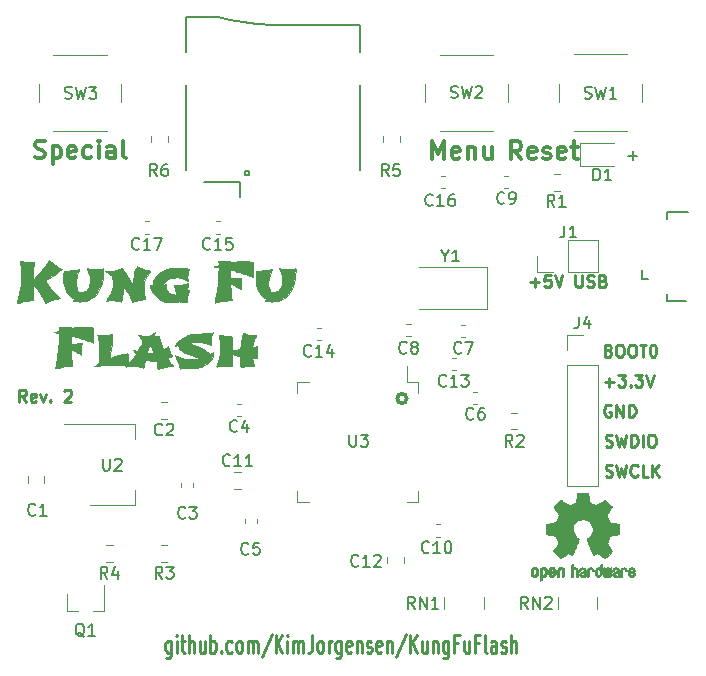
<source format=gto>
G04 #@! TF.GenerationSoftware,KiCad,Pcbnew,5.1.5+dfsg1-2build2*
G04 #@! TF.CreationDate,2020-05-22T20:54:53+02:00*
G04 #@! TF.ProjectId,KungFuFlash,4b756e67-4675-4466-9c61-73682e6b6963,1*
G04 #@! TF.SameCoordinates,Original*
G04 #@! TF.FileFunction,Legend,Top*
G04 #@! TF.FilePolarity,Positive*
%FSLAX46Y46*%
G04 Gerber Fmt 4.6, Leading zero omitted, Abs format (unit mm)*
G04 Created by KiCad (PCBNEW 5.1.5+dfsg1-2build2) date 2020-05-22 20:54:53*
%MOMM*%
%LPD*%
G04 APERTURE LIST*
%ADD10C,0.150000*%
%ADD11C,0.300000*%
%ADD12C,0.250000*%
%ADD13C,0.010000*%
%ADD14C,0.120000*%
G04 APERTURE END LIST*
D10*
X129286047Y-77922428D02*
X130047952Y-77922428D01*
X129667000Y-78303380D02*
X129667000Y-77541476D01*
D11*
X110509000Y-98488500D02*
G75*
G03X110509000Y-98488500I-400000J0D01*
G01*
D12*
X90560738Y-118995071D02*
X90560738Y-120209357D01*
X90513119Y-120352214D01*
X90465500Y-120423642D01*
X90370261Y-120495071D01*
X90227404Y-120495071D01*
X90132166Y-120423642D01*
X90560738Y-119923642D02*
X90465500Y-119995071D01*
X90275023Y-119995071D01*
X90179785Y-119923642D01*
X90132166Y-119852214D01*
X90084547Y-119709357D01*
X90084547Y-119280785D01*
X90132166Y-119137928D01*
X90179785Y-119066500D01*
X90275023Y-118995071D01*
X90465500Y-118995071D01*
X90560738Y-119066500D01*
X91036928Y-119995071D02*
X91036928Y-118995071D01*
X91036928Y-118495071D02*
X90989309Y-118566500D01*
X91036928Y-118637928D01*
X91084547Y-118566500D01*
X91036928Y-118495071D01*
X91036928Y-118637928D01*
X91370261Y-118995071D02*
X91751214Y-118995071D01*
X91513119Y-118495071D02*
X91513119Y-119780785D01*
X91560738Y-119923642D01*
X91655976Y-119995071D01*
X91751214Y-119995071D01*
X92084547Y-119995071D02*
X92084547Y-118495071D01*
X92513119Y-119995071D02*
X92513119Y-119209357D01*
X92465500Y-119066500D01*
X92370261Y-118995071D01*
X92227404Y-118995071D01*
X92132166Y-119066500D01*
X92084547Y-119137928D01*
X93417880Y-118995071D02*
X93417880Y-119995071D01*
X92989309Y-118995071D02*
X92989309Y-119780785D01*
X93036928Y-119923642D01*
X93132166Y-119995071D01*
X93275023Y-119995071D01*
X93370261Y-119923642D01*
X93417880Y-119852214D01*
X93894071Y-119995071D02*
X93894071Y-118495071D01*
X93894071Y-119066500D02*
X93989309Y-118995071D01*
X94179785Y-118995071D01*
X94275023Y-119066500D01*
X94322642Y-119137928D01*
X94370261Y-119280785D01*
X94370261Y-119709357D01*
X94322642Y-119852214D01*
X94275023Y-119923642D01*
X94179785Y-119995071D01*
X93989309Y-119995071D01*
X93894071Y-119923642D01*
X94798833Y-119852214D02*
X94846452Y-119923642D01*
X94798833Y-119995071D01*
X94751214Y-119923642D01*
X94798833Y-119852214D01*
X94798833Y-119995071D01*
X95703595Y-119923642D02*
X95608357Y-119995071D01*
X95417880Y-119995071D01*
X95322642Y-119923642D01*
X95275023Y-119852214D01*
X95227404Y-119709357D01*
X95227404Y-119280785D01*
X95275023Y-119137928D01*
X95322642Y-119066500D01*
X95417880Y-118995071D01*
X95608357Y-118995071D01*
X95703595Y-119066500D01*
X96275023Y-119995071D02*
X96179785Y-119923642D01*
X96132166Y-119852214D01*
X96084547Y-119709357D01*
X96084547Y-119280785D01*
X96132166Y-119137928D01*
X96179785Y-119066500D01*
X96275023Y-118995071D01*
X96417880Y-118995071D01*
X96513119Y-119066500D01*
X96560738Y-119137928D01*
X96608357Y-119280785D01*
X96608357Y-119709357D01*
X96560738Y-119852214D01*
X96513119Y-119923642D01*
X96417880Y-119995071D01*
X96275023Y-119995071D01*
X97036928Y-119995071D02*
X97036928Y-118995071D01*
X97036928Y-119137928D02*
X97084547Y-119066500D01*
X97179785Y-118995071D01*
X97322642Y-118995071D01*
X97417880Y-119066500D01*
X97465500Y-119209357D01*
X97465500Y-119995071D01*
X97465500Y-119209357D02*
X97513119Y-119066500D01*
X97608357Y-118995071D01*
X97751214Y-118995071D01*
X97846452Y-119066500D01*
X97894071Y-119209357D01*
X97894071Y-119995071D01*
X99084547Y-118423642D02*
X98227404Y-120352214D01*
X99417880Y-119995071D02*
X99417880Y-118495071D01*
X99989309Y-119995071D02*
X99560738Y-119137928D01*
X99989309Y-118495071D02*
X99417880Y-119352214D01*
X100417880Y-119995071D02*
X100417880Y-118995071D01*
X100417880Y-118495071D02*
X100370261Y-118566500D01*
X100417880Y-118637928D01*
X100465500Y-118566500D01*
X100417880Y-118495071D01*
X100417880Y-118637928D01*
X100894071Y-119995071D02*
X100894071Y-118995071D01*
X100894071Y-119137928D02*
X100941690Y-119066500D01*
X101036928Y-118995071D01*
X101179785Y-118995071D01*
X101275023Y-119066500D01*
X101322642Y-119209357D01*
X101322642Y-119995071D01*
X101322642Y-119209357D02*
X101370261Y-119066500D01*
X101465500Y-118995071D01*
X101608357Y-118995071D01*
X101703595Y-119066500D01*
X101751214Y-119209357D01*
X101751214Y-119995071D01*
X102513119Y-118495071D02*
X102513119Y-119566500D01*
X102465500Y-119780785D01*
X102370261Y-119923642D01*
X102227404Y-119995071D01*
X102132166Y-119995071D01*
X103132166Y-119995071D02*
X103036928Y-119923642D01*
X102989309Y-119852214D01*
X102941690Y-119709357D01*
X102941690Y-119280785D01*
X102989309Y-119137928D01*
X103036928Y-119066500D01*
X103132166Y-118995071D01*
X103275023Y-118995071D01*
X103370261Y-119066500D01*
X103417880Y-119137928D01*
X103465500Y-119280785D01*
X103465500Y-119709357D01*
X103417880Y-119852214D01*
X103370261Y-119923642D01*
X103275023Y-119995071D01*
X103132166Y-119995071D01*
X103894071Y-119995071D02*
X103894071Y-118995071D01*
X103894071Y-119280785D02*
X103941690Y-119137928D01*
X103989309Y-119066500D01*
X104084547Y-118995071D01*
X104179785Y-118995071D01*
X104941690Y-118995071D02*
X104941690Y-120209357D01*
X104894071Y-120352214D01*
X104846452Y-120423642D01*
X104751214Y-120495071D01*
X104608357Y-120495071D01*
X104513119Y-120423642D01*
X104941690Y-119923642D02*
X104846452Y-119995071D01*
X104655976Y-119995071D01*
X104560738Y-119923642D01*
X104513119Y-119852214D01*
X104465500Y-119709357D01*
X104465500Y-119280785D01*
X104513119Y-119137928D01*
X104560738Y-119066500D01*
X104655976Y-118995071D01*
X104846452Y-118995071D01*
X104941690Y-119066500D01*
X105798833Y-119923642D02*
X105703595Y-119995071D01*
X105513119Y-119995071D01*
X105417880Y-119923642D01*
X105370261Y-119780785D01*
X105370261Y-119209357D01*
X105417880Y-119066500D01*
X105513119Y-118995071D01*
X105703595Y-118995071D01*
X105798833Y-119066500D01*
X105846452Y-119209357D01*
X105846452Y-119352214D01*
X105370261Y-119495071D01*
X106275023Y-118995071D02*
X106275023Y-119995071D01*
X106275023Y-119137928D02*
X106322642Y-119066500D01*
X106417880Y-118995071D01*
X106560738Y-118995071D01*
X106655976Y-119066500D01*
X106703595Y-119209357D01*
X106703595Y-119995071D01*
X107132166Y-119923642D02*
X107227404Y-119995071D01*
X107417880Y-119995071D01*
X107513119Y-119923642D01*
X107560738Y-119780785D01*
X107560738Y-119709357D01*
X107513119Y-119566500D01*
X107417880Y-119495071D01*
X107275023Y-119495071D01*
X107179785Y-119423642D01*
X107132166Y-119280785D01*
X107132166Y-119209357D01*
X107179785Y-119066500D01*
X107275023Y-118995071D01*
X107417880Y-118995071D01*
X107513119Y-119066500D01*
X108370261Y-119923642D02*
X108275023Y-119995071D01*
X108084547Y-119995071D01*
X107989309Y-119923642D01*
X107941690Y-119780785D01*
X107941690Y-119209357D01*
X107989309Y-119066500D01*
X108084547Y-118995071D01*
X108275023Y-118995071D01*
X108370261Y-119066500D01*
X108417880Y-119209357D01*
X108417880Y-119352214D01*
X107941690Y-119495071D01*
X108846452Y-118995071D02*
X108846452Y-119995071D01*
X108846452Y-119137928D02*
X108894071Y-119066500D01*
X108989309Y-118995071D01*
X109132166Y-118995071D01*
X109227404Y-119066500D01*
X109275023Y-119209357D01*
X109275023Y-119995071D01*
X110465500Y-118423642D02*
X109608357Y-120352214D01*
X110798833Y-119995071D02*
X110798833Y-118495071D01*
X111370261Y-119995071D02*
X110941690Y-119137928D01*
X111370261Y-118495071D02*
X110798833Y-119352214D01*
X112227404Y-118995071D02*
X112227404Y-119995071D01*
X111798833Y-118995071D02*
X111798833Y-119780785D01*
X111846452Y-119923642D01*
X111941690Y-119995071D01*
X112084547Y-119995071D01*
X112179785Y-119923642D01*
X112227404Y-119852214D01*
X112703595Y-118995071D02*
X112703595Y-119995071D01*
X112703595Y-119137928D02*
X112751214Y-119066500D01*
X112846452Y-118995071D01*
X112989309Y-118995071D01*
X113084547Y-119066500D01*
X113132166Y-119209357D01*
X113132166Y-119995071D01*
X114036928Y-118995071D02*
X114036928Y-120209357D01*
X113989309Y-120352214D01*
X113941690Y-120423642D01*
X113846452Y-120495071D01*
X113703595Y-120495071D01*
X113608357Y-120423642D01*
X114036928Y-119923642D02*
X113941690Y-119995071D01*
X113751214Y-119995071D01*
X113655976Y-119923642D01*
X113608357Y-119852214D01*
X113560738Y-119709357D01*
X113560738Y-119280785D01*
X113608357Y-119137928D01*
X113655976Y-119066500D01*
X113751214Y-118995071D01*
X113941690Y-118995071D01*
X114036928Y-119066500D01*
X114846452Y-119209357D02*
X114513119Y-119209357D01*
X114513119Y-119995071D02*
X114513119Y-118495071D01*
X114989309Y-118495071D01*
X115798833Y-118995071D02*
X115798833Y-119995071D01*
X115370261Y-118995071D02*
X115370261Y-119780785D01*
X115417880Y-119923642D01*
X115513119Y-119995071D01*
X115655976Y-119995071D01*
X115751214Y-119923642D01*
X115798833Y-119852214D01*
X116608357Y-119209357D02*
X116275023Y-119209357D01*
X116275023Y-119995071D02*
X116275023Y-118495071D01*
X116751214Y-118495071D01*
X117275023Y-119995071D02*
X117179785Y-119923642D01*
X117132166Y-119780785D01*
X117132166Y-118495071D01*
X118084547Y-119995071D02*
X118084547Y-119209357D01*
X118036928Y-119066500D01*
X117941690Y-118995071D01*
X117751214Y-118995071D01*
X117655976Y-119066500D01*
X118084547Y-119923642D02*
X117989309Y-119995071D01*
X117751214Y-119995071D01*
X117655976Y-119923642D01*
X117608357Y-119780785D01*
X117608357Y-119637928D01*
X117655976Y-119495071D01*
X117751214Y-119423642D01*
X117989309Y-119423642D01*
X118084547Y-119352214D01*
X118513119Y-119923642D02*
X118608357Y-119995071D01*
X118798833Y-119995071D01*
X118894071Y-119923642D01*
X118941690Y-119780785D01*
X118941690Y-119709357D01*
X118894071Y-119566500D01*
X118798833Y-119495071D01*
X118655976Y-119495071D01*
X118560738Y-119423642D01*
X118513119Y-119280785D01*
X118513119Y-119209357D01*
X118560738Y-119066500D01*
X118655976Y-118995071D01*
X118798833Y-118995071D01*
X118894071Y-119066500D01*
X119370261Y-119995071D02*
X119370261Y-118495071D01*
X119798833Y-119995071D02*
X119798833Y-119209357D01*
X119751214Y-119066500D01*
X119655976Y-118995071D01*
X119513119Y-118995071D01*
X119417880Y-119066500D01*
X119370261Y-119137928D01*
X78287761Y-98750380D02*
X77954428Y-98274190D01*
X77716333Y-98750380D02*
X77716333Y-97750380D01*
X78097285Y-97750380D01*
X78192523Y-97798000D01*
X78240142Y-97845619D01*
X78287761Y-97940857D01*
X78287761Y-98083714D01*
X78240142Y-98178952D01*
X78192523Y-98226571D01*
X78097285Y-98274190D01*
X77716333Y-98274190D01*
X79097285Y-98702761D02*
X79002047Y-98750380D01*
X78811571Y-98750380D01*
X78716333Y-98702761D01*
X78668714Y-98607523D01*
X78668714Y-98226571D01*
X78716333Y-98131333D01*
X78811571Y-98083714D01*
X79002047Y-98083714D01*
X79097285Y-98131333D01*
X79144904Y-98226571D01*
X79144904Y-98321809D01*
X78668714Y-98417047D01*
X79478238Y-98083714D02*
X79716333Y-98750380D01*
X79954428Y-98083714D01*
X80335380Y-98655142D02*
X80383000Y-98702761D01*
X80335380Y-98750380D01*
X80287761Y-98702761D01*
X80335380Y-98655142D01*
X80335380Y-98750380D01*
X81525857Y-97845619D02*
X81573476Y-97798000D01*
X81668714Y-97750380D01*
X81906809Y-97750380D01*
X82002047Y-97798000D01*
X82049666Y-97845619D01*
X82097285Y-97940857D01*
X82097285Y-98036095D01*
X82049666Y-98178952D01*
X81478238Y-98750380D01*
X82097285Y-98750380D01*
D11*
X120217785Y-78212071D02*
X119717785Y-77497785D01*
X119360642Y-78212071D02*
X119360642Y-76712071D01*
X119932071Y-76712071D01*
X120074928Y-76783500D01*
X120146357Y-76854928D01*
X120217785Y-76997785D01*
X120217785Y-77212071D01*
X120146357Y-77354928D01*
X120074928Y-77426357D01*
X119932071Y-77497785D01*
X119360642Y-77497785D01*
X121432071Y-78140642D02*
X121289214Y-78212071D01*
X121003500Y-78212071D01*
X120860642Y-78140642D01*
X120789214Y-77997785D01*
X120789214Y-77426357D01*
X120860642Y-77283500D01*
X121003500Y-77212071D01*
X121289214Y-77212071D01*
X121432071Y-77283500D01*
X121503500Y-77426357D01*
X121503500Y-77569214D01*
X120789214Y-77712071D01*
X122074928Y-78140642D02*
X122217785Y-78212071D01*
X122503500Y-78212071D01*
X122646357Y-78140642D01*
X122717785Y-77997785D01*
X122717785Y-77926357D01*
X122646357Y-77783500D01*
X122503500Y-77712071D01*
X122289214Y-77712071D01*
X122146357Y-77640642D01*
X122074928Y-77497785D01*
X122074928Y-77426357D01*
X122146357Y-77283500D01*
X122289214Y-77212071D01*
X122503500Y-77212071D01*
X122646357Y-77283500D01*
X123932071Y-78140642D02*
X123789214Y-78212071D01*
X123503500Y-78212071D01*
X123360642Y-78140642D01*
X123289214Y-77997785D01*
X123289214Y-77426357D01*
X123360642Y-77283500D01*
X123503500Y-77212071D01*
X123789214Y-77212071D01*
X123932071Y-77283500D01*
X124003500Y-77426357D01*
X124003500Y-77569214D01*
X123289214Y-77712071D01*
X124432071Y-77212071D02*
X125003500Y-77212071D01*
X124646357Y-76712071D02*
X124646357Y-77997785D01*
X124717785Y-78140642D01*
X124860642Y-78212071D01*
X125003500Y-78212071D01*
X112693142Y-78212071D02*
X112693142Y-76712071D01*
X113193142Y-77783500D01*
X113693142Y-76712071D01*
X113693142Y-78212071D01*
X114978857Y-78140642D02*
X114836000Y-78212071D01*
X114550285Y-78212071D01*
X114407428Y-78140642D01*
X114336000Y-77997785D01*
X114336000Y-77426357D01*
X114407428Y-77283500D01*
X114550285Y-77212071D01*
X114836000Y-77212071D01*
X114978857Y-77283500D01*
X115050285Y-77426357D01*
X115050285Y-77569214D01*
X114336000Y-77712071D01*
X115693142Y-77212071D02*
X115693142Y-78212071D01*
X115693142Y-77354928D02*
X115764571Y-77283500D01*
X115907428Y-77212071D01*
X116121714Y-77212071D01*
X116264571Y-77283500D01*
X116336000Y-77426357D01*
X116336000Y-78212071D01*
X117693142Y-77212071D02*
X117693142Y-78212071D01*
X117050285Y-77212071D02*
X117050285Y-77997785D01*
X117121714Y-78140642D01*
X117264571Y-78212071D01*
X117478857Y-78212071D01*
X117621714Y-78140642D01*
X117693142Y-78069214D01*
X79030214Y-78077142D02*
X79244500Y-78148571D01*
X79601642Y-78148571D01*
X79744500Y-78077142D01*
X79815928Y-78005714D01*
X79887357Y-77862857D01*
X79887357Y-77720000D01*
X79815928Y-77577142D01*
X79744500Y-77505714D01*
X79601642Y-77434285D01*
X79315928Y-77362857D01*
X79173071Y-77291428D01*
X79101642Y-77220000D01*
X79030214Y-77077142D01*
X79030214Y-76934285D01*
X79101642Y-76791428D01*
X79173071Y-76720000D01*
X79315928Y-76648571D01*
X79673071Y-76648571D01*
X79887357Y-76720000D01*
X80530214Y-77148571D02*
X80530214Y-78648571D01*
X80530214Y-77220000D02*
X80673071Y-77148571D01*
X80958785Y-77148571D01*
X81101642Y-77220000D01*
X81173071Y-77291428D01*
X81244500Y-77434285D01*
X81244500Y-77862857D01*
X81173071Y-78005714D01*
X81101642Y-78077142D01*
X80958785Y-78148571D01*
X80673071Y-78148571D01*
X80530214Y-78077142D01*
X82458785Y-78077142D02*
X82315928Y-78148571D01*
X82030214Y-78148571D01*
X81887357Y-78077142D01*
X81815928Y-77934285D01*
X81815928Y-77362857D01*
X81887357Y-77220000D01*
X82030214Y-77148571D01*
X82315928Y-77148571D01*
X82458785Y-77220000D01*
X82530214Y-77362857D01*
X82530214Y-77505714D01*
X81815928Y-77648571D01*
X83815928Y-78077142D02*
X83673071Y-78148571D01*
X83387357Y-78148571D01*
X83244500Y-78077142D01*
X83173071Y-78005714D01*
X83101642Y-77862857D01*
X83101642Y-77434285D01*
X83173071Y-77291428D01*
X83244500Y-77220000D01*
X83387357Y-77148571D01*
X83673071Y-77148571D01*
X83815928Y-77220000D01*
X84458785Y-78148571D02*
X84458785Y-77148571D01*
X84458785Y-76648571D02*
X84387357Y-76720000D01*
X84458785Y-76791428D01*
X84530214Y-76720000D01*
X84458785Y-76648571D01*
X84458785Y-76791428D01*
X85815928Y-78148571D02*
X85815928Y-77362857D01*
X85744500Y-77220000D01*
X85601642Y-77148571D01*
X85315928Y-77148571D01*
X85173071Y-77220000D01*
X85815928Y-78077142D02*
X85673071Y-78148571D01*
X85315928Y-78148571D01*
X85173071Y-78077142D01*
X85101642Y-77934285D01*
X85101642Y-77791428D01*
X85173071Y-77648571D01*
X85315928Y-77577142D01*
X85673071Y-77577142D01*
X85815928Y-77505714D01*
X86744500Y-78148571D02*
X86601642Y-78077142D01*
X86530214Y-77934285D01*
X86530214Y-76648571D01*
D12*
X120987095Y-88653928D02*
X121749000Y-88653928D01*
X121368047Y-89034880D02*
X121368047Y-88272976D01*
X122701380Y-88034880D02*
X122225190Y-88034880D01*
X122177571Y-88511071D01*
X122225190Y-88463452D01*
X122320428Y-88415833D01*
X122558523Y-88415833D01*
X122653761Y-88463452D01*
X122701380Y-88511071D01*
X122749000Y-88606309D01*
X122749000Y-88844404D01*
X122701380Y-88939642D01*
X122653761Y-88987261D01*
X122558523Y-89034880D01*
X122320428Y-89034880D01*
X122225190Y-88987261D01*
X122177571Y-88939642D01*
X123034714Y-88034880D02*
X123368047Y-89034880D01*
X123701380Y-88034880D01*
X124796619Y-88034880D02*
X124796619Y-88844404D01*
X124844238Y-88939642D01*
X124891857Y-88987261D01*
X124987095Y-89034880D01*
X125177571Y-89034880D01*
X125272809Y-88987261D01*
X125320428Y-88939642D01*
X125368047Y-88844404D01*
X125368047Y-88034880D01*
X125796619Y-88987261D02*
X125939476Y-89034880D01*
X126177571Y-89034880D01*
X126272809Y-88987261D01*
X126320428Y-88939642D01*
X126368047Y-88844404D01*
X126368047Y-88749166D01*
X126320428Y-88653928D01*
X126272809Y-88606309D01*
X126177571Y-88558690D01*
X125987095Y-88511071D01*
X125891857Y-88463452D01*
X125844238Y-88415833D01*
X125796619Y-88320595D01*
X125796619Y-88225357D01*
X125844238Y-88130119D01*
X125891857Y-88082500D01*
X125987095Y-88034880D01*
X126225190Y-88034880D01*
X126368047Y-88082500D01*
X127129952Y-88511071D02*
X127272809Y-88558690D01*
X127320428Y-88606309D01*
X127368047Y-88701547D01*
X127368047Y-88844404D01*
X127320428Y-88939642D01*
X127272809Y-88987261D01*
X127177571Y-89034880D01*
X126796619Y-89034880D01*
X126796619Y-88034880D01*
X127129952Y-88034880D01*
X127225190Y-88082500D01*
X127272809Y-88130119D01*
X127320428Y-88225357D01*
X127320428Y-88320595D01*
X127272809Y-88415833D01*
X127225190Y-88463452D01*
X127129952Y-88511071D01*
X126796619Y-88511071D01*
X127352976Y-105052761D02*
X127495833Y-105100380D01*
X127733928Y-105100380D01*
X127829166Y-105052761D01*
X127876785Y-105005142D01*
X127924404Y-104909904D01*
X127924404Y-104814666D01*
X127876785Y-104719428D01*
X127829166Y-104671809D01*
X127733928Y-104624190D01*
X127543452Y-104576571D01*
X127448214Y-104528952D01*
X127400595Y-104481333D01*
X127352976Y-104386095D01*
X127352976Y-104290857D01*
X127400595Y-104195619D01*
X127448214Y-104148000D01*
X127543452Y-104100380D01*
X127781547Y-104100380D01*
X127924404Y-104148000D01*
X128257738Y-104100380D02*
X128495833Y-105100380D01*
X128686309Y-104386095D01*
X128876785Y-105100380D01*
X129114880Y-104100380D01*
X130067261Y-105005142D02*
X130019642Y-105052761D01*
X129876785Y-105100380D01*
X129781547Y-105100380D01*
X129638690Y-105052761D01*
X129543452Y-104957523D01*
X129495833Y-104862285D01*
X129448214Y-104671809D01*
X129448214Y-104528952D01*
X129495833Y-104338476D01*
X129543452Y-104243238D01*
X129638690Y-104148000D01*
X129781547Y-104100380D01*
X129876785Y-104100380D01*
X130019642Y-104148000D01*
X130067261Y-104195619D01*
X130972023Y-105100380D02*
X130495833Y-105100380D01*
X130495833Y-104100380D01*
X131305357Y-105100380D02*
X131305357Y-104100380D01*
X131876785Y-105100380D02*
X131448214Y-104528952D01*
X131876785Y-104100380D02*
X131305357Y-104671809D01*
X127352976Y-102512761D02*
X127495833Y-102560380D01*
X127733928Y-102560380D01*
X127829166Y-102512761D01*
X127876785Y-102465142D01*
X127924404Y-102369904D01*
X127924404Y-102274666D01*
X127876785Y-102179428D01*
X127829166Y-102131809D01*
X127733928Y-102084190D01*
X127543452Y-102036571D01*
X127448214Y-101988952D01*
X127400595Y-101941333D01*
X127352976Y-101846095D01*
X127352976Y-101750857D01*
X127400595Y-101655619D01*
X127448214Y-101608000D01*
X127543452Y-101560380D01*
X127781547Y-101560380D01*
X127924404Y-101608000D01*
X128257738Y-101560380D02*
X128495833Y-102560380D01*
X128686309Y-101846095D01*
X128876785Y-102560380D01*
X129114880Y-101560380D01*
X129495833Y-102560380D02*
X129495833Y-101560380D01*
X129733928Y-101560380D01*
X129876785Y-101608000D01*
X129972023Y-101703238D01*
X130019642Y-101798476D01*
X130067261Y-101988952D01*
X130067261Y-102131809D01*
X130019642Y-102322285D01*
X129972023Y-102417523D01*
X129876785Y-102512761D01*
X129733928Y-102560380D01*
X129495833Y-102560380D01*
X130495833Y-102560380D02*
X130495833Y-101560380D01*
X131162500Y-101560380D02*
X131352976Y-101560380D01*
X131448214Y-101608000D01*
X131543452Y-101703238D01*
X131591071Y-101893714D01*
X131591071Y-102227047D01*
X131543452Y-102417523D01*
X131448214Y-102512761D01*
X131352976Y-102560380D01*
X131162500Y-102560380D01*
X131067261Y-102512761D01*
X130972023Y-102417523D01*
X130924404Y-102227047D01*
X130924404Y-101893714D01*
X130972023Y-101703238D01*
X131067261Y-101608000D01*
X131162500Y-101560380D01*
X127797904Y-99068000D02*
X127702666Y-99020380D01*
X127559809Y-99020380D01*
X127416952Y-99068000D01*
X127321714Y-99163238D01*
X127274095Y-99258476D01*
X127226476Y-99448952D01*
X127226476Y-99591809D01*
X127274095Y-99782285D01*
X127321714Y-99877523D01*
X127416952Y-99972761D01*
X127559809Y-100020380D01*
X127655047Y-100020380D01*
X127797904Y-99972761D01*
X127845523Y-99925142D01*
X127845523Y-99591809D01*
X127655047Y-99591809D01*
X128274095Y-100020380D02*
X128274095Y-99020380D01*
X128845523Y-100020380D01*
X128845523Y-99020380D01*
X129321714Y-100020380D02*
X129321714Y-99020380D01*
X129559809Y-99020380D01*
X129702666Y-99068000D01*
X129797904Y-99163238D01*
X129845523Y-99258476D01*
X129893142Y-99448952D01*
X129893142Y-99591809D01*
X129845523Y-99782285D01*
X129797904Y-99877523D01*
X129702666Y-99972761D01*
X129559809Y-100020380D01*
X129321714Y-100020380D01*
X127273595Y-97099428D02*
X128035500Y-97099428D01*
X127654547Y-97480380D02*
X127654547Y-96718476D01*
X128416452Y-96480380D02*
X129035500Y-96480380D01*
X128702166Y-96861333D01*
X128845023Y-96861333D01*
X128940261Y-96908952D01*
X128987880Y-96956571D01*
X129035500Y-97051809D01*
X129035500Y-97289904D01*
X128987880Y-97385142D01*
X128940261Y-97432761D01*
X128845023Y-97480380D01*
X128559309Y-97480380D01*
X128464071Y-97432761D01*
X128416452Y-97385142D01*
X129464071Y-97385142D02*
X129511690Y-97432761D01*
X129464071Y-97480380D01*
X129416452Y-97432761D01*
X129464071Y-97385142D01*
X129464071Y-97480380D01*
X129845023Y-96480380D02*
X130464071Y-96480380D01*
X130130738Y-96861333D01*
X130273595Y-96861333D01*
X130368833Y-96908952D01*
X130416452Y-96956571D01*
X130464071Y-97051809D01*
X130464071Y-97289904D01*
X130416452Y-97385142D01*
X130368833Y-97432761D01*
X130273595Y-97480380D01*
X129987880Y-97480380D01*
X129892642Y-97432761D01*
X129845023Y-97385142D01*
X130749785Y-96480380D02*
X131083119Y-97480380D01*
X131416452Y-96480380D01*
X127606928Y-94416571D02*
X127749785Y-94464190D01*
X127797404Y-94511809D01*
X127845023Y-94607047D01*
X127845023Y-94749904D01*
X127797404Y-94845142D01*
X127749785Y-94892761D01*
X127654547Y-94940380D01*
X127273595Y-94940380D01*
X127273595Y-93940380D01*
X127606928Y-93940380D01*
X127702166Y-93988000D01*
X127749785Y-94035619D01*
X127797404Y-94130857D01*
X127797404Y-94226095D01*
X127749785Y-94321333D01*
X127702166Y-94368952D01*
X127606928Y-94416571D01*
X127273595Y-94416571D01*
X128464071Y-93940380D02*
X128654547Y-93940380D01*
X128749785Y-93988000D01*
X128845023Y-94083238D01*
X128892642Y-94273714D01*
X128892642Y-94607047D01*
X128845023Y-94797523D01*
X128749785Y-94892761D01*
X128654547Y-94940380D01*
X128464071Y-94940380D01*
X128368833Y-94892761D01*
X128273595Y-94797523D01*
X128225976Y-94607047D01*
X128225976Y-94273714D01*
X128273595Y-94083238D01*
X128368833Y-93988000D01*
X128464071Y-93940380D01*
X129511690Y-93940380D02*
X129702166Y-93940380D01*
X129797404Y-93988000D01*
X129892642Y-94083238D01*
X129940261Y-94273714D01*
X129940261Y-94607047D01*
X129892642Y-94797523D01*
X129797404Y-94892761D01*
X129702166Y-94940380D01*
X129511690Y-94940380D01*
X129416452Y-94892761D01*
X129321214Y-94797523D01*
X129273595Y-94607047D01*
X129273595Y-94273714D01*
X129321214Y-94083238D01*
X129416452Y-93988000D01*
X129511690Y-93940380D01*
X130225976Y-93940380D02*
X130797404Y-93940380D01*
X130511690Y-94940380D02*
X130511690Y-93940380D01*
X131321214Y-93940380D02*
X131416452Y-93940380D01*
X131511690Y-93988000D01*
X131559309Y-94035619D01*
X131606928Y-94130857D01*
X131654547Y-94321333D01*
X131654547Y-94559428D01*
X131606928Y-94749904D01*
X131559309Y-94845142D01*
X131511690Y-94892761D01*
X131416452Y-94940380D01*
X131321214Y-94940380D01*
X131225976Y-94892761D01*
X131178357Y-94845142D01*
X131130738Y-94749904D01*
X131083119Y-94559428D01*
X131083119Y-94321333D01*
X131130738Y-94130857D01*
X131178357Y-94035619D01*
X131225976Y-93988000D01*
X131321214Y-93940380D01*
D13*
G36*
X99725203Y-87461713D02*
G01*
X99785161Y-87470482D01*
X99870370Y-87485700D01*
X99938687Y-87499129D01*
X100152471Y-87534398D01*
X100367217Y-87554733D01*
X100574043Y-87560234D01*
X100764063Y-87550999D01*
X100928392Y-87527127D01*
X101058147Y-87488718D01*
X101063136Y-87486604D01*
X101083727Y-87482079D01*
X101095861Y-87496125D01*
X101101720Y-87537157D01*
X101103487Y-87613587D01*
X101103546Y-87642401D01*
X101089206Y-87993557D01*
X101047245Y-88332400D01*
X100979251Y-88654541D01*
X100886810Y-88955593D01*
X100771511Y-89231167D01*
X100634939Y-89476874D01*
X100478684Y-89688327D01*
X100304331Y-89861137D01*
X100299565Y-89865080D01*
X100091393Y-90010427D01*
X99858908Y-90127075D01*
X99614110Y-90210166D01*
X99369004Y-90254841D01*
X99328418Y-90258248D01*
X99234624Y-90265013D01*
X99152178Y-90271495D01*
X99097680Y-90276386D01*
X99094636Y-90276711D01*
X99046780Y-90277580D01*
X98966570Y-90274628D01*
X98867623Y-90268458D01*
X98814387Y-90264272D01*
X98711863Y-90254111D01*
X98622012Y-90242483D01*
X98558110Y-90231229D01*
X98539648Y-90226175D01*
X98509608Y-90212619D01*
X98509072Y-90198022D01*
X98542119Y-90173287D01*
X98571670Y-90154796D01*
X98623261Y-90119608D01*
X98652839Y-90093028D01*
X98655606Y-90087299D01*
X98636215Y-90070421D01*
X98585562Y-90040739D01*
X98514430Y-90004549D01*
X98511287Y-90003043D01*
X98348555Y-89901761D01*
X98195855Y-89760926D01*
X98058006Y-89586873D01*
X97939829Y-89385936D01*
X97846143Y-89164448D01*
X97825703Y-89102046D01*
X97770327Y-88876353D01*
X97732112Y-88623158D01*
X97712186Y-88358267D01*
X97711678Y-88097486D01*
X97731716Y-87856624D01*
X97735080Y-87832989D01*
X97760978Y-87658864D01*
X98087216Y-87658771D01*
X98369935Y-87649306D01*
X98632519Y-87621857D01*
X98865275Y-87577597D01*
X98952596Y-87554042D01*
X99022141Y-87535785D01*
X99071972Y-87527366D01*
X99087829Y-87528905D01*
X99084221Y-87553549D01*
X99065870Y-87612299D01*
X99035699Y-87696590D01*
X98996627Y-87797858D01*
X98992966Y-87807033D01*
X98912401Y-88022365D01*
X98854997Y-88211300D01*
X98818108Y-88385740D01*
X98799089Y-88557588D01*
X98794958Y-88697955D01*
X98807727Y-88939872D01*
X98846189Y-89147082D01*
X98911156Y-89323783D01*
X98919085Y-89339825D01*
X98954301Y-89404122D01*
X98986254Y-89437980D01*
X99031095Y-89452863D01*
X99086659Y-89458775D01*
X99261379Y-89465630D01*
X99401811Y-89453040D01*
X99516608Y-89418561D01*
X99614419Y-89359747D01*
X99691538Y-89287854D01*
X99795933Y-89156221D01*
X99872317Y-89014634D01*
X99923359Y-88854821D01*
X99951729Y-88668507D01*
X99960112Y-88455500D01*
X99959160Y-88326819D01*
X99955109Y-88230025D01*
X99945870Y-88150837D01*
X99929356Y-88074971D01*
X99903475Y-87988146D01*
X99882436Y-87924409D01*
X99843305Y-87813387D01*
X99802040Y-87705439D01*
X99764911Y-87616610D01*
X99748427Y-87581522D01*
X99718638Y-87518243D01*
X99701797Y-87473884D01*
X99700453Y-87460987D01*
X99725203Y-87461713D01*
G37*
X99725203Y-87461713D02*
X99785161Y-87470482D01*
X99870370Y-87485700D01*
X99938687Y-87499129D01*
X100152471Y-87534398D01*
X100367217Y-87554733D01*
X100574043Y-87560234D01*
X100764063Y-87550999D01*
X100928392Y-87527127D01*
X101058147Y-87488718D01*
X101063136Y-87486604D01*
X101083727Y-87482079D01*
X101095861Y-87496125D01*
X101101720Y-87537157D01*
X101103487Y-87613587D01*
X101103546Y-87642401D01*
X101089206Y-87993557D01*
X101047245Y-88332400D01*
X100979251Y-88654541D01*
X100886810Y-88955593D01*
X100771511Y-89231167D01*
X100634939Y-89476874D01*
X100478684Y-89688327D01*
X100304331Y-89861137D01*
X100299565Y-89865080D01*
X100091393Y-90010427D01*
X99858908Y-90127075D01*
X99614110Y-90210166D01*
X99369004Y-90254841D01*
X99328418Y-90258248D01*
X99234624Y-90265013D01*
X99152178Y-90271495D01*
X99097680Y-90276386D01*
X99094636Y-90276711D01*
X99046780Y-90277580D01*
X98966570Y-90274628D01*
X98867623Y-90268458D01*
X98814387Y-90264272D01*
X98711863Y-90254111D01*
X98622012Y-90242483D01*
X98558110Y-90231229D01*
X98539648Y-90226175D01*
X98509608Y-90212619D01*
X98509072Y-90198022D01*
X98542119Y-90173287D01*
X98571670Y-90154796D01*
X98623261Y-90119608D01*
X98652839Y-90093028D01*
X98655606Y-90087299D01*
X98636215Y-90070421D01*
X98585562Y-90040739D01*
X98514430Y-90004549D01*
X98511287Y-90003043D01*
X98348555Y-89901761D01*
X98195855Y-89760926D01*
X98058006Y-89586873D01*
X97939829Y-89385936D01*
X97846143Y-89164448D01*
X97825703Y-89102046D01*
X97770327Y-88876353D01*
X97732112Y-88623158D01*
X97712186Y-88358267D01*
X97711678Y-88097486D01*
X97731716Y-87856624D01*
X97735080Y-87832989D01*
X97760978Y-87658864D01*
X98087216Y-87658771D01*
X98369935Y-87649306D01*
X98632519Y-87621857D01*
X98865275Y-87577597D01*
X98952596Y-87554042D01*
X99022141Y-87535785D01*
X99071972Y-87527366D01*
X99087829Y-87528905D01*
X99084221Y-87553549D01*
X99065870Y-87612299D01*
X99035699Y-87696590D01*
X98996627Y-87797858D01*
X98992966Y-87807033D01*
X98912401Y-88022365D01*
X98854997Y-88211300D01*
X98818108Y-88385740D01*
X98799089Y-88557588D01*
X98794958Y-88697955D01*
X98807727Y-88939872D01*
X98846189Y-89147082D01*
X98911156Y-89323783D01*
X98919085Y-89339825D01*
X98954301Y-89404122D01*
X98986254Y-89437980D01*
X99031095Y-89452863D01*
X99086659Y-89458775D01*
X99261379Y-89465630D01*
X99401811Y-89453040D01*
X99516608Y-89418561D01*
X99614419Y-89359747D01*
X99691538Y-89287854D01*
X99795933Y-89156221D01*
X99872317Y-89014634D01*
X99923359Y-88854821D01*
X99951729Y-88668507D01*
X99960112Y-88455500D01*
X99959160Y-88326819D01*
X99955109Y-88230025D01*
X99945870Y-88150837D01*
X99929356Y-88074971D01*
X99903475Y-87988146D01*
X99882436Y-87924409D01*
X99843305Y-87813387D01*
X99802040Y-87705439D01*
X99764911Y-87616610D01*
X99748427Y-87581522D01*
X99718638Y-87518243D01*
X99701797Y-87473884D01*
X99700453Y-87460987D01*
X99725203Y-87461713D01*
G36*
X83446112Y-87461713D02*
G01*
X83506070Y-87470482D01*
X83591279Y-87485700D01*
X83659596Y-87499129D01*
X83873380Y-87534398D01*
X84088126Y-87554733D01*
X84294952Y-87560234D01*
X84484972Y-87550999D01*
X84649301Y-87527127D01*
X84779056Y-87488718D01*
X84784046Y-87486604D01*
X84804636Y-87482079D01*
X84816770Y-87496125D01*
X84822629Y-87537157D01*
X84824396Y-87613587D01*
X84824455Y-87642401D01*
X84810115Y-87993557D01*
X84768154Y-88332400D01*
X84700160Y-88654541D01*
X84607719Y-88955593D01*
X84492420Y-89231167D01*
X84355848Y-89476874D01*
X84199593Y-89688327D01*
X84025240Y-89861137D01*
X84020474Y-89865080D01*
X83812302Y-90010427D01*
X83579817Y-90127075D01*
X83335020Y-90210166D01*
X83089913Y-90254841D01*
X83049327Y-90258248D01*
X82955533Y-90265013D01*
X82873088Y-90271495D01*
X82818589Y-90276386D01*
X82815546Y-90276711D01*
X82767689Y-90277580D01*
X82687480Y-90274628D01*
X82588532Y-90268458D01*
X82535296Y-90264272D01*
X82432773Y-90254111D01*
X82342921Y-90242483D01*
X82279019Y-90231229D01*
X82260557Y-90226175D01*
X82230517Y-90212619D01*
X82229981Y-90198022D01*
X82263028Y-90173287D01*
X82292579Y-90154796D01*
X82344170Y-90119608D01*
X82373748Y-90093028D01*
X82376515Y-90087299D01*
X82357124Y-90070421D01*
X82306471Y-90040739D01*
X82235339Y-90004549D01*
X82232197Y-90003043D01*
X82069464Y-89901761D01*
X81916764Y-89760926D01*
X81778915Y-89586873D01*
X81660738Y-89385936D01*
X81567052Y-89164448D01*
X81546612Y-89102046D01*
X81491236Y-88876353D01*
X81453021Y-88623158D01*
X81433095Y-88358267D01*
X81432587Y-88097486D01*
X81452626Y-87856624D01*
X81455989Y-87832989D01*
X81481887Y-87658864D01*
X81808125Y-87658771D01*
X82090844Y-87649306D01*
X82353428Y-87621857D01*
X82586184Y-87577597D01*
X82673505Y-87554042D01*
X82743050Y-87535785D01*
X82792881Y-87527366D01*
X82808738Y-87528905D01*
X82805130Y-87553549D01*
X82786779Y-87612299D01*
X82756608Y-87696590D01*
X82717536Y-87797858D01*
X82713875Y-87807033D01*
X82633310Y-88022365D01*
X82575906Y-88211300D01*
X82539017Y-88385740D01*
X82519998Y-88557588D01*
X82515867Y-88697955D01*
X82528636Y-88939872D01*
X82567098Y-89147082D01*
X82632065Y-89323783D01*
X82639994Y-89339825D01*
X82675210Y-89404122D01*
X82707163Y-89437980D01*
X82752004Y-89452863D01*
X82807568Y-89458775D01*
X82982288Y-89465630D01*
X83122720Y-89453040D01*
X83237517Y-89418561D01*
X83335329Y-89359747D01*
X83412447Y-89287854D01*
X83516842Y-89156221D01*
X83593226Y-89014634D01*
X83644268Y-88854821D01*
X83672639Y-88668507D01*
X83681021Y-88455500D01*
X83680069Y-88326819D01*
X83676018Y-88230025D01*
X83666780Y-88150837D01*
X83650265Y-88074971D01*
X83624384Y-87988146D01*
X83603345Y-87924409D01*
X83564215Y-87813387D01*
X83522950Y-87705439D01*
X83485820Y-87616610D01*
X83469336Y-87581522D01*
X83439547Y-87518243D01*
X83422706Y-87473884D01*
X83421362Y-87460987D01*
X83446112Y-87461713D01*
G37*
X83446112Y-87461713D02*
X83506070Y-87470482D01*
X83591279Y-87485700D01*
X83659596Y-87499129D01*
X83873380Y-87534398D01*
X84088126Y-87554733D01*
X84294952Y-87560234D01*
X84484972Y-87550999D01*
X84649301Y-87527127D01*
X84779056Y-87488718D01*
X84784046Y-87486604D01*
X84804636Y-87482079D01*
X84816770Y-87496125D01*
X84822629Y-87537157D01*
X84824396Y-87613587D01*
X84824455Y-87642401D01*
X84810115Y-87993557D01*
X84768154Y-88332400D01*
X84700160Y-88654541D01*
X84607719Y-88955593D01*
X84492420Y-89231167D01*
X84355848Y-89476874D01*
X84199593Y-89688327D01*
X84025240Y-89861137D01*
X84020474Y-89865080D01*
X83812302Y-90010427D01*
X83579817Y-90127075D01*
X83335020Y-90210166D01*
X83089913Y-90254841D01*
X83049327Y-90258248D01*
X82955533Y-90265013D01*
X82873088Y-90271495D01*
X82818589Y-90276386D01*
X82815546Y-90276711D01*
X82767689Y-90277580D01*
X82687480Y-90274628D01*
X82588532Y-90268458D01*
X82535296Y-90264272D01*
X82432773Y-90254111D01*
X82342921Y-90242483D01*
X82279019Y-90231229D01*
X82260557Y-90226175D01*
X82230517Y-90212619D01*
X82229981Y-90198022D01*
X82263028Y-90173287D01*
X82292579Y-90154796D01*
X82344170Y-90119608D01*
X82373748Y-90093028D01*
X82376515Y-90087299D01*
X82357124Y-90070421D01*
X82306471Y-90040739D01*
X82235339Y-90004549D01*
X82232197Y-90003043D01*
X82069464Y-89901761D01*
X81916764Y-89760926D01*
X81778915Y-89586873D01*
X81660738Y-89385936D01*
X81567052Y-89164448D01*
X81546612Y-89102046D01*
X81491236Y-88876353D01*
X81453021Y-88623158D01*
X81433095Y-88358267D01*
X81432587Y-88097486D01*
X81452626Y-87856624D01*
X81455989Y-87832989D01*
X81481887Y-87658864D01*
X81808125Y-87658771D01*
X82090844Y-87649306D01*
X82353428Y-87621857D01*
X82586184Y-87577597D01*
X82673505Y-87554042D01*
X82743050Y-87535785D01*
X82792881Y-87527366D01*
X82808738Y-87528905D01*
X82805130Y-87553549D01*
X82786779Y-87612299D01*
X82756608Y-87696590D01*
X82717536Y-87797858D01*
X82713875Y-87807033D01*
X82633310Y-88022365D01*
X82575906Y-88211300D01*
X82539017Y-88385740D01*
X82519998Y-88557588D01*
X82515867Y-88697955D01*
X82528636Y-88939872D01*
X82567098Y-89147082D01*
X82632065Y-89323783D01*
X82639994Y-89339825D01*
X82675210Y-89404122D01*
X82707163Y-89437980D01*
X82752004Y-89452863D01*
X82807568Y-89458775D01*
X82982288Y-89465630D01*
X83122720Y-89453040D01*
X83237517Y-89418561D01*
X83335329Y-89359747D01*
X83412447Y-89287854D01*
X83516842Y-89156221D01*
X83593226Y-89014634D01*
X83644268Y-88854821D01*
X83672639Y-88668507D01*
X83681021Y-88455500D01*
X83680069Y-88326819D01*
X83676018Y-88230025D01*
X83666780Y-88150837D01*
X83650265Y-88074971D01*
X83624384Y-87988146D01*
X83603345Y-87924409D01*
X83564215Y-87813387D01*
X83522950Y-87705439D01*
X83485820Y-87616610D01*
X83469336Y-87581522D01*
X83439547Y-87518243D01*
X83422706Y-87473884D01*
X83421362Y-87460987D01*
X83446112Y-87461713D01*
G36*
X87701456Y-87300499D02*
G01*
X87750912Y-87329176D01*
X87799529Y-87358628D01*
X87991984Y-87459477D01*
X88212435Y-87545621D01*
X88443553Y-87611210D01*
X88661625Y-87649667D01*
X88792704Y-87664824D01*
X88669841Y-87829253D01*
X88497546Y-88094437D01*
X88368098Y-88372098D01*
X88281341Y-88663375D01*
X88237119Y-88969403D01*
X88235278Y-89291319D01*
X88275663Y-89630260D01*
X88358118Y-89987362D01*
X88369847Y-90028131D01*
X88373823Y-90051890D01*
X88363289Y-90067482D01*
X88329896Y-90077867D01*
X88265298Y-90086000D01*
X88187588Y-90092707D01*
X88054178Y-90108702D01*
X87902176Y-90135175D01*
X87745566Y-90168940D01*
X87598329Y-90206811D01*
X87474449Y-90245599D01*
X87415629Y-90268656D01*
X87347870Y-90298255D01*
X87310926Y-90310318D01*
X87293074Y-90305297D01*
X87282594Y-90283643D01*
X87279113Y-90273909D01*
X87202026Y-90089088D01*
X87097949Y-89882141D01*
X86972789Y-89663357D01*
X86832453Y-89443021D01*
X86682849Y-89231421D01*
X86672692Y-89217879D01*
X86498546Y-88986591D01*
X86482773Y-89272088D01*
X86472464Y-89413287D01*
X86457092Y-89565095D01*
X86437887Y-89719866D01*
X86416082Y-89869948D01*
X86392906Y-90007694D01*
X86369592Y-90125453D01*
X86347370Y-90215577D01*
X86327472Y-90270415D01*
X86320417Y-90280780D01*
X86296084Y-90278840D01*
X86238678Y-90266618D01*
X86159513Y-90246589D01*
X86140003Y-90241299D01*
X86023586Y-90217343D01*
X85875366Y-90198520D01*
X85709510Y-90185539D01*
X85540185Y-90179110D01*
X85381558Y-90179943D01*
X85247796Y-90188747D01*
X85205455Y-90194489D01*
X85131607Y-90205597D01*
X85079010Y-90211599D01*
X85060768Y-90211524D01*
X85070819Y-90192134D01*
X85103077Y-90146799D01*
X85150314Y-90085644D01*
X85321242Y-89834737D01*
X85455868Y-89559928D01*
X85552169Y-89268205D01*
X85608125Y-88966555D01*
X85621714Y-88661965D01*
X85610364Y-88495416D01*
X85595765Y-88362816D01*
X85581642Y-88261588D01*
X85562706Y-88183647D01*
X85533668Y-88120909D01*
X85489237Y-88065288D01*
X85424126Y-88008698D01*
X85333043Y-87943055D01*
X85210701Y-87860274D01*
X85182364Y-87841184D01*
X84997636Y-87716591D01*
X85344000Y-87701960D01*
X85565274Y-87686759D01*
X85758481Y-87658947D01*
X85940900Y-87614664D01*
X86129811Y-87550046D01*
X86259425Y-87497376D01*
X86417949Y-87429918D01*
X86450299Y-87480891D01*
X86469775Y-87512287D01*
X86510262Y-87578097D01*
X86568701Y-87673324D01*
X86642027Y-87792974D01*
X86727178Y-87932048D01*
X86821093Y-88085551D01*
X86891988Y-88201500D01*
X86990235Y-88362033D01*
X87081916Y-88511475D01*
X87163974Y-88644872D01*
X87233353Y-88757270D01*
X87286998Y-88843715D01*
X87321850Y-88899253D01*
X87333591Y-88917318D01*
X87348148Y-88933605D01*
X87356300Y-88926888D01*
X87358674Y-88890967D01*
X87355899Y-88819644D01*
X87351150Y-88744137D01*
X87349955Y-88444195D01*
X87383927Y-88137736D01*
X87450636Y-87838197D01*
X87547655Y-87559014D01*
X87577528Y-87491455D01*
X87618375Y-87405107D01*
X87651955Y-87337170D01*
X87673703Y-87296716D01*
X87679184Y-87289409D01*
X87701456Y-87300499D01*
G37*
X87701456Y-87300499D02*
X87750912Y-87329176D01*
X87799529Y-87358628D01*
X87991984Y-87459477D01*
X88212435Y-87545621D01*
X88443553Y-87611210D01*
X88661625Y-87649667D01*
X88792704Y-87664824D01*
X88669841Y-87829253D01*
X88497546Y-88094437D01*
X88368098Y-88372098D01*
X88281341Y-88663375D01*
X88237119Y-88969403D01*
X88235278Y-89291319D01*
X88275663Y-89630260D01*
X88358118Y-89987362D01*
X88369847Y-90028131D01*
X88373823Y-90051890D01*
X88363289Y-90067482D01*
X88329896Y-90077867D01*
X88265298Y-90086000D01*
X88187588Y-90092707D01*
X88054178Y-90108702D01*
X87902176Y-90135175D01*
X87745566Y-90168940D01*
X87598329Y-90206811D01*
X87474449Y-90245599D01*
X87415629Y-90268656D01*
X87347870Y-90298255D01*
X87310926Y-90310318D01*
X87293074Y-90305297D01*
X87282594Y-90283643D01*
X87279113Y-90273909D01*
X87202026Y-90089088D01*
X87097949Y-89882141D01*
X86972789Y-89663357D01*
X86832453Y-89443021D01*
X86682849Y-89231421D01*
X86672692Y-89217879D01*
X86498546Y-88986591D01*
X86482773Y-89272088D01*
X86472464Y-89413287D01*
X86457092Y-89565095D01*
X86437887Y-89719866D01*
X86416082Y-89869948D01*
X86392906Y-90007694D01*
X86369592Y-90125453D01*
X86347370Y-90215577D01*
X86327472Y-90270415D01*
X86320417Y-90280780D01*
X86296084Y-90278840D01*
X86238678Y-90266618D01*
X86159513Y-90246589D01*
X86140003Y-90241299D01*
X86023586Y-90217343D01*
X85875366Y-90198520D01*
X85709510Y-90185539D01*
X85540185Y-90179110D01*
X85381558Y-90179943D01*
X85247796Y-90188747D01*
X85205455Y-90194489D01*
X85131607Y-90205597D01*
X85079010Y-90211599D01*
X85060768Y-90211524D01*
X85070819Y-90192134D01*
X85103077Y-90146799D01*
X85150314Y-90085644D01*
X85321242Y-89834737D01*
X85455868Y-89559928D01*
X85552169Y-89268205D01*
X85608125Y-88966555D01*
X85621714Y-88661965D01*
X85610364Y-88495416D01*
X85595765Y-88362816D01*
X85581642Y-88261588D01*
X85562706Y-88183647D01*
X85533668Y-88120909D01*
X85489237Y-88065288D01*
X85424126Y-88008698D01*
X85333043Y-87943055D01*
X85210701Y-87860274D01*
X85182364Y-87841184D01*
X84997636Y-87716591D01*
X85344000Y-87701960D01*
X85565274Y-87686759D01*
X85758481Y-87658947D01*
X85940900Y-87614664D01*
X86129811Y-87550046D01*
X86259425Y-87497376D01*
X86417949Y-87429918D01*
X86450299Y-87480891D01*
X86469775Y-87512287D01*
X86510262Y-87578097D01*
X86568701Y-87673324D01*
X86642027Y-87792974D01*
X86727178Y-87932048D01*
X86821093Y-88085551D01*
X86891988Y-88201500D01*
X86990235Y-88362033D01*
X87081916Y-88511475D01*
X87163974Y-88644872D01*
X87233353Y-88757270D01*
X87286998Y-88843715D01*
X87321850Y-88899253D01*
X87333591Y-88917318D01*
X87348148Y-88933605D01*
X87356300Y-88926888D01*
X87358674Y-88890967D01*
X87355899Y-88819644D01*
X87351150Y-88744137D01*
X87349955Y-88444195D01*
X87383927Y-88137736D01*
X87450636Y-87838197D01*
X87547655Y-87559014D01*
X87577528Y-87491455D01*
X87618375Y-87405107D01*
X87651955Y-87337170D01*
X87673703Y-87296716D01*
X87679184Y-87289409D01*
X87701456Y-87300499D01*
G36*
X91305006Y-87428200D02*
G01*
X91514871Y-87435066D01*
X91711176Y-87447889D01*
X91882486Y-87466494D01*
X91996859Y-87486062D01*
X92045719Y-87496554D01*
X92001819Y-87675845D01*
X91978464Y-87802894D01*
X91962016Y-87956166D01*
X91953216Y-88119283D01*
X91952803Y-88275870D01*
X91961518Y-88409549D01*
X91966905Y-88448153D01*
X91984994Y-88556261D01*
X91811783Y-88457552D01*
X91628421Y-88362982D01*
X91458306Y-88298827D01*
X91284909Y-88260201D01*
X91091701Y-88242218D01*
X91082091Y-88241808D01*
X90814405Y-88250595D01*
X90567977Y-88300008D01*
X90341248Y-88390523D01*
X90132658Y-88522615D01*
X90114278Y-88536909D01*
X90054631Y-88590519D01*
X89992737Y-88656546D01*
X89935049Y-88726459D01*
X89888022Y-88791732D01*
X89858110Y-88843834D01*
X89851766Y-88874239D01*
X89856078Y-88878102D01*
X89888724Y-88876584D01*
X89950100Y-88865146D01*
X90000565Y-88853007D01*
X90123818Y-88820834D01*
X90124400Y-88996777D01*
X90144397Y-89178598D01*
X90202264Y-89334706D01*
X90296734Y-89463914D01*
X90426545Y-89565030D01*
X90590430Y-89636866D01*
X90787127Y-89678232D01*
X90855760Y-89684767D01*
X91033519Y-89697299D01*
X90974479Y-89527530D01*
X90952274Y-89456765D01*
X90926245Y-89363188D01*
X90898586Y-89256136D01*
X90871495Y-89144944D01*
X90847166Y-89038950D01*
X90827797Y-88947489D01*
X90815582Y-88879898D01*
X90812719Y-88845514D01*
X90813557Y-88843337D01*
X90837506Y-88843671D01*
X90893831Y-88850435D01*
X90956513Y-88859960D01*
X91184396Y-88880545D01*
X91422053Y-88867958D01*
X91676878Y-88821448D01*
X91874772Y-88766646D01*
X91948220Y-88745137D01*
X92001643Y-88732036D01*
X92022443Y-88730064D01*
X92020759Y-88754174D01*
X92010133Y-88812421D01*
X91992612Y-88894087D01*
X91984068Y-88931177D01*
X91960207Y-89039846D01*
X91938815Y-89149519D01*
X91923975Y-89239050D01*
X91922440Y-89250418D01*
X91906338Y-89375700D01*
X91991884Y-89322830D01*
X92045867Y-89292847D01*
X92081504Y-89279338D01*
X92087553Y-89280083D01*
X92089714Y-89310100D01*
X92077211Y-89371239D01*
X92053625Y-89452199D01*
X92022538Y-89541680D01*
X91987533Y-89628379D01*
X91956878Y-89692373D01*
X91924291Y-89756531D01*
X91904086Y-89809748D01*
X91893773Y-89866070D01*
X91890860Y-89939542D01*
X91892858Y-90044210D01*
X91893091Y-90052163D01*
X91899804Y-90279682D01*
X91704538Y-90306989D01*
X91603818Y-90321213D01*
X91511389Y-90334508D01*
X91443940Y-90344467D01*
X91433150Y-90346121D01*
X91377063Y-90348686D01*
X91345630Y-90327644D01*
X91331308Y-90301496D01*
X91314297Y-90269670D01*
X91292608Y-90252369D01*
X91256497Y-90248865D01*
X91196220Y-90258431D01*
X91102033Y-90280342D01*
X91089297Y-90283447D01*
X90961383Y-90305509D01*
X90802257Y-90319173D01*
X90626119Y-90324439D01*
X90447168Y-90321309D01*
X90279603Y-90309786D01*
X90137625Y-90289869D01*
X90106732Y-90283335D01*
X89826001Y-90197486D01*
X89575961Y-90077239D01*
X89357303Y-89923273D01*
X89170715Y-89736261D01*
X89016889Y-89516882D01*
X88896514Y-89265810D01*
X88819310Y-89021228D01*
X88800668Y-88948194D01*
X88784729Y-88888340D01*
X88780617Y-88873765D01*
X88778678Y-88849405D01*
X88796617Y-88840416D01*
X88841964Y-88846757D01*
X88922251Y-88868389D01*
X88937665Y-88872918D01*
X88959952Y-88870425D01*
X88977574Y-88842269D01*
X88994338Y-88780397D01*
X89003884Y-88732725D01*
X89047531Y-88575355D01*
X89117817Y-88406603D01*
X89206135Y-88244927D01*
X89282757Y-88134648D01*
X89456005Y-87950948D01*
X89666398Y-87791692D01*
X89910966Y-87658441D01*
X90186739Y-87552757D01*
X90490749Y-87476200D01*
X90558615Y-87463848D01*
X90708384Y-87445116D01*
X90890328Y-87433049D01*
X91093013Y-87427469D01*
X91305006Y-87428200D01*
G37*
X91305006Y-87428200D02*
X91514871Y-87435066D01*
X91711176Y-87447889D01*
X91882486Y-87466494D01*
X91996859Y-87486062D01*
X92045719Y-87496554D01*
X92001819Y-87675845D01*
X91978464Y-87802894D01*
X91962016Y-87956166D01*
X91953216Y-88119283D01*
X91952803Y-88275870D01*
X91961518Y-88409549D01*
X91966905Y-88448153D01*
X91984994Y-88556261D01*
X91811783Y-88457552D01*
X91628421Y-88362982D01*
X91458306Y-88298827D01*
X91284909Y-88260201D01*
X91091701Y-88242218D01*
X91082091Y-88241808D01*
X90814405Y-88250595D01*
X90567977Y-88300008D01*
X90341248Y-88390523D01*
X90132658Y-88522615D01*
X90114278Y-88536909D01*
X90054631Y-88590519D01*
X89992737Y-88656546D01*
X89935049Y-88726459D01*
X89888022Y-88791732D01*
X89858110Y-88843834D01*
X89851766Y-88874239D01*
X89856078Y-88878102D01*
X89888724Y-88876584D01*
X89950100Y-88865146D01*
X90000565Y-88853007D01*
X90123818Y-88820834D01*
X90124400Y-88996777D01*
X90144397Y-89178598D01*
X90202264Y-89334706D01*
X90296734Y-89463914D01*
X90426545Y-89565030D01*
X90590430Y-89636866D01*
X90787127Y-89678232D01*
X90855760Y-89684767D01*
X91033519Y-89697299D01*
X90974479Y-89527530D01*
X90952274Y-89456765D01*
X90926245Y-89363188D01*
X90898586Y-89256136D01*
X90871495Y-89144944D01*
X90847166Y-89038950D01*
X90827797Y-88947489D01*
X90815582Y-88879898D01*
X90812719Y-88845514D01*
X90813557Y-88843337D01*
X90837506Y-88843671D01*
X90893831Y-88850435D01*
X90956513Y-88859960D01*
X91184396Y-88880545D01*
X91422053Y-88867958D01*
X91676878Y-88821448D01*
X91874772Y-88766646D01*
X91948220Y-88745137D01*
X92001643Y-88732036D01*
X92022443Y-88730064D01*
X92020759Y-88754174D01*
X92010133Y-88812421D01*
X91992612Y-88894087D01*
X91984068Y-88931177D01*
X91960207Y-89039846D01*
X91938815Y-89149519D01*
X91923975Y-89239050D01*
X91922440Y-89250418D01*
X91906338Y-89375700D01*
X91991884Y-89322830D01*
X92045867Y-89292847D01*
X92081504Y-89279338D01*
X92087553Y-89280083D01*
X92089714Y-89310100D01*
X92077211Y-89371239D01*
X92053625Y-89452199D01*
X92022538Y-89541680D01*
X91987533Y-89628379D01*
X91956878Y-89692373D01*
X91924291Y-89756531D01*
X91904086Y-89809748D01*
X91893773Y-89866070D01*
X91890860Y-89939542D01*
X91892858Y-90044210D01*
X91893091Y-90052163D01*
X91899804Y-90279682D01*
X91704538Y-90306989D01*
X91603818Y-90321213D01*
X91511389Y-90334508D01*
X91443940Y-90344467D01*
X91433150Y-90346121D01*
X91377063Y-90348686D01*
X91345630Y-90327644D01*
X91331308Y-90301496D01*
X91314297Y-90269670D01*
X91292608Y-90252369D01*
X91256497Y-90248865D01*
X91196220Y-90258431D01*
X91102033Y-90280342D01*
X91089297Y-90283447D01*
X90961383Y-90305509D01*
X90802257Y-90319173D01*
X90626119Y-90324439D01*
X90447168Y-90321309D01*
X90279603Y-90309786D01*
X90137625Y-90289869D01*
X90106732Y-90283335D01*
X89826001Y-90197486D01*
X89575961Y-90077239D01*
X89357303Y-89923273D01*
X89170715Y-89736261D01*
X89016889Y-89516882D01*
X88896514Y-89265810D01*
X88819310Y-89021228D01*
X88800668Y-88948194D01*
X88784729Y-88888340D01*
X88780617Y-88873765D01*
X88778678Y-88849405D01*
X88796617Y-88840416D01*
X88841964Y-88846757D01*
X88922251Y-88868389D01*
X88937665Y-88872918D01*
X88959952Y-88870425D01*
X88977574Y-88842269D01*
X88994338Y-88780397D01*
X89003884Y-88732725D01*
X89047531Y-88575355D01*
X89117817Y-88406603D01*
X89206135Y-88244927D01*
X89282757Y-88134648D01*
X89456005Y-87950948D01*
X89666398Y-87791692D01*
X89910966Y-87658441D01*
X90186739Y-87552757D01*
X90490749Y-87476200D01*
X90558615Y-87463848D01*
X90708384Y-87445116D01*
X90890328Y-87433049D01*
X91093013Y-87427469D01*
X91305006Y-87428200D01*
G36*
X94748752Y-86859115D02*
G01*
X94837003Y-86864513D01*
X94957095Y-86869015D01*
X95094690Y-86872217D01*
X95235452Y-86873713D01*
X95267500Y-86873773D01*
X95401576Y-86874322D01*
X95495709Y-86876402D01*
X95556133Y-86880664D01*
X95589077Y-86887757D01*
X95600774Y-86898331D01*
X95599559Y-86908409D01*
X95593176Y-86924004D01*
X95592579Y-86934280D01*
X95604586Y-86939219D01*
X95636017Y-86938798D01*
X95693691Y-86932999D01*
X95784429Y-86921801D01*
X95896546Y-86907528D01*
X96049609Y-86892666D01*
X96235144Y-86881821D01*
X96440836Y-86875092D01*
X96654371Y-86872577D01*
X96863438Y-86874377D01*
X97055723Y-86880591D01*
X97218913Y-86891319D01*
X97269276Y-86896432D01*
X97364188Y-86908028D01*
X97440074Y-86918649D01*
X97486457Y-86926756D01*
X97495666Y-86929651D01*
X97496632Y-86954505D01*
X97492937Y-87015533D01*
X97485299Y-87103042D01*
X97476495Y-87188678D01*
X97464671Y-87345424D01*
X97459208Y-87532462D01*
X97460446Y-87734292D01*
X97462761Y-87812071D01*
X97476401Y-88184642D01*
X97217564Y-88086521D01*
X97071069Y-88032737D01*
X96905647Y-87974973D01*
X96727523Y-87915131D01*
X96542923Y-87855111D01*
X96358071Y-87796815D01*
X96179192Y-87742143D01*
X96012512Y-87692996D01*
X95864256Y-87651276D01*
X95740649Y-87618884D01*
X95647916Y-87597721D01*
X95592282Y-87589687D01*
X95590591Y-87589664D01*
X95579027Y-87601331D01*
X95570757Y-87639707D01*
X95565382Y-87709757D01*
X95562507Y-87816447D01*
X95561727Y-87950503D01*
X95561727Y-88311415D01*
X95671409Y-88296432D01*
X95733791Y-88290141D01*
X95830825Y-88283019D01*
X95951007Y-88275797D01*
X96082834Y-88269207D01*
X96134958Y-88266964D01*
X96488825Y-88252481D01*
X96469776Y-88423263D01*
X96462908Y-88512296D01*
X96457865Y-88632485D01*
X96455087Y-88768824D01*
X96455013Y-88906308D01*
X96455201Y-88921717D01*
X96459674Y-89249388D01*
X96235837Y-89103708D01*
X96130546Y-89037144D01*
X96017715Y-88969124D01*
X95904123Y-88903340D01*
X95796546Y-88843487D01*
X95701761Y-88793257D01*
X95626547Y-88756344D01*
X95577681Y-88736443D01*
X95561821Y-88736371D01*
X95564565Y-88806573D01*
X95571757Y-88913862D01*
X95582548Y-89049451D01*
X95596088Y-89204550D01*
X95611528Y-89370370D01*
X95628019Y-89538123D01*
X95644711Y-89699019D01*
X95660755Y-89844270D01*
X95675302Y-89965086D01*
X95687502Y-90052680D01*
X95691087Y-90074010D01*
X95704052Y-90145428D01*
X95430844Y-90160963D01*
X95086924Y-90192976D01*
X94770111Y-90249332D01*
X94551829Y-90306055D01*
X94457200Y-90333939D01*
X94376212Y-90357744D01*
X94321458Y-90373769D01*
X94309046Y-90377368D01*
X94275310Y-90382068D01*
X94268636Y-90377914D01*
X94272960Y-90352288D01*
X94284741Y-90290583D01*
X94302196Y-90201968D01*
X94323540Y-90095613D01*
X94324198Y-90092357D01*
X94440959Y-89413946D01*
X94520570Y-88719610D01*
X94557159Y-88143773D01*
X94563101Y-88002082D01*
X94569808Y-87852076D01*
X94576424Y-87712426D01*
X94581679Y-87609420D01*
X94593678Y-87386794D01*
X94396521Y-87358808D01*
X94307951Y-87345406D01*
X94239994Y-87333546D01*
X94203093Y-87325117D01*
X94199364Y-87323093D01*
X94219741Y-87313060D01*
X94274339Y-87292643D01*
X94353356Y-87265415D01*
X94398312Y-87250574D01*
X94597260Y-87185784D01*
X94586307Y-87015121D01*
X94575355Y-86844458D01*
X94748752Y-86859115D01*
G37*
X94748752Y-86859115D02*
X94837003Y-86864513D01*
X94957095Y-86869015D01*
X95094690Y-86872217D01*
X95235452Y-86873713D01*
X95267500Y-86873773D01*
X95401576Y-86874322D01*
X95495709Y-86876402D01*
X95556133Y-86880664D01*
X95589077Y-86887757D01*
X95600774Y-86898331D01*
X95599559Y-86908409D01*
X95593176Y-86924004D01*
X95592579Y-86934280D01*
X95604586Y-86939219D01*
X95636017Y-86938798D01*
X95693691Y-86932999D01*
X95784429Y-86921801D01*
X95896546Y-86907528D01*
X96049609Y-86892666D01*
X96235144Y-86881821D01*
X96440836Y-86875092D01*
X96654371Y-86872577D01*
X96863438Y-86874377D01*
X97055723Y-86880591D01*
X97218913Y-86891319D01*
X97269276Y-86896432D01*
X97364188Y-86908028D01*
X97440074Y-86918649D01*
X97486457Y-86926756D01*
X97495666Y-86929651D01*
X97496632Y-86954505D01*
X97492937Y-87015533D01*
X97485299Y-87103042D01*
X97476495Y-87188678D01*
X97464671Y-87345424D01*
X97459208Y-87532462D01*
X97460446Y-87734292D01*
X97462761Y-87812071D01*
X97476401Y-88184642D01*
X97217564Y-88086521D01*
X97071069Y-88032737D01*
X96905647Y-87974973D01*
X96727523Y-87915131D01*
X96542923Y-87855111D01*
X96358071Y-87796815D01*
X96179192Y-87742143D01*
X96012512Y-87692996D01*
X95864256Y-87651276D01*
X95740649Y-87618884D01*
X95647916Y-87597721D01*
X95592282Y-87589687D01*
X95590591Y-87589664D01*
X95579027Y-87601331D01*
X95570757Y-87639707D01*
X95565382Y-87709757D01*
X95562507Y-87816447D01*
X95561727Y-87950503D01*
X95561727Y-88311415D01*
X95671409Y-88296432D01*
X95733791Y-88290141D01*
X95830825Y-88283019D01*
X95951007Y-88275797D01*
X96082834Y-88269207D01*
X96134958Y-88266964D01*
X96488825Y-88252481D01*
X96469776Y-88423263D01*
X96462908Y-88512296D01*
X96457865Y-88632485D01*
X96455087Y-88768824D01*
X96455013Y-88906308D01*
X96455201Y-88921717D01*
X96459674Y-89249388D01*
X96235837Y-89103708D01*
X96130546Y-89037144D01*
X96017715Y-88969124D01*
X95904123Y-88903340D01*
X95796546Y-88843487D01*
X95701761Y-88793257D01*
X95626547Y-88756344D01*
X95577681Y-88736443D01*
X95561821Y-88736371D01*
X95564565Y-88806573D01*
X95571757Y-88913862D01*
X95582548Y-89049451D01*
X95596088Y-89204550D01*
X95611528Y-89370370D01*
X95628019Y-89538123D01*
X95644711Y-89699019D01*
X95660755Y-89844270D01*
X95675302Y-89965086D01*
X95687502Y-90052680D01*
X95691087Y-90074010D01*
X95704052Y-90145428D01*
X95430844Y-90160963D01*
X95086924Y-90192976D01*
X94770111Y-90249332D01*
X94551829Y-90306055D01*
X94457200Y-90333939D01*
X94376212Y-90357744D01*
X94321458Y-90373769D01*
X94309046Y-90377368D01*
X94275310Y-90382068D01*
X94268636Y-90377914D01*
X94272960Y-90352288D01*
X94284741Y-90290583D01*
X94302196Y-90201968D01*
X94323540Y-90095613D01*
X94324198Y-90092357D01*
X94440959Y-89413946D01*
X94520570Y-88719610D01*
X94557159Y-88143773D01*
X94563101Y-88002082D01*
X94569808Y-87852076D01*
X94576424Y-87712426D01*
X94581679Y-87609420D01*
X94593678Y-87386794D01*
X94396521Y-87358808D01*
X94307951Y-87345406D01*
X94239994Y-87333546D01*
X94203093Y-87325117D01*
X94199364Y-87323093D01*
X94219741Y-87313060D01*
X94274339Y-87292643D01*
X94353356Y-87265415D01*
X94398312Y-87250574D01*
X94597260Y-87185784D01*
X94586307Y-87015121D01*
X94575355Y-86844458D01*
X94748752Y-86859115D01*
G36*
X80236133Y-86788889D02*
G01*
X80275684Y-86817233D01*
X80337636Y-86872885D01*
X80374310Y-86907671D01*
X80542331Y-87056702D01*
X80719498Y-87188756D01*
X80919135Y-87313128D01*
X81084924Y-87403481D01*
X81338032Y-87535098D01*
X81193562Y-87651795D01*
X80853967Y-87909191D01*
X80500679Y-88145275D01*
X80148686Y-88350111D01*
X80104703Y-88373455D01*
X79884322Y-88489087D01*
X80020158Y-88691657D01*
X80207679Y-88949657D01*
X80428516Y-89213188D01*
X80686447Y-89486597D01*
X80853112Y-89650055D01*
X81177505Y-89960289D01*
X81044288Y-89990102D01*
X80871516Y-90035605D01*
X80674327Y-90098876D01*
X80468188Y-90174396D01*
X80268563Y-90256646D01*
X80163767Y-90304353D01*
X79901898Y-90428556D01*
X79864054Y-90331028D01*
X79778302Y-90133146D01*
X79669579Y-89917560D01*
X79546723Y-89699948D01*
X79418571Y-89495985D01*
X79297353Y-89325740D01*
X79234087Y-89247021D01*
X79160351Y-89160486D01*
X79082748Y-89073253D01*
X79007884Y-88992438D01*
X78942361Y-88925161D01*
X78892785Y-88878538D01*
X78865758Y-88859687D01*
X78864838Y-88859591D01*
X78856245Y-88881454D01*
X78850032Y-88942256D01*
X78846172Y-89034819D01*
X78844636Y-89151961D01*
X78845397Y-89286504D01*
X78848428Y-89431267D01*
X78853702Y-89579072D01*
X78861191Y-89722739D01*
X78868536Y-89827107D01*
X78877000Y-89940892D01*
X78882894Y-90036943D01*
X78885776Y-90106512D01*
X78885201Y-90140851D01*
X78884527Y-90142852D01*
X78859367Y-90148882D01*
X78798491Y-90158206D01*
X78712118Y-90169359D01*
X78646309Y-90176989D01*
X78472878Y-90200430D01*
X78281862Y-90233312D01*
X78085138Y-90273011D01*
X77894583Y-90316904D01*
X77722071Y-90362368D01*
X77579479Y-90406779D01*
X77538830Y-90421592D01*
X77510162Y-90426724D01*
X77507902Y-90402332D01*
X77513220Y-90381713D01*
X77611304Y-90008369D01*
X77696857Y-89620066D01*
X77766610Y-89233569D01*
X77817295Y-88865642D01*
X77827396Y-88770554D01*
X77834567Y-88673128D01*
X77840798Y-88540890D01*
X77845741Y-88385205D01*
X77849049Y-88217438D01*
X77850373Y-88048956D01*
X77850374Y-88020099D01*
X77849101Y-87804341D01*
X77845366Y-87620988D01*
X77838426Y-87456296D01*
X77827540Y-87296520D01*
X77811965Y-87127916D01*
X77792689Y-86951721D01*
X77776419Y-86810306D01*
X77981119Y-86868034D01*
X78070412Y-86891246D01*
X78155378Y-86908007D01*
X78247489Y-86919612D01*
X78358214Y-86927356D01*
X78499026Y-86932537D01*
X78566818Y-86934191D01*
X78715187Y-86938344D01*
X78822188Y-86943570D01*
X78892632Y-86950348D01*
X78931331Y-86959160D01*
X78943095Y-86970483D01*
X78942988Y-86971697D01*
X78930250Y-87063394D01*
X78916017Y-87190716D01*
X78901182Y-87343167D01*
X78886640Y-87510250D01*
X78873285Y-87681471D01*
X78862012Y-87846335D01*
X78853715Y-87994344D01*
X78851443Y-88046137D01*
X78836217Y-88432409D01*
X79005134Y-88282668D01*
X79146047Y-88149462D01*
X79302620Y-87987004D01*
X79465848Y-87805085D01*
X79626728Y-87613496D01*
X79670265Y-87559279D01*
X79726949Y-87484999D01*
X79799112Y-87386120D01*
X79880429Y-87271781D01*
X79964572Y-87151119D01*
X80045214Y-87033272D01*
X80116029Y-86927378D01*
X80170688Y-86842574D01*
X80197684Y-86797577D01*
X80212345Y-86783716D01*
X80236133Y-86788889D01*
G37*
X80236133Y-86788889D02*
X80275684Y-86817233D01*
X80337636Y-86872885D01*
X80374310Y-86907671D01*
X80542331Y-87056702D01*
X80719498Y-87188756D01*
X80919135Y-87313128D01*
X81084924Y-87403481D01*
X81338032Y-87535098D01*
X81193562Y-87651795D01*
X80853967Y-87909191D01*
X80500679Y-88145275D01*
X80148686Y-88350111D01*
X80104703Y-88373455D01*
X79884322Y-88489087D01*
X80020158Y-88691657D01*
X80207679Y-88949657D01*
X80428516Y-89213188D01*
X80686447Y-89486597D01*
X80853112Y-89650055D01*
X81177505Y-89960289D01*
X81044288Y-89990102D01*
X80871516Y-90035605D01*
X80674327Y-90098876D01*
X80468188Y-90174396D01*
X80268563Y-90256646D01*
X80163767Y-90304353D01*
X79901898Y-90428556D01*
X79864054Y-90331028D01*
X79778302Y-90133146D01*
X79669579Y-89917560D01*
X79546723Y-89699948D01*
X79418571Y-89495985D01*
X79297353Y-89325740D01*
X79234087Y-89247021D01*
X79160351Y-89160486D01*
X79082748Y-89073253D01*
X79007884Y-88992438D01*
X78942361Y-88925161D01*
X78892785Y-88878538D01*
X78865758Y-88859687D01*
X78864838Y-88859591D01*
X78856245Y-88881454D01*
X78850032Y-88942256D01*
X78846172Y-89034819D01*
X78844636Y-89151961D01*
X78845397Y-89286504D01*
X78848428Y-89431267D01*
X78853702Y-89579072D01*
X78861191Y-89722739D01*
X78868536Y-89827107D01*
X78877000Y-89940892D01*
X78882894Y-90036943D01*
X78885776Y-90106512D01*
X78885201Y-90140851D01*
X78884527Y-90142852D01*
X78859367Y-90148882D01*
X78798491Y-90158206D01*
X78712118Y-90169359D01*
X78646309Y-90176989D01*
X78472878Y-90200430D01*
X78281862Y-90233312D01*
X78085138Y-90273011D01*
X77894583Y-90316904D01*
X77722071Y-90362368D01*
X77579479Y-90406779D01*
X77538830Y-90421592D01*
X77510162Y-90426724D01*
X77507902Y-90402332D01*
X77513220Y-90381713D01*
X77611304Y-90008369D01*
X77696857Y-89620066D01*
X77766610Y-89233569D01*
X77817295Y-88865642D01*
X77827396Y-88770554D01*
X77834567Y-88673128D01*
X77840798Y-88540890D01*
X77845741Y-88385205D01*
X77849049Y-88217438D01*
X77850373Y-88048956D01*
X77850374Y-88020099D01*
X77849101Y-87804341D01*
X77845366Y-87620988D01*
X77838426Y-87456296D01*
X77827540Y-87296520D01*
X77811965Y-87127916D01*
X77792689Y-86951721D01*
X77776419Y-86810306D01*
X77981119Y-86868034D01*
X78070412Y-86891246D01*
X78155378Y-86908007D01*
X78247489Y-86919612D01*
X78358214Y-86927356D01*
X78499026Y-86932537D01*
X78566818Y-86934191D01*
X78715187Y-86938344D01*
X78822188Y-86943570D01*
X78892632Y-86950348D01*
X78931331Y-86959160D01*
X78943095Y-86970483D01*
X78942988Y-86971697D01*
X78930250Y-87063394D01*
X78916017Y-87190716D01*
X78901182Y-87343167D01*
X78886640Y-87510250D01*
X78873285Y-87681471D01*
X78862012Y-87846335D01*
X78853715Y-87994344D01*
X78851443Y-88046137D01*
X78836217Y-88432409D01*
X79005134Y-88282668D01*
X79146047Y-88149462D01*
X79302620Y-87987004D01*
X79465848Y-87805085D01*
X79626728Y-87613496D01*
X79670265Y-87559279D01*
X79726949Y-87484999D01*
X79799112Y-87386120D01*
X79880429Y-87271781D01*
X79964572Y-87151119D01*
X80045214Y-87033272D01*
X80116029Y-86927378D01*
X80170688Y-86842574D01*
X80197684Y-86797577D01*
X80212345Y-86783716D01*
X80236133Y-86788889D01*
G36*
X96733093Y-92982034D02*
G01*
X96922548Y-93045457D01*
X97143755Y-93092500D01*
X97384457Y-93120783D01*
X97473756Y-93125923D01*
X97605704Y-93133132D01*
X97693537Y-93142078D01*
X97739301Y-93153040D01*
X97747001Y-93163439D01*
X97676965Y-93329956D01*
X97622776Y-93461556D01*
X97581656Y-93565583D01*
X97550825Y-93649379D01*
X97527506Y-93720287D01*
X97508920Y-93785649D01*
X97503263Y-93807609D01*
X97479978Y-93903279D01*
X97459441Y-93993360D01*
X97446203Y-94057797D01*
X97431132Y-94141366D01*
X97629362Y-94095836D01*
X97718500Y-94076395D01*
X97788607Y-94063055D01*
X97829078Y-94057747D01*
X97834758Y-94058448D01*
X97835637Y-94083838D01*
X97830377Y-94140765D01*
X97823420Y-94193591D01*
X97813479Y-94296126D01*
X97807596Y-94429302D01*
X97805799Y-94577756D01*
X97808117Y-94726122D01*
X97814580Y-94859037D01*
X97822029Y-94938273D01*
X97838615Y-95071046D01*
X97429998Y-95071046D01*
X97445534Y-95157637D01*
X97458758Y-95221785D01*
X97479328Y-95311089D01*
X97504130Y-95413150D01*
X97530046Y-95515569D01*
X97553960Y-95605948D01*
X97572756Y-95671887D01*
X97580844Y-95695995D01*
X97581882Y-95710959D01*
X97566329Y-95721224D01*
X97527446Y-95727677D01*
X97458491Y-95731206D01*
X97352726Y-95732695D01*
X97300147Y-95732914D01*
X97169853Y-95735214D01*
X97051803Y-95742470D01*
X96934420Y-95756344D01*
X96806122Y-95778498D01*
X96655331Y-95810591D01*
X96494278Y-95848510D01*
X96470806Y-95851252D01*
X96455386Y-95840174D01*
X96445280Y-95806935D01*
X96437752Y-95743198D01*
X96431151Y-95656182D01*
X96423663Y-95544041D01*
X96415031Y-95406500D01*
X96406533Y-95264278D01*
X96401758Y-95180374D01*
X96395018Y-95064948D01*
X96388585Y-94987491D01*
X96380303Y-94939855D01*
X96368018Y-94913894D01*
X96349576Y-94901459D01*
X96326339Y-94895189D01*
X96280298Y-94883369D01*
X96201636Y-94861662D01*
X96102003Y-94833329D01*
X96009328Y-94806416D01*
X95752657Y-94731156D01*
X95741609Y-95247714D01*
X95737934Y-95397409D01*
X95733747Y-95531081D01*
X95729335Y-95642004D01*
X95724983Y-95723451D01*
X95720974Y-95768695D01*
X95719247Y-95775586D01*
X95692038Y-95777941D01*
X95635064Y-95771459D01*
X95594421Y-95764204D01*
X95430689Y-95740420D01*
X95238763Y-95726811D01*
X95035549Y-95723616D01*
X94837955Y-95731074D01*
X94662886Y-95749424D01*
X94653314Y-95750901D01*
X94551213Y-95765836D01*
X94466954Y-95775967D01*
X94410311Y-95780262D01*
X94391258Y-95778637D01*
X94393639Y-95753261D01*
X94410159Y-95695801D01*
X94437591Y-95616966D01*
X94449431Y-95585637D01*
X94582660Y-95177434D01*
X94671122Y-94761430D01*
X94714561Y-94340642D01*
X94712723Y-93918085D01*
X94665351Y-93496776D01*
X94638438Y-93352462D01*
X94613816Y-93232846D01*
X94599150Y-93152220D01*
X94596049Y-93104149D01*
X94606124Y-93082203D01*
X94630983Y-93079948D01*
X94672236Y-93090952D01*
X94701591Y-93100050D01*
X94797301Y-93124541D01*
X94926226Y-93151035D01*
X95075584Y-93177422D01*
X95232591Y-93201592D01*
X95384463Y-93221436D01*
X95517988Y-93234808D01*
X95716703Y-93250455D01*
X95731579Y-93460025D01*
X95737049Y-93562042D01*
X95741613Y-93694725D01*
X95744863Y-93842563D01*
X95746390Y-93990042D01*
X95746455Y-94023957D01*
X95746455Y-94378318D01*
X95833046Y-94377451D01*
X95894121Y-94374352D01*
X95979753Y-94366856D01*
X96079043Y-94356305D01*
X96181092Y-94344045D01*
X96275004Y-94331419D01*
X96349878Y-94319771D01*
X96394817Y-94310444D01*
X96402511Y-94307232D01*
X96409158Y-94281390D01*
X96419530Y-94218425D01*
X96432332Y-94127123D01*
X96446270Y-94016268D01*
X96449722Y-93987025D01*
X96470581Y-93829197D01*
X96497808Y-93654220D01*
X96529097Y-93474675D01*
X96562142Y-93303143D01*
X96594635Y-93152204D01*
X96624270Y-93034439D01*
X96624564Y-93033402D01*
X96649100Y-92946940D01*
X96733093Y-92982034D01*
G37*
X96733093Y-92982034D02*
X96922548Y-93045457D01*
X97143755Y-93092500D01*
X97384457Y-93120783D01*
X97473756Y-93125923D01*
X97605704Y-93133132D01*
X97693537Y-93142078D01*
X97739301Y-93153040D01*
X97747001Y-93163439D01*
X97676965Y-93329956D01*
X97622776Y-93461556D01*
X97581656Y-93565583D01*
X97550825Y-93649379D01*
X97527506Y-93720287D01*
X97508920Y-93785649D01*
X97503263Y-93807609D01*
X97479978Y-93903279D01*
X97459441Y-93993360D01*
X97446203Y-94057797D01*
X97431132Y-94141366D01*
X97629362Y-94095836D01*
X97718500Y-94076395D01*
X97788607Y-94063055D01*
X97829078Y-94057747D01*
X97834758Y-94058448D01*
X97835637Y-94083838D01*
X97830377Y-94140765D01*
X97823420Y-94193591D01*
X97813479Y-94296126D01*
X97807596Y-94429302D01*
X97805799Y-94577756D01*
X97808117Y-94726122D01*
X97814580Y-94859037D01*
X97822029Y-94938273D01*
X97838615Y-95071046D01*
X97429998Y-95071046D01*
X97445534Y-95157637D01*
X97458758Y-95221785D01*
X97479328Y-95311089D01*
X97504130Y-95413150D01*
X97530046Y-95515569D01*
X97553960Y-95605948D01*
X97572756Y-95671887D01*
X97580844Y-95695995D01*
X97581882Y-95710959D01*
X97566329Y-95721224D01*
X97527446Y-95727677D01*
X97458491Y-95731206D01*
X97352726Y-95732695D01*
X97300147Y-95732914D01*
X97169853Y-95735214D01*
X97051803Y-95742470D01*
X96934420Y-95756344D01*
X96806122Y-95778498D01*
X96655331Y-95810591D01*
X96494278Y-95848510D01*
X96470806Y-95851252D01*
X96455386Y-95840174D01*
X96445280Y-95806935D01*
X96437752Y-95743198D01*
X96431151Y-95656182D01*
X96423663Y-95544041D01*
X96415031Y-95406500D01*
X96406533Y-95264278D01*
X96401758Y-95180374D01*
X96395018Y-95064948D01*
X96388585Y-94987491D01*
X96380303Y-94939855D01*
X96368018Y-94913894D01*
X96349576Y-94901459D01*
X96326339Y-94895189D01*
X96280298Y-94883369D01*
X96201636Y-94861662D01*
X96102003Y-94833329D01*
X96009328Y-94806416D01*
X95752657Y-94731156D01*
X95741609Y-95247714D01*
X95737934Y-95397409D01*
X95733747Y-95531081D01*
X95729335Y-95642004D01*
X95724983Y-95723451D01*
X95720974Y-95768695D01*
X95719247Y-95775586D01*
X95692038Y-95777941D01*
X95635064Y-95771459D01*
X95594421Y-95764204D01*
X95430689Y-95740420D01*
X95238763Y-95726811D01*
X95035549Y-95723616D01*
X94837955Y-95731074D01*
X94662886Y-95749424D01*
X94653314Y-95750901D01*
X94551213Y-95765836D01*
X94466954Y-95775967D01*
X94410311Y-95780262D01*
X94391258Y-95778637D01*
X94393639Y-95753261D01*
X94410159Y-95695801D01*
X94437591Y-95616966D01*
X94449431Y-95585637D01*
X94582660Y-95177434D01*
X94671122Y-94761430D01*
X94714561Y-94340642D01*
X94712723Y-93918085D01*
X94665351Y-93496776D01*
X94638438Y-93352462D01*
X94613816Y-93232846D01*
X94599150Y-93152220D01*
X94596049Y-93104149D01*
X94606124Y-93082203D01*
X94630983Y-93079948D01*
X94672236Y-93090952D01*
X94701591Y-93100050D01*
X94797301Y-93124541D01*
X94926226Y-93151035D01*
X95075584Y-93177422D01*
X95232591Y-93201592D01*
X95384463Y-93221436D01*
X95517988Y-93234808D01*
X95716703Y-93250455D01*
X95731579Y-93460025D01*
X95737049Y-93562042D01*
X95741613Y-93694725D01*
X95744863Y-93842563D01*
X95746390Y-93990042D01*
X95746455Y-94023957D01*
X95746455Y-94378318D01*
X95833046Y-94377451D01*
X95894121Y-94374352D01*
X95979753Y-94366856D01*
X96079043Y-94356305D01*
X96181092Y-94344045D01*
X96275004Y-94331419D01*
X96349878Y-94319771D01*
X96394817Y-94310444D01*
X96402511Y-94307232D01*
X96409158Y-94281390D01*
X96419530Y-94218425D01*
X96432332Y-94127123D01*
X96446270Y-94016268D01*
X96449722Y-93987025D01*
X96470581Y-93829197D01*
X96497808Y-93654220D01*
X96529097Y-93474675D01*
X96562142Y-93303143D01*
X96594635Y-93152204D01*
X96624270Y-93034439D01*
X96624564Y-93033402D01*
X96649100Y-92946940D01*
X96733093Y-92982034D01*
G36*
X81240570Y-92424025D02*
G01*
X81328821Y-92429422D01*
X81448913Y-92433924D01*
X81586508Y-92437126D01*
X81727270Y-92438622D01*
X81759318Y-92438682D01*
X81893394Y-92439231D01*
X81987527Y-92441311D01*
X82047951Y-92445573D01*
X82080895Y-92452666D01*
X82092592Y-92463240D01*
X82091377Y-92473318D01*
X82084994Y-92488913D01*
X82084397Y-92499189D01*
X82096404Y-92504128D01*
X82127835Y-92503707D01*
X82185510Y-92497908D01*
X82276247Y-92486710D01*
X82388364Y-92472437D01*
X82541428Y-92457576D01*
X82726962Y-92446730D01*
X82932654Y-92440001D01*
X83146190Y-92437486D01*
X83355256Y-92439286D01*
X83547541Y-92445500D01*
X83710731Y-92456228D01*
X83761095Y-92461341D01*
X83856007Y-92472937D01*
X83931893Y-92483558D01*
X83978275Y-92491665D01*
X83987484Y-92494560D01*
X83988450Y-92519414D01*
X83984755Y-92580442D01*
X83977117Y-92667951D01*
X83968314Y-92753587D01*
X83956489Y-92910334D01*
X83951026Y-93097371D01*
X83952264Y-93299202D01*
X83954579Y-93376980D01*
X83968219Y-93749551D01*
X83709382Y-93651430D01*
X83562887Y-93597646D01*
X83397465Y-93539882D01*
X83219341Y-93480040D01*
X83034741Y-93420020D01*
X82849889Y-93361724D01*
X82671010Y-93307052D01*
X82504331Y-93257905D01*
X82356074Y-93216186D01*
X82232467Y-93183793D01*
X82139734Y-93162630D01*
X82084100Y-93154596D01*
X82082409Y-93154574D01*
X82070845Y-93166240D01*
X82062575Y-93204616D01*
X82057200Y-93274667D01*
X82054325Y-93381356D01*
X82053546Y-93515412D01*
X82053546Y-93876324D01*
X82163227Y-93861341D01*
X82225609Y-93855050D01*
X82322643Y-93847928D01*
X82442825Y-93840707D01*
X82574652Y-93834116D01*
X82626776Y-93831873D01*
X82980643Y-93817390D01*
X82961594Y-93988172D01*
X82954726Y-94077205D01*
X82949683Y-94197394D01*
X82946906Y-94333733D01*
X82946831Y-94471217D01*
X82947019Y-94486626D01*
X82951492Y-94814297D01*
X82727655Y-94668617D01*
X82622364Y-94602054D01*
X82509534Y-94534033D01*
X82395941Y-94468249D01*
X82288364Y-94408396D01*
X82193580Y-94358166D01*
X82118366Y-94321253D01*
X82069500Y-94301352D01*
X82053639Y-94301280D01*
X82056384Y-94371482D01*
X82063576Y-94478771D01*
X82074366Y-94614360D01*
X82087907Y-94769459D01*
X82103347Y-94935279D01*
X82119837Y-95103032D01*
X82136530Y-95263928D01*
X82152574Y-95409179D01*
X82167120Y-95529996D01*
X82179320Y-95617589D01*
X82182906Y-95638919D01*
X82195870Y-95710337D01*
X81922662Y-95725872D01*
X81578742Y-95757885D01*
X81261930Y-95814241D01*
X81043647Y-95870965D01*
X80949019Y-95898848D01*
X80868030Y-95922653D01*
X80813276Y-95938679D01*
X80800864Y-95942277D01*
X80767129Y-95946977D01*
X80760455Y-95942823D01*
X80764778Y-95917197D01*
X80776559Y-95855492D01*
X80794014Y-95766877D01*
X80815358Y-95660522D01*
X80816017Y-95657267D01*
X80932777Y-94978855D01*
X81012388Y-94284519D01*
X81048977Y-93708682D01*
X81054919Y-93566991D01*
X81061627Y-93416985D01*
X81068242Y-93277335D01*
X81073497Y-93174329D01*
X81085496Y-92951703D01*
X80888339Y-92923717D01*
X80799769Y-92910315D01*
X80731812Y-92898455D01*
X80694911Y-92890026D01*
X80691182Y-92888002D01*
X80711559Y-92877969D01*
X80766157Y-92857552D01*
X80845174Y-92830324D01*
X80890130Y-92815484D01*
X81089078Y-92750693D01*
X81078125Y-92580030D01*
X81067173Y-92409367D01*
X81240570Y-92424025D01*
G37*
X81240570Y-92424025D02*
X81328821Y-92429422D01*
X81448913Y-92433924D01*
X81586508Y-92437126D01*
X81727270Y-92438622D01*
X81759318Y-92438682D01*
X81893394Y-92439231D01*
X81987527Y-92441311D01*
X82047951Y-92445573D01*
X82080895Y-92452666D01*
X82092592Y-92463240D01*
X82091377Y-92473318D01*
X82084994Y-92488913D01*
X82084397Y-92499189D01*
X82096404Y-92504128D01*
X82127835Y-92503707D01*
X82185510Y-92497908D01*
X82276247Y-92486710D01*
X82388364Y-92472437D01*
X82541428Y-92457576D01*
X82726962Y-92446730D01*
X82932654Y-92440001D01*
X83146190Y-92437486D01*
X83355256Y-92439286D01*
X83547541Y-92445500D01*
X83710731Y-92456228D01*
X83761095Y-92461341D01*
X83856007Y-92472937D01*
X83931893Y-92483558D01*
X83978275Y-92491665D01*
X83987484Y-92494560D01*
X83988450Y-92519414D01*
X83984755Y-92580442D01*
X83977117Y-92667951D01*
X83968314Y-92753587D01*
X83956489Y-92910334D01*
X83951026Y-93097371D01*
X83952264Y-93299202D01*
X83954579Y-93376980D01*
X83968219Y-93749551D01*
X83709382Y-93651430D01*
X83562887Y-93597646D01*
X83397465Y-93539882D01*
X83219341Y-93480040D01*
X83034741Y-93420020D01*
X82849889Y-93361724D01*
X82671010Y-93307052D01*
X82504331Y-93257905D01*
X82356074Y-93216186D01*
X82232467Y-93183793D01*
X82139734Y-93162630D01*
X82084100Y-93154596D01*
X82082409Y-93154574D01*
X82070845Y-93166240D01*
X82062575Y-93204616D01*
X82057200Y-93274667D01*
X82054325Y-93381356D01*
X82053546Y-93515412D01*
X82053546Y-93876324D01*
X82163227Y-93861341D01*
X82225609Y-93855050D01*
X82322643Y-93847928D01*
X82442825Y-93840707D01*
X82574652Y-93834116D01*
X82626776Y-93831873D01*
X82980643Y-93817390D01*
X82961594Y-93988172D01*
X82954726Y-94077205D01*
X82949683Y-94197394D01*
X82946906Y-94333733D01*
X82946831Y-94471217D01*
X82947019Y-94486626D01*
X82951492Y-94814297D01*
X82727655Y-94668617D01*
X82622364Y-94602054D01*
X82509534Y-94534033D01*
X82395941Y-94468249D01*
X82288364Y-94408396D01*
X82193580Y-94358166D01*
X82118366Y-94321253D01*
X82069500Y-94301352D01*
X82053639Y-94301280D01*
X82056384Y-94371482D01*
X82063576Y-94478771D01*
X82074366Y-94614360D01*
X82087907Y-94769459D01*
X82103347Y-94935279D01*
X82119837Y-95103032D01*
X82136530Y-95263928D01*
X82152574Y-95409179D01*
X82167120Y-95529996D01*
X82179320Y-95617589D01*
X82182906Y-95638919D01*
X82195870Y-95710337D01*
X81922662Y-95725872D01*
X81578742Y-95757885D01*
X81261930Y-95814241D01*
X81043647Y-95870965D01*
X80949019Y-95898848D01*
X80868030Y-95922653D01*
X80813276Y-95938679D01*
X80800864Y-95942277D01*
X80767129Y-95946977D01*
X80760455Y-95942823D01*
X80764778Y-95917197D01*
X80776559Y-95855492D01*
X80794014Y-95766877D01*
X80815358Y-95660522D01*
X80816017Y-95657267D01*
X80932777Y-94978855D01*
X81012388Y-94284519D01*
X81048977Y-93708682D01*
X81054919Y-93566991D01*
X81061627Y-93416985D01*
X81068242Y-93277335D01*
X81073497Y-93174329D01*
X81085496Y-92951703D01*
X80888339Y-92923717D01*
X80799769Y-92910315D01*
X80731812Y-92898455D01*
X80694911Y-92890026D01*
X80691182Y-92888002D01*
X80711559Y-92877969D01*
X80766157Y-92857552D01*
X80845174Y-92830324D01*
X80890130Y-92815484D01*
X81089078Y-92750693D01*
X81078125Y-92580030D01*
X81067173Y-92409367D01*
X81240570Y-92424025D01*
G36*
X94023894Y-93026009D02*
G01*
X93969836Y-93177478D01*
X93930115Y-93357458D01*
X93907353Y-93549789D01*
X93904173Y-93738311D01*
X93905119Y-93757909D01*
X93916164Y-93957227D01*
X93728718Y-93888480D01*
X93520500Y-93818407D01*
X93322146Y-93766239D01*
X93120002Y-93729526D01*
X92900413Y-93705816D01*
X92649725Y-93692659D01*
X92635087Y-93692203D01*
X92213810Y-93679460D01*
X92238822Y-93751209D01*
X92272648Y-93818671D01*
X92327165Y-93877518D01*
X92408323Y-93931559D01*
X92522069Y-93984608D01*
X92674354Y-94040476D01*
X92707460Y-94051502D01*
X92978768Y-94151425D01*
X93224528Y-94263471D01*
X93439593Y-94384736D01*
X93618815Y-94512315D01*
X93757045Y-94643303D01*
X93757950Y-94644332D01*
X93803808Y-94692226D01*
X93838683Y-94720976D01*
X93847685Y-94724682D01*
X93872980Y-94710313D01*
X93922411Y-94672303D01*
X93986144Y-94618303D01*
X93998493Y-94607370D01*
X94071508Y-94546147D01*
X94119056Y-94519377D01*
X94145076Y-94529619D01*
X94153508Y-94579433D01*
X94148291Y-94671379D01*
X94145169Y-94702656D01*
X94100023Y-94919073D01*
X94012747Y-95120347D01*
X93885597Y-95304079D01*
X93720833Y-95467874D01*
X93520711Y-95609332D01*
X93287489Y-95726056D01*
X93125564Y-95785497D01*
X92925973Y-95839561D01*
X92722743Y-95872852D01*
X92504039Y-95886497D01*
X92258028Y-95881623D01*
X92171679Y-95876341D01*
X91924007Y-95866520D01*
X91712693Y-95873837D01*
X91540055Y-95898115D01*
X91419010Y-95934589D01*
X91340848Y-95967247D01*
X91245619Y-95697180D01*
X91197180Y-95568886D01*
X91135338Y-95418232D01*
X91067985Y-95263837D01*
X91003009Y-95124322D01*
X91001918Y-95122079D01*
X90950165Y-95014975D01*
X90907082Y-94924315D01*
X90876048Y-94857334D01*
X90860444Y-94821265D01*
X90859372Y-94817046D01*
X90881905Y-94825095D01*
X90937495Y-94846701D01*
X91016409Y-94878051D01*
X91065642Y-94897831D01*
X91444418Y-95025915D01*
X91839942Y-95112073D01*
X92248091Y-95155577D01*
X92549270Y-95160039D01*
X92672954Y-95155999D01*
X92780308Y-95150271D01*
X92862844Y-95143481D01*
X92912074Y-95136255D01*
X92921668Y-95132558D01*
X92919236Y-95106813D01*
X92887483Y-95070038D01*
X92883252Y-95066512D01*
X92783233Y-95000177D01*
X92645680Y-94933609D01*
X92467912Y-94865687D01*
X92247253Y-94795291D01*
X92205282Y-94782997D01*
X92072147Y-94743732D01*
X91943599Y-94704561D01*
X91831194Y-94669090D01*
X91746482Y-94640929D01*
X91720471Y-94631600D01*
X91602363Y-94575905D01*
X91482079Y-94499935D01*
X91376186Y-94415211D01*
X91311730Y-94347312D01*
X91270674Y-94281946D01*
X91229780Y-94196063D01*
X91196096Y-94107051D01*
X91176669Y-94032301D01*
X91174455Y-94008616D01*
X91167992Y-93976616D01*
X91143944Y-93965949D01*
X91095323Y-93977095D01*
X91015140Y-94010533D01*
X90992144Y-94021127D01*
X90924790Y-94050689D01*
X90876441Y-94068546D01*
X90859599Y-94071160D01*
X90864727Y-94048026D01*
X90886079Y-93995909D01*
X90913323Y-93937895D01*
X90972397Y-93843501D01*
X91060263Y-93734849D01*
X91166650Y-93622323D01*
X91281291Y-93516302D01*
X91393916Y-93427170D01*
X91463091Y-93382093D01*
X91730464Y-93249356D01*
X92030068Y-93141222D01*
X92353366Y-93060597D01*
X92467546Y-93039906D01*
X92539679Y-93030711D01*
X92647249Y-93020407D01*
X92779554Y-93009857D01*
X92925892Y-92999923D01*
X93056364Y-92992449D01*
X93289415Y-92978956D01*
X93505133Y-92963762D01*
X93696791Y-92947454D01*
X93857668Y-92930622D01*
X93981037Y-92913853D01*
X94008753Y-92909102D01*
X94083688Y-92895402D01*
X94023894Y-93026009D01*
G37*
X94023894Y-93026009D02*
X93969836Y-93177478D01*
X93930115Y-93357458D01*
X93907353Y-93549789D01*
X93904173Y-93738311D01*
X93905119Y-93757909D01*
X93916164Y-93957227D01*
X93728718Y-93888480D01*
X93520500Y-93818407D01*
X93322146Y-93766239D01*
X93120002Y-93729526D01*
X92900413Y-93705816D01*
X92649725Y-93692659D01*
X92635087Y-93692203D01*
X92213810Y-93679460D01*
X92238822Y-93751209D01*
X92272648Y-93818671D01*
X92327165Y-93877518D01*
X92408323Y-93931559D01*
X92522069Y-93984608D01*
X92674354Y-94040476D01*
X92707460Y-94051502D01*
X92978768Y-94151425D01*
X93224528Y-94263471D01*
X93439593Y-94384736D01*
X93618815Y-94512315D01*
X93757045Y-94643303D01*
X93757950Y-94644332D01*
X93803808Y-94692226D01*
X93838683Y-94720976D01*
X93847685Y-94724682D01*
X93872980Y-94710313D01*
X93922411Y-94672303D01*
X93986144Y-94618303D01*
X93998493Y-94607370D01*
X94071508Y-94546147D01*
X94119056Y-94519377D01*
X94145076Y-94529619D01*
X94153508Y-94579433D01*
X94148291Y-94671379D01*
X94145169Y-94702656D01*
X94100023Y-94919073D01*
X94012747Y-95120347D01*
X93885597Y-95304079D01*
X93720833Y-95467874D01*
X93520711Y-95609332D01*
X93287489Y-95726056D01*
X93125564Y-95785497D01*
X92925973Y-95839561D01*
X92722743Y-95872852D01*
X92504039Y-95886497D01*
X92258028Y-95881623D01*
X92171679Y-95876341D01*
X91924007Y-95866520D01*
X91712693Y-95873837D01*
X91540055Y-95898115D01*
X91419010Y-95934589D01*
X91340848Y-95967247D01*
X91245619Y-95697180D01*
X91197180Y-95568886D01*
X91135338Y-95418232D01*
X91067985Y-95263837D01*
X91003009Y-95124322D01*
X91001918Y-95122079D01*
X90950165Y-95014975D01*
X90907082Y-94924315D01*
X90876048Y-94857334D01*
X90860444Y-94821265D01*
X90859372Y-94817046D01*
X90881905Y-94825095D01*
X90937495Y-94846701D01*
X91016409Y-94878051D01*
X91065642Y-94897831D01*
X91444418Y-95025915D01*
X91839942Y-95112073D01*
X92248091Y-95155577D01*
X92549270Y-95160039D01*
X92672954Y-95155999D01*
X92780308Y-95150271D01*
X92862844Y-95143481D01*
X92912074Y-95136255D01*
X92921668Y-95132558D01*
X92919236Y-95106813D01*
X92887483Y-95070038D01*
X92883252Y-95066512D01*
X92783233Y-95000177D01*
X92645680Y-94933609D01*
X92467912Y-94865687D01*
X92247253Y-94795291D01*
X92205282Y-94782997D01*
X92072147Y-94743732D01*
X91943599Y-94704561D01*
X91831194Y-94669090D01*
X91746482Y-94640929D01*
X91720471Y-94631600D01*
X91602363Y-94575905D01*
X91482079Y-94499935D01*
X91376186Y-94415211D01*
X91311730Y-94347312D01*
X91270674Y-94281946D01*
X91229780Y-94196063D01*
X91196096Y-94107051D01*
X91176669Y-94032301D01*
X91174455Y-94008616D01*
X91167992Y-93976616D01*
X91143944Y-93965949D01*
X91095323Y-93977095D01*
X91015140Y-94010533D01*
X90992144Y-94021127D01*
X90924790Y-94050689D01*
X90876441Y-94068546D01*
X90859599Y-94071160D01*
X90864727Y-94048026D01*
X90886079Y-93995909D01*
X90913323Y-93937895D01*
X90972397Y-93843501D01*
X91060263Y-93734849D01*
X91166650Y-93622323D01*
X91281291Y-93516302D01*
X91393916Y-93427170D01*
X91463091Y-93382093D01*
X91730464Y-93249356D01*
X92030068Y-93141222D01*
X92353366Y-93060597D01*
X92467546Y-93039906D01*
X92539679Y-93030711D01*
X92647249Y-93020407D01*
X92779554Y-93009857D01*
X92925892Y-92999923D01*
X93056364Y-92992449D01*
X93289415Y-92978956D01*
X93505133Y-92963762D01*
X93696791Y-92947454D01*
X93857668Y-92930622D01*
X93981037Y-92913853D01*
X94008753Y-92909102D01*
X94083688Y-92895402D01*
X94023894Y-93026009D01*
G36*
X89194306Y-92918948D02*
G01*
X89171806Y-92967761D01*
X89135690Y-93037140D01*
X89127740Y-93051707D01*
X89089218Y-93125661D01*
X89063416Y-93182837D01*
X89055092Y-93212508D01*
X89055743Y-93214031D01*
X89081964Y-93215763D01*
X89143078Y-93211185D01*
X89228369Y-93201249D01*
X89279187Y-93194211D01*
X89372271Y-93182047D01*
X89446217Y-93175026D01*
X89490578Y-93174004D01*
X89498530Y-93176205D01*
X89507694Y-93202000D01*
X89527638Y-93263058D01*
X89555511Y-93350519D01*
X89588464Y-93455522D01*
X89591798Y-93466228D01*
X89633983Y-93597869D01*
X89680278Y-93735819D01*
X89728122Y-93873147D01*
X89774954Y-94002919D01*
X89818214Y-94118203D01*
X89855342Y-94212068D01*
X89883776Y-94277581D01*
X89900957Y-94307811D01*
X89903112Y-94309046D01*
X89928162Y-94297662D01*
X89982795Y-94267129D01*
X90057494Y-94222868D01*
X90101456Y-94196014D01*
X90284667Y-94082982D01*
X90359609Y-94294150D01*
X90405517Y-94415055D01*
X90460084Y-94546393D01*
X90513119Y-94663866D01*
X90524419Y-94687158D01*
X90614287Y-94868998D01*
X90438326Y-94949753D01*
X90357078Y-94987391D01*
X90293738Y-95017395D01*
X90258593Y-95034867D01*
X90254871Y-95037102D01*
X90262661Y-95058626D01*
X90290797Y-95110718D01*
X90334329Y-95185307D01*
X90388307Y-95274324D01*
X90447782Y-95369699D01*
X90507803Y-95463362D01*
X90563421Y-95547242D01*
X90600516Y-95600622D01*
X90692657Y-95729137D01*
X90432531Y-95756699D01*
X90063474Y-95812335D01*
X89726511Y-95897420D01*
X89442636Y-96003047D01*
X89426886Y-96003920D01*
X89416651Y-95985127D01*
X89410799Y-95939485D01*
X89408200Y-95859813D01*
X89407712Y-95781351D01*
X89404523Y-95663600D01*
X89396223Y-95546717D01*
X89384301Y-95448915D01*
X89377630Y-95413656D01*
X89347837Y-95282903D01*
X89008464Y-95283380D01*
X88822327Y-95280703D01*
X88671012Y-95271318D01*
X88543492Y-95254064D01*
X88428742Y-95227781D01*
X88399567Y-95219303D01*
X88380913Y-95222844D01*
X88362745Y-95248162D01*
X88343794Y-95299761D01*
X88322788Y-95382143D01*
X88298457Y-95499813D01*
X88269531Y-95657273D01*
X88258958Y-95717591D01*
X88239970Y-95811485D01*
X88221743Y-95865393D01*
X88201961Y-95885407D01*
X88194978Y-95885657D01*
X88158929Y-95876051D01*
X88091432Y-95854731D01*
X88004512Y-95825559D01*
X87964428Y-95811656D01*
X87682808Y-95734093D01*
X87406051Y-95701367D01*
X87129168Y-95713195D01*
X86914182Y-95752143D01*
X86816005Y-95774544D01*
X86756421Y-95784721D01*
X86729489Y-95782685D01*
X86729271Y-95768450D01*
X86740773Y-95752501D01*
X86753640Y-95734206D01*
X86753517Y-95720346D01*
X86734555Y-95709507D01*
X86690908Y-95700278D01*
X86616730Y-95691247D01*
X86506173Y-95681001D01*
X86411518Y-95672977D01*
X86167059Y-95657719D01*
X85893852Y-95649642D01*
X85602268Y-95648431D01*
X85302676Y-95653768D01*
X85005444Y-95665340D01*
X84720943Y-95682829D01*
X84459542Y-95705920D01*
X84231611Y-95734298D01*
X84190808Y-95740604D01*
X84116949Y-95751024D01*
X84063999Y-95755792D01*
X84045499Y-95754515D01*
X84060011Y-95739499D01*
X84105648Y-95705739D01*
X84174385Y-95658986D01*
X84222822Y-95627445D01*
X84324355Y-95557223D01*
X84391217Y-95499604D01*
X84419734Y-95457763D01*
X84419873Y-95457178D01*
X84446912Y-95305856D01*
X84468724Y-95120151D01*
X84484801Y-94911623D01*
X84494635Y-94691828D01*
X84497719Y-94472325D01*
X84493544Y-94264671D01*
X84481603Y-94080426D01*
X84480756Y-94071655D01*
X84460510Y-93895384D01*
X84432714Y-93693945D01*
X84400375Y-93487127D01*
X84366503Y-93294719D01*
X84349185Y-93206455D01*
X84333773Y-93131409D01*
X84607977Y-93130959D01*
X84721540Y-93129350D01*
X84833466Y-93124330D01*
X84952914Y-93115028D01*
X85089042Y-93100575D01*
X85251009Y-93080101D01*
X85447971Y-93052735D01*
X85480488Y-93048070D01*
X85593885Y-93031750D01*
X85578097Y-93387534D01*
X85545565Y-93862508D01*
X85491557Y-94317779D01*
X85423558Y-94711753D01*
X85400786Y-94827667D01*
X85382632Y-94926357D01*
X85370521Y-94999552D01*
X85365881Y-95038980D01*
X85366382Y-95043398D01*
X85390234Y-95039985D01*
X85448845Y-95024541D01*
X85533152Y-94999614D01*
X85624829Y-94970749D01*
X85762937Y-94928438D01*
X85919725Y-94884223D01*
X86087234Y-94839975D01*
X86257506Y-94797563D01*
X86422583Y-94758860D01*
X86574506Y-94725736D01*
X86705316Y-94700061D01*
X86807056Y-94683706D01*
X86868077Y-94678500D01*
X86881901Y-94686635D01*
X86890886Y-94715512D01*
X86895696Y-94771840D01*
X86896991Y-94862328D01*
X86895981Y-94961364D01*
X86896044Y-95125922D01*
X86901389Y-95266881D01*
X86911472Y-95379364D01*
X86925753Y-95458491D01*
X86943688Y-95499383D01*
X86956224Y-95503456D01*
X86984291Y-95480655D01*
X87033865Y-95427102D01*
X87099528Y-95349566D01*
X87175860Y-95254816D01*
X87257444Y-95149621D01*
X87338860Y-95040749D01*
X87414690Y-94934971D01*
X87436294Y-94903753D01*
X87574651Y-94701823D01*
X87539749Y-94650804D01*
X88509607Y-94650804D01*
X88510639Y-94660562D01*
X88538627Y-94669032D01*
X88601729Y-94672568D01*
X88689187Y-94671589D01*
X88790245Y-94666517D01*
X88894146Y-94657770D01*
X88990133Y-94645769D01*
X89021227Y-94640634D01*
X89072039Y-94627566D01*
X89095653Y-94613682D01*
X89095871Y-94612430D01*
X89085167Y-94582603D01*
X89056737Y-94522700D01*
X89015121Y-94441037D01*
X88964859Y-94345928D01*
X88910489Y-94245688D01*
X88856553Y-94148630D01*
X88807589Y-94063069D01*
X88768137Y-93997320D01*
X88742738Y-93959696D01*
X88736363Y-93954008D01*
X88721455Y-93975980D01*
X88697125Y-94033259D01*
X88666308Y-94116654D01*
X88631940Y-94216976D01*
X88596958Y-94325032D01*
X88564297Y-94431634D01*
X88536895Y-94527590D01*
X88517686Y-94603710D01*
X88509607Y-94650804D01*
X87539749Y-94650804D01*
X87507436Y-94603571D01*
X87460330Y-94530794D01*
X87416369Y-94456321D01*
X87382407Y-94392486D01*
X87365297Y-94351620D01*
X87364455Y-94346277D01*
X87383609Y-94349474D01*
X87434100Y-94368363D01*
X87505471Y-94398991D01*
X87514038Y-94402857D01*
X87590876Y-94436442D01*
X87651654Y-94460698D01*
X87683855Y-94470649D01*
X87684589Y-94470682D01*
X87705094Y-94452099D01*
X87741506Y-94402585D01*
X87787149Y-94331494D01*
X87804053Y-94303273D01*
X87865221Y-94202815D01*
X87939233Y-94086315D01*
X88012269Y-93975436D01*
X88028211Y-93951929D01*
X88086149Y-93865699D01*
X88121378Y-93806793D01*
X88137847Y-93764823D01*
X88139504Y-93729404D01*
X88130300Y-93690147D01*
X88129169Y-93686383D01*
X88107817Y-93635023D01*
X88067849Y-93555232D01*
X88014952Y-93457849D01*
X87954810Y-93353715D01*
X87953824Y-93352059D01*
X87897192Y-93256769D01*
X87850280Y-93177287D01*
X87817539Y-93121196D01*
X87803419Y-93096078D01*
X87803182Y-93095462D01*
X87823840Y-93098607D01*
X87878728Y-93110401D01*
X87957213Y-93128529D01*
X87982136Y-93134464D01*
X88086832Y-93156313D01*
X88216145Y-93178629D01*
X88348688Y-93197861D01*
X88405245Y-93204737D01*
X88649400Y-93232125D01*
X88843973Y-93103654D01*
X88964213Y-93026219D01*
X89066025Y-92964524D01*
X89143586Y-92921904D01*
X89191073Y-92901694D01*
X89198598Y-92900500D01*
X89194306Y-92918948D01*
G37*
X89194306Y-92918948D02*
X89171806Y-92967761D01*
X89135690Y-93037140D01*
X89127740Y-93051707D01*
X89089218Y-93125661D01*
X89063416Y-93182837D01*
X89055092Y-93212508D01*
X89055743Y-93214031D01*
X89081964Y-93215763D01*
X89143078Y-93211185D01*
X89228369Y-93201249D01*
X89279187Y-93194211D01*
X89372271Y-93182047D01*
X89446217Y-93175026D01*
X89490578Y-93174004D01*
X89498530Y-93176205D01*
X89507694Y-93202000D01*
X89527638Y-93263058D01*
X89555511Y-93350519D01*
X89588464Y-93455522D01*
X89591798Y-93466228D01*
X89633983Y-93597869D01*
X89680278Y-93735819D01*
X89728122Y-93873147D01*
X89774954Y-94002919D01*
X89818214Y-94118203D01*
X89855342Y-94212068D01*
X89883776Y-94277581D01*
X89900957Y-94307811D01*
X89903112Y-94309046D01*
X89928162Y-94297662D01*
X89982795Y-94267129D01*
X90057494Y-94222868D01*
X90101456Y-94196014D01*
X90284667Y-94082982D01*
X90359609Y-94294150D01*
X90405517Y-94415055D01*
X90460084Y-94546393D01*
X90513119Y-94663866D01*
X90524419Y-94687158D01*
X90614287Y-94868998D01*
X90438326Y-94949753D01*
X90357078Y-94987391D01*
X90293738Y-95017395D01*
X90258593Y-95034867D01*
X90254871Y-95037102D01*
X90262661Y-95058626D01*
X90290797Y-95110718D01*
X90334329Y-95185307D01*
X90388307Y-95274324D01*
X90447782Y-95369699D01*
X90507803Y-95463362D01*
X90563421Y-95547242D01*
X90600516Y-95600622D01*
X90692657Y-95729137D01*
X90432531Y-95756699D01*
X90063474Y-95812335D01*
X89726511Y-95897420D01*
X89442636Y-96003047D01*
X89426886Y-96003920D01*
X89416651Y-95985127D01*
X89410799Y-95939485D01*
X89408200Y-95859813D01*
X89407712Y-95781351D01*
X89404523Y-95663600D01*
X89396223Y-95546717D01*
X89384301Y-95448915D01*
X89377630Y-95413656D01*
X89347837Y-95282903D01*
X89008464Y-95283380D01*
X88822327Y-95280703D01*
X88671012Y-95271318D01*
X88543492Y-95254064D01*
X88428742Y-95227781D01*
X88399567Y-95219303D01*
X88380913Y-95222844D01*
X88362745Y-95248162D01*
X88343794Y-95299761D01*
X88322788Y-95382143D01*
X88298457Y-95499813D01*
X88269531Y-95657273D01*
X88258958Y-95717591D01*
X88239970Y-95811485D01*
X88221743Y-95865393D01*
X88201961Y-95885407D01*
X88194978Y-95885657D01*
X88158929Y-95876051D01*
X88091432Y-95854731D01*
X88004512Y-95825559D01*
X87964428Y-95811656D01*
X87682808Y-95734093D01*
X87406051Y-95701367D01*
X87129168Y-95713195D01*
X86914182Y-95752143D01*
X86816005Y-95774544D01*
X86756421Y-95784721D01*
X86729489Y-95782685D01*
X86729271Y-95768450D01*
X86740773Y-95752501D01*
X86753640Y-95734206D01*
X86753517Y-95720346D01*
X86734555Y-95709507D01*
X86690908Y-95700278D01*
X86616730Y-95691247D01*
X86506173Y-95681001D01*
X86411518Y-95672977D01*
X86167059Y-95657719D01*
X85893852Y-95649642D01*
X85602268Y-95648431D01*
X85302676Y-95653768D01*
X85005444Y-95665340D01*
X84720943Y-95682829D01*
X84459542Y-95705920D01*
X84231611Y-95734298D01*
X84190808Y-95740604D01*
X84116949Y-95751024D01*
X84063999Y-95755792D01*
X84045499Y-95754515D01*
X84060011Y-95739499D01*
X84105648Y-95705739D01*
X84174385Y-95658986D01*
X84222822Y-95627445D01*
X84324355Y-95557223D01*
X84391217Y-95499604D01*
X84419734Y-95457763D01*
X84419873Y-95457178D01*
X84446912Y-95305856D01*
X84468724Y-95120151D01*
X84484801Y-94911623D01*
X84494635Y-94691828D01*
X84497719Y-94472325D01*
X84493544Y-94264671D01*
X84481603Y-94080426D01*
X84480756Y-94071655D01*
X84460510Y-93895384D01*
X84432714Y-93693945D01*
X84400375Y-93487127D01*
X84366503Y-93294719D01*
X84349185Y-93206455D01*
X84333773Y-93131409D01*
X84607977Y-93130959D01*
X84721540Y-93129350D01*
X84833466Y-93124330D01*
X84952914Y-93115028D01*
X85089042Y-93100575D01*
X85251009Y-93080101D01*
X85447971Y-93052735D01*
X85480488Y-93048070D01*
X85593885Y-93031750D01*
X85578097Y-93387534D01*
X85545565Y-93862508D01*
X85491557Y-94317779D01*
X85423558Y-94711753D01*
X85400786Y-94827667D01*
X85382632Y-94926357D01*
X85370521Y-94999552D01*
X85365881Y-95038980D01*
X85366382Y-95043398D01*
X85390234Y-95039985D01*
X85448845Y-95024541D01*
X85533152Y-94999614D01*
X85624829Y-94970749D01*
X85762937Y-94928438D01*
X85919725Y-94884223D01*
X86087234Y-94839975D01*
X86257506Y-94797563D01*
X86422583Y-94758860D01*
X86574506Y-94725736D01*
X86705316Y-94700061D01*
X86807056Y-94683706D01*
X86868077Y-94678500D01*
X86881901Y-94686635D01*
X86890886Y-94715512D01*
X86895696Y-94771840D01*
X86896991Y-94862328D01*
X86895981Y-94961364D01*
X86896044Y-95125922D01*
X86901389Y-95266881D01*
X86911472Y-95379364D01*
X86925753Y-95458491D01*
X86943688Y-95499383D01*
X86956224Y-95503456D01*
X86984291Y-95480655D01*
X87033865Y-95427102D01*
X87099528Y-95349566D01*
X87175860Y-95254816D01*
X87257444Y-95149621D01*
X87338860Y-95040749D01*
X87414690Y-94934971D01*
X87436294Y-94903753D01*
X87574651Y-94701823D01*
X87539749Y-94650804D01*
X88509607Y-94650804D01*
X88510639Y-94660562D01*
X88538627Y-94669032D01*
X88601729Y-94672568D01*
X88689187Y-94671589D01*
X88790245Y-94666517D01*
X88894146Y-94657770D01*
X88990133Y-94645769D01*
X89021227Y-94640634D01*
X89072039Y-94627566D01*
X89095653Y-94613682D01*
X89095871Y-94612430D01*
X89085167Y-94582603D01*
X89056737Y-94522700D01*
X89015121Y-94441037D01*
X88964859Y-94345928D01*
X88910489Y-94245688D01*
X88856553Y-94148630D01*
X88807589Y-94063069D01*
X88768137Y-93997320D01*
X88742738Y-93959696D01*
X88736363Y-93954008D01*
X88721455Y-93975980D01*
X88697125Y-94033259D01*
X88666308Y-94116654D01*
X88631940Y-94216976D01*
X88596958Y-94325032D01*
X88564297Y-94431634D01*
X88536895Y-94527590D01*
X88517686Y-94603710D01*
X88509607Y-94650804D01*
X87539749Y-94650804D01*
X87507436Y-94603571D01*
X87460330Y-94530794D01*
X87416369Y-94456321D01*
X87382407Y-94392486D01*
X87365297Y-94351620D01*
X87364455Y-94346277D01*
X87383609Y-94349474D01*
X87434100Y-94368363D01*
X87505471Y-94398991D01*
X87514038Y-94402857D01*
X87590876Y-94436442D01*
X87651654Y-94460698D01*
X87683855Y-94470649D01*
X87684589Y-94470682D01*
X87705094Y-94452099D01*
X87741506Y-94402585D01*
X87787149Y-94331494D01*
X87804053Y-94303273D01*
X87865221Y-94202815D01*
X87939233Y-94086315D01*
X88012269Y-93975436D01*
X88028211Y-93951929D01*
X88086149Y-93865699D01*
X88121378Y-93806793D01*
X88137847Y-93764823D01*
X88139504Y-93729404D01*
X88130300Y-93690147D01*
X88129169Y-93686383D01*
X88107817Y-93635023D01*
X88067849Y-93555232D01*
X88014952Y-93457849D01*
X87954810Y-93353715D01*
X87953824Y-93352059D01*
X87897192Y-93256769D01*
X87850280Y-93177287D01*
X87817539Y-93121196D01*
X87803419Y-93096078D01*
X87803182Y-93095462D01*
X87823840Y-93098607D01*
X87878728Y-93110401D01*
X87957213Y-93128529D01*
X87982136Y-93134464D01*
X88086832Y-93156313D01*
X88216145Y-93178629D01*
X88348688Y-93197861D01*
X88405245Y-93204737D01*
X88649400Y-93232125D01*
X88843973Y-93103654D01*
X88964213Y-93026219D01*
X89066025Y-92964524D01*
X89143586Y-92921904D01*
X89191073Y-92901694D01*
X89198598Y-92900500D01*
X89194306Y-92918948D01*
D14*
X110522500Y-97061500D02*
X110522500Y-95721500D01*
X111472500Y-97061500D02*
X110522500Y-97061500D01*
X111472500Y-98011500D02*
X111472500Y-97061500D01*
X111472500Y-107281500D02*
X110522500Y-107281500D01*
X111472500Y-106331500D02*
X111472500Y-107281500D01*
X101252500Y-97061500D02*
X102202500Y-97061500D01*
X101252500Y-98011500D02*
X101252500Y-97061500D01*
X101252500Y-107281500D02*
X102202500Y-107281500D01*
X101252500Y-106331500D02*
X101252500Y-107281500D01*
D10*
X130463800Y-87645800D02*
X130463800Y-88345800D01*
X130463800Y-88345800D02*
X130963800Y-88345800D01*
X134364000Y-82668000D02*
X132564000Y-82668000D01*
X132564000Y-82668000D02*
X132564000Y-83268000D01*
X134164000Y-90268000D02*
X132564000Y-90268000D01*
X132564000Y-90268000D02*
X132564000Y-89668000D01*
X96384000Y-80148500D02*
X93384000Y-80148500D01*
X96834000Y-79248500D02*
X96834000Y-79548500D01*
X97134000Y-79248500D02*
X96834000Y-79248500D01*
X97134000Y-79548500D02*
X97134000Y-79248500D01*
X96834000Y-79548500D02*
X97134000Y-79548500D01*
X91834000Y-79148500D02*
X91834000Y-71948500D01*
X91834000Y-66148500D02*
X91834000Y-69148500D01*
X94534000Y-66148500D02*
X91834000Y-66148500D01*
X106534000Y-69148500D02*
X106534000Y-66848500D01*
X106534000Y-71948500D02*
X106534000Y-79148500D01*
X96384000Y-80148500D02*
X96384000Y-81448500D01*
X95584000Y-66448500D02*
X94534000Y-66148500D01*
X96684000Y-66648500D02*
X95584000Y-66448500D01*
X97834000Y-66798500D02*
X96684000Y-66648500D01*
X99184000Y-66848500D02*
X97834000Y-66798500D01*
X106534000Y-66848500D02*
X99184000Y-66848500D01*
D14*
X117290000Y-87354000D02*
X111540000Y-87354000D01*
X117290000Y-90954000D02*
X117290000Y-87354000D01*
X111540000Y-90954000D02*
X117290000Y-90954000D01*
X88676267Y-83500500D02*
X88333733Y-83500500D01*
X88676267Y-84520500D02*
X88333733Y-84520500D01*
X113416233Y-80647000D02*
X113758767Y-80647000D01*
X113416233Y-79627000D02*
X113758767Y-79627000D01*
X86356000Y-73366500D02*
X86356000Y-71866500D01*
X85106000Y-69366500D02*
X80606000Y-69366500D01*
X79356000Y-71866500D02*
X79356000Y-73366500D01*
X80606000Y-75866500D02*
X85106000Y-75866500D01*
X119081500Y-73366500D02*
X119081500Y-71866500D01*
X117831500Y-69366500D02*
X113331500Y-69366500D01*
X112081500Y-71866500D02*
X112081500Y-73366500D01*
X113331500Y-75866500D02*
X117831500Y-75866500D01*
X130425000Y-73358000D02*
X130425000Y-71858000D01*
X129175000Y-69358000D02*
X124675000Y-69358000D01*
X123425000Y-71858000D02*
X123425000Y-73358000D01*
X124675000Y-75858000D02*
X129175000Y-75858000D01*
X94673267Y-83500500D02*
X94330733Y-83500500D01*
X94673267Y-84520500D02*
X94330733Y-84520500D01*
X91438000Y-105605733D02*
X91438000Y-105948267D01*
X92458000Y-105605733D02*
X92458000Y-105948267D01*
X96500767Y-98931000D02*
X96158233Y-98931000D01*
X96500767Y-99951000D02*
X96158233Y-99951000D01*
X96835500Y-108717233D02*
X96835500Y-109059767D01*
X97855500Y-108717233D02*
X97855500Y-109059767D01*
X116160733Y-98935000D02*
X116503267Y-98935000D01*
X116160733Y-97915000D02*
X116503267Y-97915000D01*
X115081233Y-93283500D02*
X115423767Y-93283500D01*
X115081233Y-92263500D02*
X115423767Y-92263500D01*
X110495233Y-93220000D02*
X110837767Y-93220000D01*
X110495233Y-92200000D02*
X110837767Y-92200000D01*
X119120767Y-79627000D02*
X118778233Y-79627000D01*
X119120767Y-80647000D02*
X118778233Y-80647000D01*
X112971733Y-110174500D02*
X113314267Y-110174500D01*
X112971733Y-109154500D02*
X113314267Y-109154500D01*
X102889233Y-93537500D02*
X103231767Y-93537500D01*
X102889233Y-92517500D02*
X103231767Y-92517500D01*
X114333233Y-96077500D02*
X114675767Y-96077500D01*
X114333233Y-95057500D02*
X114675767Y-95057500D01*
X90231752Y-98794500D02*
X89709248Y-98794500D01*
X90231752Y-100214500D02*
X89709248Y-100214500D01*
X95932248Y-106120000D02*
X96454752Y-106120000D01*
X95932248Y-104700000D02*
X96454752Y-104700000D01*
X108827500Y-111934248D02*
X108827500Y-112456752D01*
X110247500Y-111934248D02*
X110247500Y-112456752D01*
X79831000Y-105607752D02*
X79831000Y-105085248D01*
X78411000Y-105607752D02*
X78411000Y-105085248D01*
X121542500Y-87753500D02*
X121542500Y-86423500D01*
X122872500Y-87753500D02*
X121542500Y-87753500D01*
X124142500Y-87753500D02*
X124142500Y-85093500D01*
X124142500Y-85093500D02*
X126742500Y-85093500D01*
X124142500Y-87753500D02*
X126742500Y-87753500D01*
X126742500Y-87753500D02*
X126742500Y-85093500D01*
X124082500Y-93094500D02*
X125412500Y-93094500D01*
X124082500Y-94424500D02*
X124082500Y-93094500D01*
X124082500Y-95694500D02*
X126742500Y-95694500D01*
X126742500Y-95694500D02*
X126742500Y-105914500D01*
X124082500Y-95694500D02*
X124082500Y-105914500D01*
X124082500Y-105914500D02*
X126742500Y-105914500D01*
X125194500Y-78811000D02*
X128054500Y-78811000D01*
X125194500Y-76891000D02*
X125194500Y-78811000D01*
X128054500Y-76891000D02*
X125194500Y-76891000D01*
X81459500Y-100666500D02*
X87469500Y-100666500D01*
X83709500Y-107486500D02*
X87469500Y-107486500D01*
X87469500Y-100666500D02*
X87469500Y-101926500D01*
X87469500Y-107486500D02*
X87469500Y-106226500D01*
X81732000Y-116473000D02*
X81732000Y-115013000D01*
X84892000Y-116473000D02*
X84892000Y-114313000D01*
X84892000Y-116473000D02*
X83962000Y-116473000D01*
X81732000Y-116473000D02*
X82662000Y-116473000D01*
X122983248Y-80910500D02*
X123505752Y-80910500D01*
X122983248Y-79490500D02*
X123505752Y-79490500D01*
X119363748Y-101103500D02*
X119886252Y-101103500D01*
X119363748Y-99683500D02*
X119886252Y-99683500D01*
X90249752Y-110923000D02*
X89727248Y-110923000D01*
X90249752Y-112343000D02*
X89727248Y-112343000D01*
X85082748Y-112343000D02*
X85605252Y-112343000D01*
X85082748Y-110923000D02*
X85605252Y-110923000D01*
X108510000Y-76265248D02*
X108510000Y-76787752D01*
X109930000Y-76265248D02*
X109930000Y-76787752D01*
X88888500Y-76265248D02*
X88888500Y-76787752D01*
X90308500Y-76265248D02*
X90308500Y-76787752D01*
X113706000Y-115313000D02*
X113706000Y-116313000D01*
X117066000Y-115313000D02*
X117066000Y-116313000D01*
X123281500Y-115335000D02*
X123281500Y-116335000D01*
X126641500Y-115335000D02*
X126641500Y-116335000D01*
D13*
G36*
X125552378Y-106460276D02*
G01*
X125658112Y-106460855D01*
X125734632Y-106462422D01*
X125786872Y-106465472D01*
X125819763Y-106470496D01*
X125838237Y-106477989D01*
X125847227Y-106488444D01*
X125851663Y-106502353D01*
X125852094Y-106504154D01*
X125858833Y-106536645D01*
X125871308Y-106600752D01*
X125888219Y-106689651D01*
X125908271Y-106796519D01*
X125930164Y-106914533D01*
X125930929Y-106918678D01*
X125952859Y-107034331D01*
X125973377Y-107136514D01*
X125991159Y-107219098D01*
X126004881Y-107275956D01*
X126013218Y-107300958D01*
X126013616Y-107301401D01*
X126038177Y-107313610D01*
X126088815Y-107333956D01*
X126154595Y-107358045D01*
X126154961Y-107358174D01*
X126237817Y-107389318D01*
X126335500Y-107428991D01*
X126427577Y-107468881D01*
X126431934Y-107470853D01*
X126581907Y-107538920D01*
X126913998Y-107312139D01*
X127015874Y-107243004D01*
X127108157Y-107181197D01*
X127185503Y-107130233D01*
X127242564Y-107093627D01*
X127273995Y-107074894D01*
X127276979Y-107073504D01*
X127299821Y-107079690D01*
X127342482Y-107109535D01*
X127406628Y-107164447D01*
X127493921Y-107245834D01*
X127583035Y-107332422D01*
X127668941Y-107417747D01*
X127745827Y-107495608D01*
X127809064Y-107561197D01*
X127854023Y-107609705D01*
X127876076Y-107636325D01*
X127876896Y-107637695D01*
X127879334Y-107655963D01*
X127870150Y-107685795D01*
X127847074Y-107731221D01*
X127807837Y-107796270D01*
X127750170Y-107884970D01*
X127673295Y-107999157D01*
X127605070Y-108099662D01*
X127544082Y-108189803D01*
X127493856Y-108264349D01*
X127457916Y-108318065D01*
X127439787Y-108345718D01*
X127438646Y-108347595D01*
X127440859Y-108374090D01*
X127457638Y-108425586D01*
X127485642Y-108492351D01*
X127495622Y-108513672D01*
X127539172Y-108608659D01*
X127585634Y-108716437D01*
X127623377Y-108809692D01*
X127650573Y-108878906D01*
X127672175Y-108931506D01*
X127684658Y-108958997D01*
X127686209Y-108961116D01*
X127709168Y-108964624D01*
X127763286Y-108974238D01*
X127841368Y-108988589D01*
X127936219Y-109006307D01*
X128040643Y-109026025D01*
X128147444Y-109046374D01*
X128249426Y-109065986D01*
X128339394Y-109083491D01*
X128410153Y-109097522D01*
X128454506Y-109106709D01*
X128465385Y-109109307D01*
X128476622Y-109115718D01*
X128485105Y-109130197D01*
X128491214Y-109157633D01*
X128495332Y-109202911D01*
X128497841Y-109270920D01*
X128499121Y-109366547D01*
X128499554Y-109494680D01*
X128499577Y-109547201D01*
X128499577Y-109974345D01*
X128397000Y-109994591D01*
X128339931Y-110005570D01*
X128254769Y-110021595D01*
X128151872Y-110040733D01*
X128041596Y-110061051D01*
X128011115Y-110066632D01*
X127909355Y-110086417D01*
X127820705Y-110105873D01*
X127752608Y-110123197D01*
X127712504Y-110136588D01*
X127705823Y-110140579D01*
X127689419Y-110168842D01*
X127665899Y-110223609D01*
X127639816Y-110294088D01*
X127634642Y-110309269D01*
X127600456Y-110403396D01*
X127558023Y-110509601D01*
X127516497Y-110604973D01*
X127516292Y-110605416D01*
X127447140Y-110755025D01*
X127902012Y-111424117D01*
X127610000Y-111716616D01*
X127521680Y-111803670D01*
X127441125Y-111880409D01*
X127372860Y-111942737D01*
X127321408Y-111986556D01*
X127291294Y-112007770D01*
X127286974Y-112009116D01*
X127261611Y-111998516D01*
X127209858Y-111969047D01*
X127137368Y-111924205D01*
X127049794Y-111867484D01*
X126955112Y-111803962D01*
X126859016Y-111739168D01*
X126773337Y-111682787D01*
X126703516Y-111638288D01*
X126654994Y-111609139D01*
X126633282Y-111598808D01*
X126606793Y-111607550D01*
X126556562Y-111630587D01*
X126492951Y-111663131D01*
X126486208Y-111666749D01*
X126400546Y-111709710D01*
X126341806Y-111730779D01*
X126305272Y-111731003D01*
X126286231Y-111711428D01*
X126286120Y-111711154D01*
X126276602Y-111687972D01*
X126253903Y-111632941D01*
X126219782Y-111550322D01*
X126176000Y-111444372D01*
X126124316Y-111319352D01*
X126066492Y-111179520D01*
X126010491Y-111044137D01*
X125948947Y-110894734D01*
X125892439Y-110756332D01*
X125842661Y-110633173D01*
X125801306Y-110529502D01*
X125770068Y-110449559D01*
X125750641Y-110397588D01*
X125744654Y-110378192D01*
X125759668Y-110355943D01*
X125798939Y-110320482D01*
X125851307Y-110281387D01*
X126000441Y-110157745D01*
X126117011Y-110016022D01*
X126199618Y-109859204D01*
X126246866Y-109690275D01*
X126257357Y-109512222D01*
X126249731Y-109430039D01*
X126208182Y-109259531D01*
X126136623Y-109108959D01*
X126039495Y-108979809D01*
X125921234Y-108873564D01*
X125786280Y-108791710D01*
X125639071Y-108735732D01*
X125484044Y-108707115D01*
X125325639Y-108707344D01*
X125168294Y-108737905D01*
X125016446Y-108800282D01*
X124874535Y-108895960D01*
X124815303Y-108950072D01*
X124701703Y-109089020D01*
X124622606Y-109240861D01*
X124577486Y-109401167D01*
X124565816Y-109565512D01*
X124587069Y-109729471D01*
X124640720Y-109888618D01*
X124726240Y-110038525D01*
X124843105Y-110174767D01*
X124973693Y-110281387D01*
X125028088Y-110322142D01*
X125066514Y-110357218D01*
X125080346Y-110378226D01*
X125073103Y-110401135D01*
X125052505Y-110455865D01*
X125020246Y-110538172D01*
X124978021Y-110643815D01*
X124927523Y-110768550D01*
X124870448Y-110908136D01*
X124814354Y-111044170D01*
X124752467Y-111193701D01*
X124695144Y-111332267D01*
X124644144Y-111455607D01*
X124601227Y-111559464D01*
X124568153Y-111639580D01*
X124546681Y-111691695D01*
X124538725Y-111711154D01*
X124519929Y-111730923D01*
X124483574Y-111730865D01*
X124424979Y-111709941D01*
X124339468Y-111667113D01*
X124338792Y-111666749D01*
X124274407Y-111633512D01*
X124222361Y-111609302D01*
X124193012Y-111598904D01*
X124191717Y-111598808D01*
X124169624Y-111609355D01*
X124120848Y-111638684D01*
X124050831Y-111683327D01*
X123965014Y-111739814D01*
X123869888Y-111803962D01*
X123773040Y-111868911D01*
X123685753Y-111925396D01*
X123613681Y-111969921D01*
X123562477Y-111998990D01*
X123538026Y-112009116D01*
X123515510Y-111995807D01*
X123470242Y-111958612D01*
X123406744Y-111901628D01*
X123329539Y-111828949D01*
X123243151Y-111744671D01*
X123214899Y-111716516D01*
X122922787Y-111423916D01*
X123145131Y-111097604D01*
X123212702Y-110997397D01*
X123272007Y-110907463D01*
X123319717Y-110833010D01*
X123352507Y-110779251D01*
X123367048Y-110751394D01*
X123367474Y-110749412D01*
X123359808Y-110723155D01*
X123339189Y-110670337D01*
X123309185Y-110599810D01*
X123288125Y-110552593D01*
X123248748Y-110462194D01*
X123211665Y-110370866D01*
X123182915Y-110293700D01*
X123175105Y-110270192D01*
X123152917Y-110207416D01*
X123131227Y-110158911D01*
X123119313Y-110140579D01*
X123093023Y-110129359D01*
X123035642Y-110113454D01*
X122954618Y-110094667D01*
X122857395Y-110074799D01*
X122813885Y-110066632D01*
X122703396Y-110046329D01*
X122597416Y-110026670D01*
X122506301Y-110009588D01*
X122440408Y-109997018D01*
X122428000Y-109994591D01*
X122325423Y-109974345D01*
X122325423Y-109547201D01*
X122325653Y-109406746D01*
X122326599Y-109300479D01*
X122328641Y-109223513D01*
X122332162Y-109170960D01*
X122337543Y-109137933D01*
X122345166Y-109119545D01*
X122355412Y-109110908D01*
X122359615Y-109109307D01*
X122384970Y-109103627D01*
X122440984Y-109092295D01*
X122520464Y-109076679D01*
X122616212Y-109058147D01*
X122721033Y-109038069D01*
X122827732Y-109017812D01*
X122929113Y-108998746D01*
X123017979Y-108982239D01*
X123087137Y-108969659D01*
X123129389Y-108962375D01*
X123138790Y-108961116D01*
X123147307Y-108944263D01*
X123166160Y-108899370D01*
X123191824Y-108834930D01*
X123201623Y-108809692D01*
X123241148Y-108712186D01*
X123287692Y-108604459D01*
X123329377Y-108513672D01*
X123360050Y-108444253D01*
X123380456Y-108387210D01*
X123387268Y-108352277D01*
X123386182Y-108347595D01*
X123371785Y-108325491D01*
X123338912Y-108276331D01*
X123291090Y-108205348D01*
X123231848Y-108117778D01*
X123164715Y-108018857D01*
X123151441Y-107999330D01*
X123073546Y-107883640D01*
X123016287Y-107795544D01*
X122977381Y-107730986D01*
X122954544Y-107685911D01*
X122945494Y-107656263D01*
X122947948Y-107637985D01*
X122948011Y-107637869D01*
X122967327Y-107613861D01*
X123010051Y-107567447D01*
X123071551Y-107503437D01*
X123147198Y-107426645D01*
X123232361Y-107341882D01*
X123241965Y-107332422D01*
X123349290Y-107228489D01*
X123432115Y-107152175D01*
X123492105Y-107102071D01*
X123530923Y-107076770D01*
X123548020Y-107073504D01*
X123572973Y-107087750D01*
X123624755Y-107120656D01*
X123698020Y-107168708D01*
X123787420Y-107228390D01*
X123887611Y-107296188D01*
X123911001Y-107312139D01*
X124243093Y-107538920D01*
X124393065Y-107470853D01*
X124484270Y-107431185D01*
X124582169Y-107391291D01*
X124666331Y-107359483D01*
X124670038Y-107358174D01*
X124735869Y-107334076D01*
X124786616Y-107313700D01*
X124811342Y-107301436D01*
X124811384Y-107301401D01*
X124819229Y-107279234D01*
X124832566Y-107224717D01*
X124850070Y-107143980D01*
X124870417Y-107043150D01*
X124892282Y-106928356D01*
X124894071Y-106918678D01*
X124916004Y-106800404D01*
X124936140Y-106693042D01*
X124953180Y-106603417D01*
X124965828Y-106538351D01*
X124972784Y-106504668D01*
X124972906Y-106504154D01*
X124977139Y-106489825D01*
X124985371Y-106479007D01*
X125002533Y-106471206D01*
X125033558Y-106465929D01*
X125083378Y-106462682D01*
X125156924Y-106460972D01*
X125259129Y-106460307D01*
X125394925Y-106460193D01*
X125412500Y-106460192D01*
X125552378Y-106460276D01*
G37*
X125552378Y-106460276D02*
X125658112Y-106460855D01*
X125734632Y-106462422D01*
X125786872Y-106465472D01*
X125819763Y-106470496D01*
X125838237Y-106477989D01*
X125847227Y-106488444D01*
X125851663Y-106502353D01*
X125852094Y-106504154D01*
X125858833Y-106536645D01*
X125871308Y-106600752D01*
X125888219Y-106689651D01*
X125908271Y-106796519D01*
X125930164Y-106914533D01*
X125930929Y-106918678D01*
X125952859Y-107034331D01*
X125973377Y-107136514D01*
X125991159Y-107219098D01*
X126004881Y-107275956D01*
X126013218Y-107300958D01*
X126013616Y-107301401D01*
X126038177Y-107313610D01*
X126088815Y-107333956D01*
X126154595Y-107358045D01*
X126154961Y-107358174D01*
X126237817Y-107389318D01*
X126335500Y-107428991D01*
X126427577Y-107468881D01*
X126431934Y-107470853D01*
X126581907Y-107538920D01*
X126913998Y-107312139D01*
X127015874Y-107243004D01*
X127108157Y-107181197D01*
X127185503Y-107130233D01*
X127242564Y-107093627D01*
X127273995Y-107074894D01*
X127276979Y-107073504D01*
X127299821Y-107079690D01*
X127342482Y-107109535D01*
X127406628Y-107164447D01*
X127493921Y-107245834D01*
X127583035Y-107332422D01*
X127668941Y-107417747D01*
X127745827Y-107495608D01*
X127809064Y-107561197D01*
X127854023Y-107609705D01*
X127876076Y-107636325D01*
X127876896Y-107637695D01*
X127879334Y-107655963D01*
X127870150Y-107685795D01*
X127847074Y-107731221D01*
X127807837Y-107796270D01*
X127750170Y-107884970D01*
X127673295Y-107999157D01*
X127605070Y-108099662D01*
X127544082Y-108189803D01*
X127493856Y-108264349D01*
X127457916Y-108318065D01*
X127439787Y-108345718D01*
X127438646Y-108347595D01*
X127440859Y-108374090D01*
X127457638Y-108425586D01*
X127485642Y-108492351D01*
X127495622Y-108513672D01*
X127539172Y-108608659D01*
X127585634Y-108716437D01*
X127623377Y-108809692D01*
X127650573Y-108878906D01*
X127672175Y-108931506D01*
X127684658Y-108958997D01*
X127686209Y-108961116D01*
X127709168Y-108964624D01*
X127763286Y-108974238D01*
X127841368Y-108988589D01*
X127936219Y-109006307D01*
X128040643Y-109026025D01*
X128147444Y-109046374D01*
X128249426Y-109065986D01*
X128339394Y-109083491D01*
X128410153Y-109097522D01*
X128454506Y-109106709D01*
X128465385Y-109109307D01*
X128476622Y-109115718D01*
X128485105Y-109130197D01*
X128491214Y-109157633D01*
X128495332Y-109202911D01*
X128497841Y-109270920D01*
X128499121Y-109366547D01*
X128499554Y-109494680D01*
X128499577Y-109547201D01*
X128499577Y-109974345D01*
X128397000Y-109994591D01*
X128339931Y-110005570D01*
X128254769Y-110021595D01*
X128151872Y-110040733D01*
X128041596Y-110061051D01*
X128011115Y-110066632D01*
X127909355Y-110086417D01*
X127820705Y-110105873D01*
X127752608Y-110123197D01*
X127712504Y-110136588D01*
X127705823Y-110140579D01*
X127689419Y-110168842D01*
X127665899Y-110223609D01*
X127639816Y-110294088D01*
X127634642Y-110309269D01*
X127600456Y-110403396D01*
X127558023Y-110509601D01*
X127516497Y-110604973D01*
X127516292Y-110605416D01*
X127447140Y-110755025D01*
X127902012Y-111424117D01*
X127610000Y-111716616D01*
X127521680Y-111803670D01*
X127441125Y-111880409D01*
X127372860Y-111942737D01*
X127321408Y-111986556D01*
X127291294Y-112007770D01*
X127286974Y-112009116D01*
X127261611Y-111998516D01*
X127209858Y-111969047D01*
X127137368Y-111924205D01*
X127049794Y-111867484D01*
X126955112Y-111803962D01*
X126859016Y-111739168D01*
X126773337Y-111682787D01*
X126703516Y-111638288D01*
X126654994Y-111609139D01*
X126633282Y-111598808D01*
X126606793Y-111607550D01*
X126556562Y-111630587D01*
X126492951Y-111663131D01*
X126486208Y-111666749D01*
X126400546Y-111709710D01*
X126341806Y-111730779D01*
X126305272Y-111731003D01*
X126286231Y-111711428D01*
X126286120Y-111711154D01*
X126276602Y-111687972D01*
X126253903Y-111632941D01*
X126219782Y-111550322D01*
X126176000Y-111444372D01*
X126124316Y-111319352D01*
X126066492Y-111179520D01*
X126010491Y-111044137D01*
X125948947Y-110894734D01*
X125892439Y-110756332D01*
X125842661Y-110633173D01*
X125801306Y-110529502D01*
X125770068Y-110449559D01*
X125750641Y-110397588D01*
X125744654Y-110378192D01*
X125759668Y-110355943D01*
X125798939Y-110320482D01*
X125851307Y-110281387D01*
X126000441Y-110157745D01*
X126117011Y-110016022D01*
X126199618Y-109859204D01*
X126246866Y-109690275D01*
X126257357Y-109512222D01*
X126249731Y-109430039D01*
X126208182Y-109259531D01*
X126136623Y-109108959D01*
X126039495Y-108979809D01*
X125921234Y-108873564D01*
X125786280Y-108791710D01*
X125639071Y-108735732D01*
X125484044Y-108707115D01*
X125325639Y-108707344D01*
X125168294Y-108737905D01*
X125016446Y-108800282D01*
X124874535Y-108895960D01*
X124815303Y-108950072D01*
X124701703Y-109089020D01*
X124622606Y-109240861D01*
X124577486Y-109401167D01*
X124565816Y-109565512D01*
X124587069Y-109729471D01*
X124640720Y-109888618D01*
X124726240Y-110038525D01*
X124843105Y-110174767D01*
X124973693Y-110281387D01*
X125028088Y-110322142D01*
X125066514Y-110357218D01*
X125080346Y-110378226D01*
X125073103Y-110401135D01*
X125052505Y-110455865D01*
X125020246Y-110538172D01*
X124978021Y-110643815D01*
X124927523Y-110768550D01*
X124870448Y-110908136D01*
X124814354Y-111044170D01*
X124752467Y-111193701D01*
X124695144Y-111332267D01*
X124644144Y-111455607D01*
X124601227Y-111559464D01*
X124568153Y-111639580D01*
X124546681Y-111691695D01*
X124538725Y-111711154D01*
X124519929Y-111730923D01*
X124483574Y-111730865D01*
X124424979Y-111709941D01*
X124339468Y-111667113D01*
X124338792Y-111666749D01*
X124274407Y-111633512D01*
X124222361Y-111609302D01*
X124193012Y-111598904D01*
X124191717Y-111598808D01*
X124169624Y-111609355D01*
X124120848Y-111638684D01*
X124050831Y-111683327D01*
X123965014Y-111739814D01*
X123869888Y-111803962D01*
X123773040Y-111868911D01*
X123685753Y-111925396D01*
X123613681Y-111969921D01*
X123562477Y-111998990D01*
X123538026Y-112009116D01*
X123515510Y-111995807D01*
X123470242Y-111958612D01*
X123406744Y-111901628D01*
X123329539Y-111828949D01*
X123243151Y-111744671D01*
X123214899Y-111716516D01*
X122922787Y-111423916D01*
X123145131Y-111097604D01*
X123212702Y-110997397D01*
X123272007Y-110907463D01*
X123319717Y-110833010D01*
X123352507Y-110779251D01*
X123367048Y-110751394D01*
X123367474Y-110749412D01*
X123359808Y-110723155D01*
X123339189Y-110670337D01*
X123309185Y-110599810D01*
X123288125Y-110552593D01*
X123248748Y-110462194D01*
X123211665Y-110370866D01*
X123182915Y-110293700D01*
X123175105Y-110270192D01*
X123152917Y-110207416D01*
X123131227Y-110158911D01*
X123119313Y-110140579D01*
X123093023Y-110129359D01*
X123035642Y-110113454D01*
X122954618Y-110094667D01*
X122857395Y-110074799D01*
X122813885Y-110066632D01*
X122703396Y-110046329D01*
X122597416Y-110026670D01*
X122506301Y-110009588D01*
X122440408Y-109997018D01*
X122428000Y-109994591D01*
X122325423Y-109974345D01*
X122325423Y-109547201D01*
X122325653Y-109406746D01*
X122326599Y-109300479D01*
X122328641Y-109223513D01*
X122332162Y-109170960D01*
X122337543Y-109137933D01*
X122345166Y-109119545D01*
X122355412Y-109110908D01*
X122359615Y-109109307D01*
X122384970Y-109103627D01*
X122440984Y-109092295D01*
X122520464Y-109076679D01*
X122616212Y-109058147D01*
X122721033Y-109038069D01*
X122827732Y-109017812D01*
X122929113Y-108998746D01*
X123017979Y-108982239D01*
X123087137Y-108969659D01*
X123129389Y-108962375D01*
X123138790Y-108961116D01*
X123147307Y-108944263D01*
X123166160Y-108899370D01*
X123191824Y-108834930D01*
X123201623Y-108809692D01*
X123241148Y-108712186D01*
X123287692Y-108604459D01*
X123329377Y-108513672D01*
X123360050Y-108444253D01*
X123380456Y-108387210D01*
X123387268Y-108352277D01*
X123386182Y-108347595D01*
X123371785Y-108325491D01*
X123338912Y-108276331D01*
X123291090Y-108205348D01*
X123231848Y-108117778D01*
X123164715Y-108018857D01*
X123151441Y-107999330D01*
X123073546Y-107883640D01*
X123016287Y-107795544D01*
X122977381Y-107730986D01*
X122954544Y-107685911D01*
X122945494Y-107656263D01*
X122947948Y-107637985D01*
X122948011Y-107637869D01*
X122967327Y-107613861D01*
X123010051Y-107567447D01*
X123071551Y-107503437D01*
X123147198Y-107426645D01*
X123232361Y-107341882D01*
X123241965Y-107332422D01*
X123349290Y-107228489D01*
X123432115Y-107152175D01*
X123492105Y-107102071D01*
X123530923Y-107076770D01*
X123548020Y-107073504D01*
X123572973Y-107087750D01*
X123624755Y-107120656D01*
X123698020Y-107168708D01*
X123787420Y-107228390D01*
X123887611Y-107296188D01*
X123911001Y-107312139D01*
X124243093Y-107538920D01*
X124393065Y-107470853D01*
X124484270Y-107431185D01*
X124582169Y-107391291D01*
X124666331Y-107359483D01*
X124670038Y-107358174D01*
X124735869Y-107334076D01*
X124786616Y-107313700D01*
X124811342Y-107301436D01*
X124811384Y-107301401D01*
X124819229Y-107279234D01*
X124832566Y-107224717D01*
X124850070Y-107143980D01*
X124870417Y-107043150D01*
X124892282Y-106928356D01*
X124894071Y-106918678D01*
X124916004Y-106800404D01*
X124936140Y-106693042D01*
X124953180Y-106603417D01*
X124965828Y-106538351D01*
X124972784Y-106504668D01*
X124972906Y-106504154D01*
X124977139Y-106489825D01*
X124985371Y-106479007D01*
X125002533Y-106471206D01*
X125033558Y-106465929D01*
X125083378Y-106462682D01*
X125156924Y-106460972D01*
X125259129Y-106460307D01*
X125394925Y-106460193D01*
X125412500Y-106460192D01*
X125552378Y-106460276D01*
G36*
X129657724Y-112820338D02*
G01*
X129735028Y-112870861D01*
X129772314Y-112916090D01*
X129801853Y-112998163D01*
X129804199Y-113063107D01*
X129798885Y-113149945D01*
X129598615Y-113237603D01*
X129501239Y-113282387D01*
X129437613Y-113318413D01*
X129404529Y-113349617D01*
X129398780Y-113379936D01*
X129417158Y-113413305D01*
X129437423Y-113435423D01*
X129496389Y-113470893D01*
X129560524Y-113473379D01*
X129619426Y-113445735D01*
X129662697Y-113390820D01*
X129670436Y-113371428D01*
X129707506Y-113310864D01*
X129750154Y-113285052D01*
X129808654Y-113262971D01*
X129808654Y-113346684D01*
X129803482Y-113403650D01*
X129783223Y-113451689D01*
X129740762Y-113506846D01*
X129734451Y-113514014D01*
X129687220Y-113563085D01*
X129646621Y-113589420D01*
X129595828Y-113601535D01*
X129553720Y-113605503D01*
X129478402Y-113606491D01*
X129424786Y-113593966D01*
X129391338Y-113575369D01*
X129338768Y-113534475D01*
X129302379Y-113490248D01*
X129279350Y-113434626D01*
X129266859Y-113359547D01*
X129262087Y-113256949D01*
X129261706Y-113204876D01*
X129263001Y-113142448D01*
X129380971Y-113142448D01*
X129382339Y-113175938D01*
X129385749Y-113181423D01*
X129408253Y-113173972D01*
X129456682Y-113154253D01*
X129521408Y-113126218D01*
X129534943Y-113120192D01*
X129616744Y-113078596D01*
X129661812Y-113042038D01*
X129671717Y-113007796D01*
X129648026Y-112973148D01*
X129628460Y-112957839D01*
X129557860Y-112927221D01*
X129491780Y-112932280D01*
X129436459Y-112969651D01*
X129398136Y-113035973D01*
X129385849Y-113088616D01*
X129380971Y-113142448D01*
X129263001Y-113142448D01*
X129264230Y-113083220D01*
X129273532Y-112993210D01*
X129291960Y-112927667D01*
X129321860Y-112879412D01*
X129365580Y-112841267D01*
X129384641Y-112828940D01*
X129471226Y-112796836D01*
X129566022Y-112794816D01*
X129657724Y-112820338D01*
G37*
X129657724Y-112820338D02*
X129735028Y-112870861D01*
X129772314Y-112916090D01*
X129801853Y-112998163D01*
X129804199Y-113063107D01*
X129798885Y-113149945D01*
X129598615Y-113237603D01*
X129501239Y-113282387D01*
X129437613Y-113318413D01*
X129404529Y-113349617D01*
X129398780Y-113379936D01*
X129417158Y-113413305D01*
X129437423Y-113435423D01*
X129496389Y-113470893D01*
X129560524Y-113473379D01*
X129619426Y-113445735D01*
X129662697Y-113390820D01*
X129670436Y-113371428D01*
X129707506Y-113310864D01*
X129750154Y-113285052D01*
X129808654Y-113262971D01*
X129808654Y-113346684D01*
X129803482Y-113403650D01*
X129783223Y-113451689D01*
X129740762Y-113506846D01*
X129734451Y-113514014D01*
X129687220Y-113563085D01*
X129646621Y-113589420D01*
X129595828Y-113601535D01*
X129553720Y-113605503D01*
X129478402Y-113606491D01*
X129424786Y-113593966D01*
X129391338Y-113575369D01*
X129338768Y-113534475D01*
X129302379Y-113490248D01*
X129279350Y-113434626D01*
X129266859Y-113359547D01*
X129262087Y-113256949D01*
X129261706Y-113204876D01*
X129263001Y-113142448D01*
X129380971Y-113142448D01*
X129382339Y-113175938D01*
X129385749Y-113181423D01*
X129408253Y-113173972D01*
X129456682Y-113154253D01*
X129521408Y-113126218D01*
X129534943Y-113120192D01*
X129616744Y-113078596D01*
X129661812Y-113042038D01*
X129671717Y-113007796D01*
X129648026Y-112973148D01*
X129628460Y-112957839D01*
X129557860Y-112927221D01*
X129491780Y-112932280D01*
X129436459Y-112969651D01*
X129398136Y-113035973D01*
X129385849Y-113088616D01*
X129380971Y-113142448D01*
X129263001Y-113142448D01*
X129264230Y-113083220D01*
X129273532Y-112993210D01*
X129291960Y-112927667D01*
X129321860Y-112879412D01*
X129365580Y-112841267D01*
X129384641Y-112828940D01*
X129471226Y-112796836D01*
X129566022Y-112794816D01*
X129657724Y-112820338D01*
G36*
X128983307Y-112809282D02*
G01*
X129006661Y-112819488D01*
X129062402Y-112863634D01*
X129110069Y-112927467D01*
X129139548Y-112995587D01*
X129144346Y-113029170D01*
X129128260Y-113076056D01*
X129092975Y-113100865D01*
X129055144Y-113115887D01*
X129037821Y-113118655D01*
X129029386Y-113098566D01*
X129012730Y-113054851D01*
X129005423Y-113035098D01*
X128964448Y-112966771D01*
X128905122Y-112932691D01*
X128829052Y-112933739D01*
X128823418Y-112935081D01*
X128782805Y-112954336D01*
X128752948Y-112991875D01*
X128732555Y-113052309D01*
X128720336Y-113140251D01*
X128715000Y-113260313D01*
X128714500Y-113324198D01*
X128714252Y-113424903D01*
X128712626Y-113493554D01*
X128708301Y-113537173D01*
X128699954Y-113562782D01*
X128686265Y-113577403D01*
X128665911Y-113588058D01*
X128664734Y-113588595D01*
X128625538Y-113605167D01*
X128606119Y-113611269D01*
X128603135Y-113592819D01*
X128600581Y-113541823D01*
X128598640Y-113464808D01*
X128597497Y-113368305D01*
X128597269Y-113297684D01*
X128598432Y-113161025D01*
X128602979Y-113057351D01*
X128612499Y-112980608D01*
X128628581Y-112924746D01*
X128652813Y-112883712D01*
X128686786Y-112851454D01*
X128720333Y-112828940D01*
X128800999Y-112798976D01*
X128894881Y-112792218D01*
X128983307Y-112809282D01*
G37*
X128983307Y-112809282D02*
X129006661Y-112819488D01*
X129062402Y-112863634D01*
X129110069Y-112927467D01*
X129139548Y-112995587D01*
X129144346Y-113029170D01*
X129128260Y-113076056D01*
X129092975Y-113100865D01*
X129055144Y-113115887D01*
X129037821Y-113118655D01*
X129029386Y-113098566D01*
X129012730Y-113054851D01*
X129005423Y-113035098D01*
X128964448Y-112966771D01*
X128905122Y-112932691D01*
X128829052Y-112933739D01*
X128823418Y-112935081D01*
X128782805Y-112954336D01*
X128752948Y-112991875D01*
X128732555Y-113052309D01*
X128720336Y-113140251D01*
X128715000Y-113260313D01*
X128714500Y-113324198D01*
X128714252Y-113424903D01*
X128712626Y-113493554D01*
X128708301Y-113537173D01*
X128699954Y-113562782D01*
X128686265Y-113577403D01*
X128665911Y-113588058D01*
X128664734Y-113588595D01*
X128625538Y-113605167D01*
X128606119Y-113611269D01*
X128603135Y-113592819D01*
X128600581Y-113541823D01*
X128598640Y-113464808D01*
X128597497Y-113368305D01*
X128597269Y-113297684D01*
X128598432Y-113161025D01*
X128602979Y-113057351D01*
X128612499Y-112980608D01*
X128628581Y-112924746D01*
X128652813Y-112883712D01*
X128686786Y-112851454D01*
X128720333Y-112828940D01*
X128800999Y-112798976D01*
X128894881Y-112792218D01*
X128983307Y-112809282D01*
G36*
X128299833Y-112806028D02*
G01*
X128356090Y-112831617D01*
X128400247Y-112862624D01*
X128432601Y-112897295D01*
X128454938Y-112942020D01*
X128469046Y-113003192D01*
X128476711Y-113087201D01*
X128479720Y-113200440D01*
X128480038Y-113275009D01*
X128480038Y-113565920D01*
X128430273Y-113588595D01*
X128391076Y-113605167D01*
X128371657Y-113611269D01*
X128367942Y-113593110D01*
X128364995Y-113544148D01*
X128363191Y-113472653D01*
X128362808Y-113415885D01*
X128361161Y-113333871D01*
X128356722Y-113268809D01*
X128350240Y-113228967D01*
X128345090Y-113220500D01*
X128310477Y-113229146D01*
X128256140Y-113251323D01*
X128193222Y-113281386D01*
X128132868Y-113313692D01*
X128086221Y-113342598D01*
X128064426Y-113362461D01*
X128064339Y-113362675D01*
X128066214Y-113399435D01*
X128083025Y-113434526D01*
X128112539Y-113463028D01*
X128155616Y-113472561D01*
X128192432Y-113471450D01*
X128244574Y-113470633D01*
X128271944Y-113482849D01*
X128288382Y-113515124D01*
X128290455Y-113521210D01*
X128297581Y-113567239D01*
X128278524Y-113595187D01*
X128228853Y-113608507D01*
X128175197Y-113610970D01*
X128078642Y-113592710D01*
X128028659Y-113566631D01*
X127966929Y-113505368D01*
X127934190Y-113430170D01*
X127931253Y-113350711D01*
X127958924Y-113276667D01*
X128000547Y-113230269D01*
X128042104Y-113204293D01*
X128107422Y-113171407D01*
X128183538Y-113138057D01*
X128196226Y-113132961D01*
X128279833Y-113096065D01*
X128328030Y-113063546D01*
X128343530Y-113031218D01*
X128329050Y-112994894D01*
X128304192Y-112966500D01*
X128245439Y-112931539D01*
X128180793Y-112928917D01*
X128121508Y-112955858D01*
X128078839Y-113009588D01*
X128073239Y-113023450D01*
X128040633Y-113074436D01*
X127993030Y-113112287D01*
X127932961Y-113143350D01*
X127932961Y-113055268D01*
X127936497Y-113001451D01*
X127951656Y-112959034D01*
X127985268Y-112913779D01*
X128017535Y-112878920D01*
X128067709Y-112829562D01*
X128106693Y-112803047D01*
X128148564Y-112792411D01*
X128195960Y-112790654D01*
X128299833Y-112806028D01*
G37*
X128299833Y-112806028D02*
X128356090Y-112831617D01*
X128400247Y-112862624D01*
X128432601Y-112897295D01*
X128454938Y-112942020D01*
X128469046Y-113003192D01*
X128476711Y-113087201D01*
X128479720Y-113200440D01*
X128480038Y-113275009D01*
X128480038Y-113565920D01*
X128430273Y-113588595D01*
X128391076Y-113605167D01*
X128371657Y-113611269D01*
X128367942Y-113593110D01*
X128364995Y-113544148D01*
X128363191Y-113472653D01*
X128362808Y-113415885D01*
X128361161Y-113333871D01*
X128356722Y-113268809D01*
X128350240Y-113228967D01*
X128345090Y-113220500D01*
X128310477Y-113229146D01*
X128256140Y-113251323D01*
X128193222Y-113281386D01*
X128132868Y-113313692D01*
X128086221Y-113342598D01*
X128064426Y-113362461D01*
X128064339Y-113362675D01*
X128066214Y-113399435D01*
X128083025Y-113434526D01*
X128112539Y-113463028D01*
X128155616Y-113472561D01*
X128192432Y-113471450D01*
X128244574Y-113470633D01*
X128271944Y-113482849D01*
X128288382Y-113515124D01*
X128290455Y-113521210D01*
X128297581Y-113567239D01*
X128278524Y-113595187D01*
X128228853Y-113608507D01*
X128175197Y-113610970D01*
X128078642Y-113592710D01*
X128028659Y-113566631D01*
X127966929Y-113505368D01*
X127934190Y-113430170D01*
X127931253Y-113350711D01*
X127958924Y-113276667D01*
X128000547Y-113230269D01*
X128042104Y-113204293D01*
X128107422Y-113171407D01*
X128183538Y-113138057D01*
X128196226Y-113132961D01*
X128279833Y-113096065D01*
X128328030Y-113063546D01*
X128343530Y-113031218D01*
X128329050Y-112994894D01*
X128304192Y-112966500D01*
X128245439Y-112931539D01*
X128180793Y-112928917D01*
X128121508Y-112955858D01*
X128078839Y-113009588D01*
X128073239Y-113023450D01*
X128040633Y-113074436D01*
X127993030Y-113112287D01*
X127932961Y-113143350D01*
X127932961Y-113055268D01*
X127936497Y-113001451D01*
X127951656Y-112959034D01*
X127985268Y-112913779D01*
X128017535Y-112878920D01*
X128067709Y-112829562D01*
X128106693Y-112803047D01*
X128148564Y-112792411D01*
X128195960Y-112790654D01*
X128299833Y-112806028D01*
G36*
X127808429Y-112809162D02*
G01*
X127811411Y-112860568D01*
X127813747Y-112938692D01*
X127815249Y-113037357D01*
X127815731Y-113140843D01*
X127815731Y-113491033D01*
X127753901Y-113552863D01*
X127711293Y-113590962D01*
X127673890Y-113606395D01*
X127622770Y-113605418D01*
X127602478Y-113602933D01*
X127539054Y-113595700D01*
X127486595Y-113591555D01*
X127473808Y-113591172D01*
X127430699Y-113593676D01*
X127369044Y-113599962D01*
X127345138Y-113602933D01*
X127286422Y-113607528D01*
X127246964Y-113597546D01*
X127207838Y-113566728D01*
X127193715Y-113552863D01*
X127131885Y-113491033D01*
X127131885Y-112836003D01*
X127181650Y-112813329D01*
X127224502Y-112796534D01*
X127249573Y-112790654D01*
X127256001Y-112809236D01*
X127262009Y-112861155D01*
X127267197Y-112940672D01*
X127271164Y-113042046D01*
X127273077Y-113127692D01*
X127278423Y-113464731D01*
X127325060Y-113471325D01*
X127367476Y-113466714D01*
X127388260Y-113451787D01*
X127394070Y-113423877D01*
X127399030Y-113364425D01*
X127402746Y-113280966D01*
X127404824Y-113181032D01*
X127405124Y-113129604D01*
X127405423Y-112833554D01*
X127466954Y-112812104D01*
X127510504Y-112797520D01*
X127534194Y-112790719D01*
X127534877Y-112790654D01*
X127537254Y-112809142D01*
X127539866Y-112860406D01*
X127542495Y-112938149D01*
X127544921Y-113036074D01*
X127546615Y-113127692D01*
X127551961Y-113464731D01*
X127669192Y-113464731D01*
X127674572Y-113157246D01*
X127679951Y-112849761D01*
X127737101Y-112820207D01*
X127779297Y-112799913D01*
X127804270Y-112790704D01*
X127804991Y-112790654D01*
X127808429Y-112809162D01*
G37*
X127808429Y-112809162D02*
X127811411Y-112860568D01*
X127813747Y-112938692D01*
X127815249Y-113037357D01*
X127815731Y-113140843D01*
X127815731Y-113491033D01*
X127753901Y-113552863D01*
X127711293Y-113590962D01*
X127673890Y-113606395D01*
X127622770Y-113605418D01*
X127602478Y-113602933D01*
X127539054Y-113595700D01*
X127486595Y-113591555D01*
X127473808Y-113591172D01*
X127430699Y-113593676D01*
X127369044Y-113599962D01*
X127345138Y-113602933D01*
X127286422Y-113607528D01*
X127246964Y-113597546D01*
X127207838Y-113566728D01*
X127193715Y-113552863D01*
X127131885Y-113491033D01*
X127131885Y-112836003D01*
X127181650Y-112813329D01*
X127224502Y-112796534D01*
X127249573Y-112790654D01*
X127256001Y-112809236D01*
X127262009Y-112861155D01*
X127267197Y-112940672D01*
X127271164Y-113042046D01*
X127273077Y-113127692D01*
X127278423Y-113464731D01*
X127325060Y-113471325D01*
X127367476Y-113466714D01*
X127388260Y-113451787D01*
X127394070Y-113423877D01*
X127399030Y-113364425D01*
X127402746Y-113280966D01*
X127404824Y-113181032D01*
X127405124Y-113129604D01*
X127405423Y-112833554D01*
X127466954Y-112812104D01*
X127510504Y-112797520D01*
X127534194Y-112790719D01*
X127534877Y-112790654D01*
X127537254Y-112809142D01*
X127539866Y-112860406D01*
X127542495Y-112938149D01*
X127544921Y-113036074D01*
X127546615Y-113127692D01*
X127551961Y-113464731D01*
X127669192Y-113464731D01*
X127674572Y-113157246D01*
X127679951Y-112849761D01*
X127737101Y-112820207D01*
X127779297Y-112799913D01*
X127804270Y-112790704D01*
X127804991Y-112790654D01*
X127808429Y-112809162D01*
G36*
X127014581Y-112952789D02*
G01*
X127014333Y-113098820D01*
X127013372Y-113211155D01*
X127011294Y-113295178D01*
X127007693Y-113356269D01*
X127002165Y-113399809D01*
X126994304Y-113431179D01*
X126983707Y-113455762D01*
X126975682Y-113469794D01*
X126909228Y-113545888D01*
X126824970Y-113593584D01*
X126731749Y-113610699D01*
X126638400Y-113595046D01*
X126582812Y-113566918D01*
X126524457Y-113518260D01*
X126484686Y-113458833D01*
X126460690Y-113381007D01*
X126449661Y-113277152D01*
X126448099Y-113200962D01*
X126448309Y-113195486D01*
X126584808Y-113195486D01*
X126585641Y-113282855D01*
X126589461Y-113340692D01*
X126598246Y-113378529D01*
X126613974Y-113405898D01*
X126632766Y-113426542D01*
X126695875Y-113466390D01*
X126763637Y-113469795D01*
X126827679Y-113436525D01*
X126832664Y-113432017D01*
X126853939Y-113408567D01*
X126867279Y-113380666D01*
X126874501Y-113339141D01*
X126877423Y-113274816D01*
X126877885Y-113203700D01*
X126876883Y-113114358D01*
X126872738Y-113054758D01*
X126863736Y-113015589D01*
X126848167Y-112987540D01*
X126835402Y-112972644D01*
X126776100Y-112935075D01*
X126707801Y-112930557D01*
X126642610Y-112959253D01*
X126630028Y-112969906D01*
X126608611Y-112993563D01*
X126595244Y-113021751D01*
X126588066Y-113063745D01*
X126585219Y-113128819D01*
X126584808Y-113195486D01*
X126448309Y-113195486D01*
X126452822Y-113078265D01*
X126468862Y-112986077D01*
X126499028Y-112916769D01*
X126546129Y-112862711D01*
X126582812Y-112835005D01*
X126649490Y-112805072D01*
X126726772Y-112791178D01*
X126798610Y-112794897D01*
X126838808Y-112809900D01*
X126854582Y-112814170D01*
X126865050Y-112798250D01*
X126872356Y-112755589D01*
X126877885Y-112690606D01*
X126883937Y-112618232D01*
X126892344Y-112574687D01*
X126907641Y-112549787D01*
X126934364Y-112533345D01*
X126951154Y-112526064D01*
X127014654Y-112499463D01*
X127014581Y-112952789D01*
G37*
X127014581Y-112952789D02*
X127014333Y-113098820D01*
X127013372Y-113211155D01*
X127011294Y-113295178D01*
X127007693Y-113356269D01*
X127002165Y-113399809D01*
X126994304Y-113431179D01*
X126983707Y-113455762D01*
X126975682Y-113469794D01*
X126909228Y-113545888D01*
X126824970Y-113593584D01*
X126731749Y-113610699D01*
X126638400Y-113595046D01*
X126582812Y-113566918D01*
X126524457Y-113518260D01*
X126484686Y-113458833D01*
X126460690Y-113381007D01*
X126449661Y-113277152D01*
X126448099Y-113200962D01*
X126448309Y-113195486D01*
X126584808Y-113195486D01*
X126585641Y-113282855D01*
X126589461Y-113340692D01*
X126598246Y-113378529D01*
X126613974Y-113405898D01*
X126632766Y-113426542D01*
X126695875Y-113466390D01*
X126763637Y-113469795D01*
X126827679Y-113436525D01*
X126832664Y-113432017D01*
X126853939Y-113408567D01*
X126867279Y-113380666D01*
X126874501Y-113339141D01*
X126877423Y-113274816D01*
X126877885Y-113203700D01*
X126876883Y-113114358D01*
X126872738Y-113054758D01*
X126863736Y-113015589D01*
X126848167Y-112987540D01*
X126835402Y-112972644D01*
X126776100Y-112935075D01*
X126707801Y-112930557D01*
X126642610Y-112959253D01*
X126630028Y-112969906D01*
X126608611Y-112993563D01*
X126595244Y-113021751D01*
X126588066Y-113063745D01*
X126585219Y-113128819D01*
X126584808Y-113195486D01*
X126448309Y-113195486D01*
X126452822Y-113078265D01*
X126468862Y-112986077D01*
X126499028Y-112916769D01*
X126546129Y-112862711D01*
X126582812Y-112835005D01*
X126649490Y-112805072D01*
X126726772Y-112791178D01*
X126798610Y-112794897D01*
X126838808Y-112809900D01*
X126854582Y-112814170D01*
X126865050Y-112798250D01*
X126872356Y-112755589D01*
X126877885Y-112690606D01*
X126883937Y-112618232D01*
X126892344Y-112574687D01*
X126907641Y-112549787D01*
X126934364Y-112533345D01*
X126951154Y-112526064D01*
X127014654Y-112499463D01*
X127014581Y-112952789D01*
G36*
X126125862Y-112797170D02*
G01*
X126214617Y-112829921D01*
X126286522Y-112887850D01*
X126314644Y-112928628D01*
X126345302Y-113003454D01*
X126344665Y-113057558D01*
X126312487Y-113093946D01*
X126300581Y-113100133D01*
X126249175Y-113119425D01*
X126222922Y-113114482D01*
X126214030Y-113082087D01*
X126213577Y-113064192D01*
X126197297Y-112998359D01*
X126154865Y-112952307D01*
X126095888Y-112930064D01*
X126029975Y-112935661D01*
X125976395Y-112964729D01*
X125958298Y-112981310D01*
X125945471Y-113001425D01*
X125936806Y-113031832D01*
X125931196Y-113079288D01*
X125927535Y-113150550D01*
X125924715Y-113252375D01*
X125923984Y-113284615D01*
X125921320Y-113394910D01*
X125918292Y-113472536D01*
X125913750Y-113523896D01*
X125906546Y-113555390D01*
X125895533Y-113573420D01*
X125879560Y-113584388D01*
X125869334Y-113589233D01*
X125825906Y-113605801D01*
X125800342Y-113611269D01*
X125791895Y-113593007D01*
X125786739Y-113537796D01*
X125784846Y-113444999D01*
X125786189Y-113313978D01*
X125786607Y-113293769D01*
X125789558Y-113174233D01*
X125793048Y-113086949D01*
X125798014Y-113025091D01*
X125805393Y-112981836D01*
X125816124Y-112950360D01*
X125831145Y-112923839D01*
X125839002Y-112912475D01*
X125884053Y-112862192D01*
X125934440Y-112823081D01*
X125940608Y-112819667D01*
X126030958Y-112792712D01*
X126125862Y-112797170D01*
G37*
X126125862Y-112797170D02*
X126214617Y-112829921D01*
X126286522Y-112887850D01*
X126314644Y-112928628D01*
X126345302Y-113003454D01*
X126344665Y-113057558D01*
X126312487Y-113093946D01*
X126300581Y-113100133D01*
X126249175Y-113119425D01*
X126222922Y-113114482D01*
X126214030Y-113082087D01*
X126213577Y-113064192D01*
X126197297Y-112998359D01*
X126154865Y-112952307D01*
X126095888Y-112930064D01*
X126029975Y-112935661D01*
X125976395Y-112964729D01*
X125958298Y-112981310D01*
X125945471Y-113001425D01*
X125936806Y-113031832D01*
X125931196Y-113079288D01*
X125927535Y-113150550D01*
X125924715Y-113252375D01*
X125923984Y-113284615D01*
X125921320Y-113394910D01*
X125918292Y-113472536D01*
X125913750Y-113523896D01*
X125906546Y-113555390D01*
X125895533Y-113573420D01*
X125879560Y-113584388D01*
X125869334Y-113589233D01*
X125825906Y-113605801D01*
X125800342Y-113611269D01*
X125791895Y-113593007D01*
X125786739Y-113537796D01*
X125784846Y-113444999D01*
X125786189Y-113313978D01*
X125786607Y-113293769D01*
X125789558Y-113174233D01*
X125793048Y-113086949D01*
X125798014Y-113025091D01*
X125805393Y-112981836D01*
X125816124Y-112950360D01*
X125831145Y-112923839D01*
X125839002Y-112912475D01*
X125884053Y-112862192D01*
X125934440Y-112823081D01*
X125940608Y-112819667D01*
X126030958Y-112792712D01*
X126125862Y-112797170D01*
G36*
X125466001Y-112798803D02*
G01*
X125542560Y-112827233D01*
X125543436Y-112827779D01*
X125590785Y-112862627D01*
X125625741Y-112903352D01*
X125650325Y-112956425D01*
X125666562Y-113028314D01*
X125676475Y-113125492D01*
X125682086Y-113254428D01*
X125682577Y-113272798D01*
X125689641Y-113549787D01*
X125630195Y-113580528D01*
X125587181Y-113601302D01*
X125561210Y-113611146D01*
X125560009Y-113611269D01*
X125555514Y-113593106D01*
X125551944Y-113544112D01*
X125549748Y-113472531D01*
X125549269Y-113414568D01*
X125549258Y-113320670D01*
X125544966Y-113261703D01*
X125530003Y-113233579D01*
X125497982Y-113232206D01*
X125442514Y-113253498D01*
X125358769Y-113292636D01*
X125297189Y-113325143D01*
X125265517Y-113353345D01*
X125256206Y-113384082D01*
X125256192Y-113385604D01*
X125271557Y-113438554D01*
X125317047Y-113467160D01*
X125386666Y-113471303D01*
X125436813Y-113470584D01*
X125463254Y-113485027D01*
X125479743Y-113519718D01*
X125489233Y-113563916D01*
X125475557Y-113588993D01*
X125470407Y-113592582D01*
X125421925Y-113606996D01*
X125354031Y-113609037D01*
X125284112Y-113599483D01*
X125234568Y-113582022D01*
X125166070Y-113523864D01*
X125127134Y-113442908D01*
X125119423Y-113379660D01*
X125125307Y-113322611D01*
X125146601Y-113276042D01*
X125188765Y-113234681D01*
X125257259Y-113193255D01*
X125357544Y-113146493D01*
X125363654Y-113143850D01*
X125453990Y-113102117D01*
X125509735Y-113067891D01*
X125533629Y-113037135D01*
X125528413Y-113005811D01*
X125496828Y-112969883D01*
X125487383Y-112961616D01*
X125424117Y-112929558D01*
X125358564Y-112930907D01*
X125301472Y-112962338D01*
X125263593Y-113020524D01*
X125260074Y-113031946D01*
X125225800Y-113087337D01*
X125182309Y-113114018D01*
X125119423Y-113140460D01*
X125119423Y-113072048D01*
X125138552Y-112972610D01*
X125195331Y-112881402D01*
X125224878Y-112850889D01*
X125292042Y-112811728D01*
X125377456Y-112794000D01*
X125466001Y-112798803D01*
G37*
X125466001Y-112798803D02*
X125542560Y-112827233D01*
X125543436Y-112827779D01*
X125590785Y-112862627D01*
X125625741Y-112903352D01*
X125650325Y-112956425D01*
X125666562Y-113028314D01*
X125676475Y-113125492D01*
X125682086Y-113254428D01*
X125682577Y-113272798D01*
X125689641Y-113549787D01*
X125630195Y-113580528D01*
X125587181Y-113601302D01*
X125561210Y-113611146D01*
X125560009Y-113611269D01*
X125555514Y-113593106D01*
X125551944Y-113544112D01*
X125549748Y-113472531D01*
X125549269Y-113414568D01*
X125549258Y-113320670D01*
X125544966Y-113261703D01*
X125530003Y-113233579D01*
X125497982Y-113232206D01*
X125442514Y-113253498D01*
X125358769Y-113292636D01*
X125297189Y-113325143D01*
X125265517Y-113353345D01*
X125256206Y-113384082D01*
X125256192Y-113385604D01*
X125271557Y-113438554D01*
X125317047Y-113467160D01*
X125386666Y-113471303D01*
X125436813Y-113470584D01*
X125463254Y-113485027D01*
X125479743Y-113519718D01*
X125489233Y-113563916D01*
X125475557Y-113588993D01*
X125470407Y-113592582D01*
X125421925Y-113606996D01*
X125354031Y-113609037D01*
X125284112Y-113599483D01*
X125234568Y-113582022D01*
X125166070Y-113523864D01*
X125127134Y-113442908D01*
X125119423Y-113379660D01*
X125125307Y-113322611D01*
X125146601Y-113276042D01*
X125188765Y-113234681D01*
X125257259Y-113193255D01*
X125357544Y-113146493D01*
X125363654Y-113143850D01*
X125453990Y-113102117D01*
X125509735Y-113067891D01*
X125533629Y-113037135D01*
X125528413Y-113005811D01*
X125496828Y-112969883D01*
X125487383Y-112961616D01*
X125424117Y-112929558D01*
X125358564Y-112930907D01*
X125301472Y-112962338D01*
X125263593Y-113020524D01*
X125260074Y-113031946D01*
X125225800Y-113087337D01*
X125182309Y-113114018D01*
X125119423Y-113140460D01*
X125119423Y-113072048D01*
X125138552Y-112972610D01*
X125195331Y-112881402D01*
X125224878Y-112850889D01*
X125292042Y-112811728D01*
X125377456Y-112794000D01*
X125466001Y-112798803D01*
G36*
X124572346Y-112664620D02*
G01*
X124578072Y-112744480D01*
X124584649Y-112791539D01*
X124593762Y-112812066D01*
X124607098Y-112812329D01*
X124611423Y-112809878D01*
X124668944Y-112792136D01*
X124743768Y-112793172D01*
X124819839Y-112811410D01*
X124867418Y-112835005D01*
X124916202Y-112872698D01*
X124951864Y-112915355D01*
X124976345Y-112969557D01*
X124991587Y-113041884D01*
X124999530Y-113138919D01*
X125002116Y-113267242D01*
X125002162Y-113291858D01*
X125002192Y-113568370D01*
X124940661Y-113589820D01*
X124896959Y-113604412D01*
X124872982Y-113611206D01*
X124872277Y-113611269D01*
X124869915Y-113592845D01*
X124867906Y-113542026D01*
X124866401Y-113465493D01*
X124865553Y-113369930D01*
X124865423Y-113311829D01*
X124865151Y-113197271D01*
X124863752Y-113115167D01*
X124860349Y-113058893D01*
X124854067Y-113021826D01*
X124844029Y-112997344D01*
X124829361Y-112978825D01*
X124820202Y-112969906D01*
X124757289Y-112933966D01*
X124688636Y-112931275D01*
X124626348Y-112961670D01*
X124614829Y-112972644D01*
X124597933Y-112993279D01*
X124586214Y-113017756D01*
X124578733Y-113053147D01*
X124574554Y-113106526D01*
X124572737Y-113184966D01*
X124572346Y-113293117D01*
X124572346Y-113568370D01*
X124510815Y-113589820D01*
X124467113Y-113604412D01*
X124443136Y-113611206D01*
X124442430Y-113611269D01*
X124440626Y-113592569D01*
X124439000Y-113539822D01*
X124437617Y-113458057D01*
X124436542Y-113352305D01*
X124435840Y-113227594D01*
X124435577Y-113088955D01*
X124435577Y-112554306D01*
X124562577Y-112500736D01*
X124572346Y-112664620D01*
G37*
X124572346Y-112664620D02*
X124578072Y-112744480D01*
X124584649Y-112791539D01*
X124593762Y-112812066D01*
X124607098Y-112812329D01*
X124611423Y-112809878D01*
X124668944Y-112792136D01*
X124743768Y-112793172D01*
X124819839Y-112811410D01*
X124867418Y-112835005D01*
X124916202Y-112872698D01*
X124951864Y-112915355D01*
X124976345Y-112969557D01*
X124991587Y-113041884D01*
X124999530Y-113138919D01*
X125002116Y-113267242D01*
X125002162Y-113291858D01*
X125002192Y-113568370D01*
X124940661Y-113589820D01*
X124896959Y-113604412D01*
X124872982Y-113611206D01*
X124872277Y-113611269D01*
X124869915Y-113592845D01*
X124867906Y-113542026D01*
X124866401Y-113465493D01*
X124865553Y-113369930D01*
X124865423Y-113311829D01*
X124865151Y-113197271D01*
X124863752Y-113115167D01*
X124860349Y-113058893D01*
X124854067Y-113021826D01*
X124844029Y-112997344D01*
X124829361Y-112978825D01*
X124820202Y-112969906D01*
X124757289Y-112933966D01*
X124688636Y-112931275D01*
X124626348Y-112961670D01*
X124614829Y-112972644D01*
X124597933Y-112993279D01*
X124586214Y-113017756D01*
X124578733Y-113053147D01*
X124574554Y-113106526D01*
X124572737Y-113184966D01*
X124572346Y-113293117D01*
X124572346Y-113568370D01*
X124510815Y-113589820D01*
X124467113Y-113604412D01*
X124443136Y-113611206D01*
X124442430Y-113611269D01*
X124440626Y-113592569D01*
X124439000Y-113539822D01*
X124437617Y-113458057D01*
X124436542Y-113352305D01*
X124435840Y-113227594D01*
X124435577Y-113088955D01*
X124435577Y-112554306D01*
X124562577Y-112500736D01*
X124572346Y-112664620D01*
G36*
X122946754Y-112772245D02*
G01*
X123023786Y-112824067D01*
X123083316Y-112898912D01*
X123118878Y-112994154D01*
X123126071Y-113064256D01*
X123125254Y-113093509D01*
X123118414Y-113115907D01*
X123099612Y-113135974D01*
X123062908Y-113158233D01*
X123002362Y-113187209D01*
X122912034Y-113227427D01*
X122911577Y-113227629D01*
X122828433Y-113265710D01*
X122760253Y-113299525D01*
X122714005Y-113325433D01*
X122696658Y-113339795D01*
X122696654Y-113339911D01*
X122711943Y-113371185D01*
X122747696Y-113405657D01*
X122788742Y-113430490D01*
X122809537Y-113435423D01*
X122866270Y-113418362D01*
X122915127Y-113375633D01*
X122938965Y-113328655D01*
X122961897Y-113294022D01*
X123006818Y-113254581D01*
X123059623Y-113220509D01*
X123106210Y-113201980D01*
X123115952Y-113200962D01*
X123126918Y-113217715D01*
X123127579Y-113260539D01*
X123119520Y-113318281D01*
X123104327Y-113379789D01*
X123083586Y-113433909D01*
X123082538Y-113436010D01*
X123020121Y-113523160D01*
X122939226Y-113582439D01*
X122847356Y-113611534D01*
X122752013Y-113608134D01*
X122660698Y-113569928D01*
X122656638Y-113567241D01*
X122584806Y-113502142D01*
X122537573Y-113417205D01*
X122511434Y-113305521D01*
X122507926Y-113274143D01*
X122501713Y-113126036D01*
X122509161Y-113056968D01*
X122696654Y-113056968D01*
X122699090Y-113100052D01*
X122712414Y-113112626D01*
X122745632Y-113103219D01*
X122797994Y-113080983D01*
X122856524Y-113053110D01*
X122857979Y-113052372D01*
X122907589Y-113026277D01*
X122927500Y-113008863D01*
X122922590Y-112990607D01*
X122901916Y-112966620D01*
X122849319Y-112931906D01*
X122792677Y-112929356D01*
X122741869Y-112954619D01*
X122706776Y-113003347D01*
X122696654Y-113056968D01*
X122509161Y-113056968D01*
X122514492Y-113007536D01*
X122547278Y-112913555D01*
X122592921Y-112847715D01*
X122675302Y-112781181D01*
X122766046Y-112748176D01*
X122858685Y-112746073D01*
X122946754Y-112772245D01*
G37*
X122946754Y-112772245D02*
X123023786Y-112824067D01*
X123083316Y-112898912D01*
X123118878Y-112994154D01*
X123126071Y-113064256D01*
X123125254Y-113093509D01*
X123118414Y-113115907D01*
X123099612Y-113135974D01*
X123062908Y-113158233D01*
X123002362Y-113187209D01*
X122912034Y-113227427D01*
X122911577Y-113227629D01*
X122828433Y-113265710D01*
X122760253Y-113299525D01*
X122714005Y-113325433D01*
X122696658Y-113339795D01*
X122696654Y-113339911D01*
X122711943Y-113371185D01*
X122747696Y-113405657D01*
X122788742Y-113430490D01*
X122809537Y-113435423D01*
X122866270Y-113418362D01*
X122915127Y-113375633D01*
X122938965Y-113328655D01*
X122961897Y-113294022D01*
X123006818Y-113254581D01*
X123059623Y-113220509D01*
X123106210Y-113201980D01*
X123115952Y-113200962D01*
X123126918Y-113217715D01*
X123127579Y-113260539D01*
X123119520Y-113318281D01*
X123104327Y-113379789D01*
X123083586Y-113433909D01*
X123082538Y-113436010D01*
X123020121Y-113523160D01*
X122939226Y-113582439D01*
X122847356Y-113611534D01*
X122752013Y-113608134D01*
X122660698Y-113569928D01*
X122656638Y-113567241D01*
X122584806Y-113502142D01*
X122537573Y-113417205D01*
X122511434Y-113305521D01*
X122507926Y-113274143D01*
X122501713Y-113126036D01*
X122509161Y-113056968D01*
X122696654Y-113056968D01*
X122699090Y-113100052D01*
X122712414Y-113112626D01*
X122745632Y-113103219D01*
X122797994Y-113080983D01*
X122856524Y-113053110D01*
X122857979Y-113052372D01*
X122907589Y-113026277D01*
X122927500Y-113008863D01*
X122922590Y-112990607D01*
X122901916Y-112966620D01*
X122849319Y-112931906D01*
X122792677Y-112929356D01*
X122741869Y-112954619D01*
X122706776Y-113003347D01*
X122696654Y-113056968D01*
X122509161Y-113056968D01*
X122514492Y-113007536D01*
X122547278Y-112913555D01*
X122592921Y-112847715D01*
X122675302Y-112781181D01*
X122766046Y-112748176D01*
X122858685Y-112746073D01*
X122946754Y-112772245D01*
G36*
X121429386Y-112759756D02*
G01*
X121520964Y-112807909D01*
X121588549Y-112885405D01*
X121612557Y-112935227D01*
X121631238Y-113010033D01*
X121640801Y-113104552D01*
X121641708Y-113207710D01*
X121634421Y-113308435D01*
X121619403Y-113395653D01*
X121597115Y-113458291D01*
X121590265Y-113469079D01*
X121509132Y-113549605D01*
X121412766Y-113597836D01*
X121308201Y-113611950D01*
X121202468Y-113590129D01*
X121173043Y-113577047D01*
X121115741Y-113536731D01*
X121065450Y-113483275D01*
X121060697Y-113476495D01*
X121041378Y-113443821D01*
X121028608Y-113408894D01*
X121021064Y-113362914D01*
X121017424Y-113297084D01*
X121016365Y-113202605D01*
X121016346Y-113181423D01*
X121016394Y-113174682D01*
X121211731Y-113174682D01*
X121212868Y-113263849D01*
X121217341Y-113323020D01*
X121226746Y-113361241D01*
X121242676Y-113387553D01*
X121250808Y-113396346D01*
X121297558Y-113429761D01*
X121342947Y-113428237D01*
X121388840Y-113399252D01*
X121416212Y-113368309D01*
X121432423Y-113323143D01*
X121441526Y-113251920D01*
X121442151Y-113243614D01*
X121443704Y-113114537D01*
X121427465Y-113018672D01*
X121393652Y-112956607D01*
X121342484Y-112928932D01*
X121324220Y-112927423D01*
X121276260Y-112935013D01*
X121243453Y-112961308D01*
X121223395Y-113011595D01*
X121213678Y-113091164D01*
X121211731Y-113174682D01*
X121016394Y-113174682D01*
X121017074Y-113080749D01*
X121020129Y-113010406D01*
X121026822Y-112961663D01*
X121038460Y-112925788D01*
X121056353Y-112894048D01*
X121060308Y-112888148D01*
X121126767Y-112808604D01*
X121199185Y-112762429D01*
X121287349Y-112744099D01*
X121317287Y-112743203D01*
X121429386Y-112759756D01*
G37*
X121429386Y-112759756D02*
X121520964Y-112807909D01*
X121588549Y-112885405D01*
X121612557Y-112935227D01*
X121631238Y-113010033D01*
X121640801Y-113104552D01*
X121641708Y-113207710D01*
X121634421Y-113308435D01*
X121619403Y-113395653D01*
X121597115Y-113458291D01*
X121590265Y-113469079D01*
X121509132Y-113549605D01*
X121412766Y-113597836D01*
X121308201Y-113611950D01*
X121202468Y-113590129D01*
X121173043Y-113577047D01*
X121115741Y-113536731D01*
X121065450Y-113483275D01*
X121060697Y-113476495D01*
X121041378Y-113443821D01*
X121028608Y-113408894D01*
X121021064Y-113362914D01*
X121017424Y-113297084D01*
X121016365Y-113202605D01*
X121016346Y-113181423D01*
X121016394Y-113174682D01*
X121211731Y-113174682D01*
X121212868Y-113263849D01*
X121217341Y-113323020D01*
X121226746Y-113361241D01*
X121242676Y-113387553D01*
X121250808Y-113396346D01*
X121297558Y-113429761D01*
X121342947Y-113428237D01*
X121388840Y-113399252D01*
X121416212Y-113368309D01*
X121432423Y-113323143D01*
X121441526Y-113251920D01*
X121442151Y-113243614D01*
X121443704Y-113114537D01*
X121427465Y-113018672D01*
X121393652Y-112956607D01*
X121342484Y-112928932D01*
X121324220Y-112927423D01*
X121276260Y-112935013D01*
X121243453Y-112961308D01*
X121223395Y-113011595D01*
X121213678Y-113091164D01*
X121211731Y-113174682D01*
X121016394Y-113174682D01*
X121017074Y-113080749D01*
X121020129Y-113010406D01*
X121026822Y-112961663D01*
X121038460Y-112925788D01*
X121056353Y-112894048D01*
X121060308Y-112888148D01*
X121126767Y-112808604D01*
X121199185Y-112762429D01*
X121287349Y-112744099D01*
X121317287Y-112743203D01*
X121429386Y-112759756D01*
G36*
X123684164Y-112767589D02*
G01*
X123746867Y-112803858D01*
X123790461Y-112839858D01*
X123822345Y-112877575D01*
X123844310Y-112923699D01*
X123858149Y-112984921D01*
X123865653Y-113067931D01*
X123868617Y-113179419D01*
X123868961Y-113259562D01*
X123868961Y-113554565D01*
X123702885Y-113629015D01*
X123693115Y-113305902D01*
X123689079Y-113185229D01*
X123684844Y-113097641D01*
X123679597Y-113037150D01*
X123672525Y-112997768D01*
X123662811Y-112973507D01*
X123649644Y-112958380D01*
X123645419Y-112955106D01*
X123581409Y-112929534D01*
X123516708Y-112939653D01*
X123478192Y-112966500D01*
X123462525Y-112985524D01*
X123451680Y-113010488D01*
X123444788Y-113048334D01*
X123440979Y-113106002D01*
X123439383Y-113190435D01*
X123439115Y-113278428D01*
X123439063Y-113388823D01*
X123437172Y-113466963D01*
X123430845Y-113519665D01*
X123417483Y-113553742D01*
X123394485Y-113576011D01*
X123359254Y-113593287D01*
X123312197Y-113611238D01*
X123260803Y-113630778D01*
X123266921Y-113283985D01*
X123269384Y-113158968D01*
X123272267Y-113066582D01*
X123276398Y-113000381D01*
X123282607Y-112953920D01*
X123291726Y-112920756D01*
X123304583Y-112894444D01*
X123320084Y-112871229D01*
X123394871Y-112797069D01*
X123486128Y-112754184D01*
X123585383Y-112743912D01*
X123684164Y-112767589D01*
G37*
X123684164Y-112767589D02*
X123746867Y-112803858D01*
X123790461Y-112839858D01*
X123822345Y-112877575D01*
X123844310Y-112923699D01*
X123858149Y-112984921D01*
X123865653Y-113067931D01*
X123868617Y-113179419D01*
X123868961Y-113259562D01*
X123868961Y-113554565D01*
X123702885Y-113629015D01*
X123693115Y-113305902D01*
X123689079Y-113185229D01*
X123684844Y-113097641D01*
X123679597Y-113037150D01*
X123672525Y-112997768D01*
X123662811Y-112973507D01*
X123649644Y-112958380D01*
X123645419Y-112955106D01*
X123581409Y-112929534D01*
X123516708Y-112939653D01*
X123478192Y-112966500D01*
X123462525Y-112985524D01*
X123451680Y-113010488D01*
X123444788Y-113048334D01*
X123440979Y-113106002D01*
X123439383Y-113190435D01*
X123439115Y-113278428D01*
X123439063Y-113388823D01*
X123437172Y-113466963D01*
X123430845Y-113519665D01*
X123417483Y-113553742D01*
X123394485Y-113576011D01*
X123359254Y-113593287D01*
X123312197Y-113611238D01*
X123260803Y-113630778D01*
X123266921Y-113283985D01*
X123269384Y-113158968D01*
X123272267Y-113066582D01*
X123276398Y-113000381D01*
X123282607Y-112953920D01*
X123291726Y-112920756D01*
X123304583Y-112894444D01*
X123320084Y-112871229D01*
X123394871Y-112797069D01*
X123486128Y-112754184D01*
X123585383Y-112743912D01*
X123684164Y-112767589D01*
G36*
X122181386Y-112757005D02*
G01*
X122256039Y-112794227D01*
X122321931Y-112862761D01*
X122340077Y-112888148D01*
X122359845Y-112921366D01*
X122372672Y-112957445D01*
X122380010Y-113005598D01*
X122383313Y-113075036D01*
X122384038Y-113166706D01*
X122380763Y-113292330D01*
X122369377Y-113386654D01*
X122347541Y-113457023D01*
X122312919Y-113510786D01*
X122263170Y-113555288D01*
X122259514Y-113557923D01*
X122210485Y-113584877D01*
X122151445Y-113598212D01*
X122076359Y-113601500D01*
X121954295Y-113601500D01*
X121954244Y-113719997D01*
X121953108Y-113785992D01*
X121946186Y-113824702D01*
X121928098Y-113847919D01*
X121893462Y-113867433D01*
X121885145Y-113871420D01*
X121846220Y-113890103D01*
X121816083Y-113901903D01*
X121793674Y-113902922D01*
X121777933Y-113889261D01*
X121767802Y-113857022D01*
X121762223Y-113802304D01*
X121760135Y-113721211D01*
X121760481Y-113609844D01*
X121762200Y-113464302D01*
X121762737Y-113420769D01*
X121764672Y-113270705D01*
X121766404Y-113172542D01*
X121954192Y-113172542D01*
X121955248Y-113255864D01*
X121959938Y-113310380D01*
X121970551Y-113346337D01*
X121989372Y-113373982D01*
X122002150Y-113387465D01*
X122054390Y-113426917D01*
X122100642Y-113430128D01*
X122148367Y-113397549D01*
X122149577Y-113396346D01*
X122168994Y-113371168D01*
X122180807Y-113336947D01*
X122186765Y-113284248D01*
X122188620Y-113203631D01*
X122188654Y-113185771D01*
X122184170Y-113074675D01*
X122169574Y-112997661D01*
X122143150Y-112950647D01*
X122103183Y-112929550D01*
X122080084Y-112927423D01*
X122025262Y-112937400D01*
X121987658Y-112970252D01*
X121965023Y-113030357D01*
X121955106Y-113122098D01*
X121954192Y-113172542D01*
X121766404Y-113172542D01*
X121766722Y-113154560D01*
X121769373Y-113067179D01*
X121773106Y-113003405D01*
X121778407Y-112958082D01*
X121785758Y-112926055D01*
X121795643Y-112902168D01*
X121808546Y-112881264D01*
X121814079Y-112873398D01*
X121887469Y-112799095D01*
X121980260Y-112756967D01*
X122087596Y-112745222D01*
X122181386Y-112757005D01*
G37*
X122181386Y-112757005D02*
X122256039Y-112794227D01*
X122321931Y-112862761D01*
X122340077Y-112888148D01*
X122359845Y-112921366D01*
X122372672Y-112957445D01*
X122380010Y-113005598D01*
X122383313Y-113075036D01*
X122384038Y-113166706D01*
X122380763Y-113292330D01*
X122369377Y-113386654D01*
X122347541Y-113457023D01*
X122312919Y-113510786D01*
X122263170Y-113555288D01*
X122259514Y-113557923D01*
X122210485Y-113584877D01*
X122151445Y-113598212D01*
X122076359Y-113601500D01*
X121954295Y-113601500D01*
X121954244Y-113719997D01*
X121953108Y-113785992D01*
X121946186Y-113824702D01*
X121928098Y-113847919D01*
X121893462Y-113867433D01*
X121885145Y-113871420D01*
X121846220Y-113890103D01*
X121816083Y-113901903D01*
X121793674Y-113902922D01*
X121777933Y-113889261D01*
X121767802Y-113857022D01*
X121762223Y-113802304D01*
X121760135Y-113721211D01*
X121760481Y-113609844D01*
X121762200Y-113464302D01*
X121762737Y-113420769D01*
X121764672Y-113270705D01*
X121766404Y-113172542D01*
X121954192Y-113172542D01*
X121955248Y-113255864D01*
X121959938Y-113310380D01*
X121970551Y-113346337D01*
X121989372Y-113373982D01*
X122002150Y-113387465D01*
X122054390Y-113426917D01*
X122100642Y-113430128D01*
X122148367Y-113397549D01*
X122149577Y-113396346D01*
X122168994Y-113371168D01*
X122180807Y-113336947D01*
X122186765Y-113284248D01*
X122188620Y-113203631D01*
X122188654Y-113185771D01*
X122184170Y-113074675D01*
X122169574Y-112997661D01*
X122143150Y-112950647D01*
X122103183Y-112929550D01*
X122080084Y-112927423D01*
X122025262Y-112937400D01*
X121987658Y-112970252D01*
X121965023Y-113030357D01*
X121955106Y-113122098D01*
X121954192Y-113172542D01*
X121766404Y-113172542D01*
X121766722Y-113154560D01*
X121769373Y-113067179D01*
X121773106Y-113003405D01*
X121778407Y-112958082D01*
X121785758Y-112926055D01*
X121795643Y-112902168D01*
X121808546Y-112881264D01*
X121814079Y-112873398D01*
X121887469Y-112799095D01*
X121980260Y-112756967D01*
X122087596Y-112745222D01*
X122181386Y-112757005D01*
D10*
X105664095Y-101560380D02*
X105664095Y-102369904D01*
X105711714Y-102465142D01*
X105759333Y-102512761D01*
X105854571Y-102560380D01*
X106045047Y-102560380D01*
X106140285Y-102512761D01*
X106187904Y-102465142D01*
X106235523Y-102369904D01*
X106235523Y-101560380D01*
X106616476Y-101560380D02*
X107235523Y-101560380D01*
X106902190Y-101941333D01*
X107045047Y-101941333D01*
X107140285Y-101988952D01*
X107187904Y-102036571D01*
X107235523Y-102131809D01*
X107235523Y-102369904D01*
X107187904Y-102465142D01*
X107140285Y-102512761D01*
X107045047Y-102560380D01*
X106759333Y-102560380D01*
X106664095Y-102512761D01*
X106616476Y-102465142D01*
X113763809Y-86399690D02*
X113763809Y-86875880D01*
X113430476Y-85875880D02*
X113763809Y-86399690D01*
X114097142Y-85875880D01*
X114954285Y-86875880D02*
X114382857Y-86875880D01*
X114668571Y-86875880D02*
X114668571Y-85875880D01*
X114573333Y-86018738D01*
X114478095Y-86113976D01*
X114382857Y-86161595D01*
X87862142Y-85797642D02*
X87814523Y-85845261D01*
X87671666Y-85892880D01*
X87576428Y-85892880D01*
X87433571Y-85845261D01*
X87338333Y-85750023D01*
X87290714Y-85654785D01*
X87243095Y-85464309D01*
X87243095Y-85321452D01*
X87290714Y-85130976D01*
X87338333Y-85035738D01*
X87433571Y-84940500D01*
X87576428Y-84892880D01*
X87671666Y-84892880D01*
X87814523Y-84940500D01*
X87862142Y-84988119D01*
X88814523Y-85892880D02*
X88243095Y-85892880D01*
X88528809Y-85892880D02*
X88528809Y-84892880D01*
X88433571Y-85035738D01*
X88338333Y-85130976D01*
X88243095Y-85178595D01*
X89147857Y-84892880D02*
X89814523Y-84892880D01*
X89385952Y-85892880D01*
X112704642Y-82081642D02*
X112657023Y-82129261D01*
X112514166Y-82176880D01*
X112418928Y-82176880D01*
X112276071Y-82129261D01*
X112180833Y-82034023D01*
X112133214Y-81938785D01*
X112085595Y-81748309D01*
X112085595Y-81605452D01*
X112133214Y-81414976D01*
X112180833Y-81319738D01*
X112276071Y-81224500D01*
X112418928Y-81176880D01*
X112514166Y-81176880D01*
X112657023Y-81224500D01*
X112704642Y-81272119D01*
X113657023Y-82176880D02*
X113085595Y-82176880D01*
X113371309Y-82176880D02*
X113371309Y-81176880D01*
X113276071Y-81319738D01*
X113180833Y-81414976D01*
X113085595Y-81462595D01*
X114514166Y-81176880D02*
X114323690Y-81176880D01*
X114228452Y-81224500D01*
X114180833Y-81272119D01*
X114085595Y-81414976D01*
X114037976Y-81605452D01*
X114037976Y-81986404D01*
X114085595Y-82081642D01*
X114133214Y-82129261D01*
X114228452Y-82176880D01*
X114418928Y-82176880D01*
X114514166Y-82129261D01*
X114561785Y-82081642D01*
X114609404Y-81986404D01*
X114609404Y-81748309D01*
X114561785Y-81653071D01*
X114514166Y-81605452D01*
X114418928Y-81557833D01*
X114228452Y-81557833D01*
X114133214Y-81605452D01*
X114085595Y-81653071D01*
X114037976Y-81748309D01*
X81574666Y-73057261D02*
X81717523Y-73104880D01*
X81955619Y-73104880D01*
X82050857Y-73057261D01*
X82098476Y-73009642D01*
X82146095Y-72914404D01*
X82146095Y-72819166D01*
X82098476Y-72723928D01*
X82050857Y-72676309D01*
X81955619Y-72628690D01*
X81765142Y-72581071D01*
X81669904Y-72533452D01*
X81622285Y-72485833D01*
X81574666Y-72390595D01*
X81574666Y-72295357D01*
X81622285Y-72200119D01*
X81669904Y-72152500D01*
X81765142Y-72104880D01*
X82003238Y-72104880D01*
X82146095Y-72152500D01*
X82479428Y-72104880D02*
X82717523Y-73104880D01*
X82908000Y-72390595D01*
X83098476Y-73104880D01*
X83336571Y-72104880D01*
X83622285Y-72104880D02*
X84241333Y-72104880D01*
X83908000Y-72485833D01*
X84050857Y-72485833D01*
X84146095Y-72533452D01*
X84193714Y-72581071D01*
X84241333Y-72676309D01*
X84241333Y-72914404D01*
X84193714Y-73009642D01*
X84146095Y-73057261D01*
X84050857Y-73104880D01*
X83765142Y-73104880D01*
X83669904Y-73057261D01*
X83622285Y-73009642D01*
X114248166Y-72993761D02*
X114391023Y-73041380D01*
X114629119Y-73041380D01*
X114724357Y-72993761D01*
X114771976Y-72946142D01*
X114819595Y-72850904D01*
X114819595Y-72755666D01*
X114771976Y-72660428D01*
X114724357Y-72612809D01*
X114629119Y-72565190D01*
X114438642Y-72517571D01*
X114343404Y-72469952D01*
X114295785Y-72422333D01*
X114248166Y-72327095D01*
X114248166Y-72231857D01*
X114295785Y-72136619D01*
X114343404Y-72089000D01*
X114438642Y-72041380D01*
X114676738Y-72041380D01*
X114819595Y-72089000D01*
X115152928Y-72041380D02*
X115391023Y-73041380D01*
X115581500Y-72327095D01*
X115771976Y-73041380D01*
X116010071Y-72041380D01*
X116343404Y-72136619D02*
X116391023Y-72089000D01*
X116486261Y-72041380D01*
X116724357Y-72041380D01*
X116819595Y-72089000D01*
X116867214Y-72136619D01*
X116914833Y-72231857D01*
X116914833Y-72327095D01*
X116867214Y-72469952D01*
X116295785Y-73041380D01*
X116914833Y-73041380D01*
X125591666Y-73048761D02*
X125734523Y-73096380D01*
X125972619Y-73096380D01*
X126067857Y-73048761D01*
X126115476Y-73001142D01*
X126163095Y-72905904D01*
X126163095Y-72810666D01*
X126115476Y-72715428D01*
X126067857Y-72667809D01*
X125972619Y-72620190D01*
X125782142Y-72572571D01*
X125686904Y-72524952D01*
X125639285Y-72477333D01*
X125591666Y-72382095D01*
X125591666Y-72286857D01*
X125639285Y-72191619D01*
X125686904Y-72144000D01*
X125782142Y-72096380D01*
X126020238Y-72096380D01*
X126163095Y-72144000D01*
X126496428Y-72096380D02*
X126734523Y-73096380D01*
X126925000Y-72382095D01*
X127115476Y-73096380D01*
X127353571Y-72096380D01*
X128258333Y-73096380D02*
X127686904Y-73096380D01*
X127972619Y-73096380D02*
X127972619Y-72096380D01*
X127877380Y-72239238D01*
X127782142Y-72334476D01*
X127686904Y-72382095D01*
X93859142Y-85797642D02*
X93811523Y-85845261D01*
X93668666Y-85892880D01*
X93573428Y-85892880D01*
X93430571Y-85845261D01*
X93335333Y-85750023D01*
X93287714Y-85654785D01*
X93240095Y-85464309D01*
X93240095Y-85321452D01*
X93287714Y-85130976D01*
X93335333Y-85035738D01*
X93430571Y-84940500D01*
X93573428Y-84892880D01*
X93668666Y-84892880D01*
X93811523Y-84940500D01*
X93859142Y-84988119D01*
X94811523Y-85892880D02*
X94240095Y-85892880D01*
X94525809Y-85892880D02*
X94525809Y-84892880D01*
X94430571Y-85035738D01*
X94335333Y-85130976D01*
X94240095Y-85178595D01*
X95716285Y-84892880D02*
X95240095Y-84892880D01*
X95192476Y-85369071D01*
X95240095Y-85321452D01*
X95335333Y-85273833D01*
X95573428Y-85273833D01*
X95668666Y-85321452D01*
X95716285Y-85369071D01*
X95763904Y-85464309D01*
X95763904Y-85702404D01*
X95716285Y-85797642D01*
X95668666Y-85845261D01*
X95573428Y-85892880D01*
X95335333Y-85892880D01*
X95240095Y-85845261D01*
X95192476Y-85797642D01*
X91781333Y-108561142D02*
X91733714Y-108608761D01*
X91590857Y-108656380D01*
X91495619Y-108656380D01*
X91352761Y-108608761D01*
X91257523Y-108513523D01*
X91209904Y-108418285D01*
X91162285Y-108227809D01*
X91162285Y-108084952D01*
X91209904Y-107894476D01*
X91257523Y-107799238D01*
X91352761Y-107704000D01*
X91495619Y-107656380D01*
X91590857Y-107656380D01*
X91733714Y-107704000D01*
X91781333Y-107751619D01*
X92114666Y-107656380D02*
X92733714Y-107656380D01*
X92400380Y-108037333D01*
X92543238Y-108037333D01*
X92638476Y-108084952D01*
X92686095Y-108132571D01*
X92733714Y-108227809D01*
X92733714Y-108465904D01*
X92686095Y-108561142D01*
X92638476Y-108608761D01*
X92543238Y-108656380D01*
X92257523Y-108656380D01*
X92162285Y-108608761D01*
X92114666Y-108561142D01*
X96162833Y-101228142D02*
X96115214Y-101275761D01*
X95972357Y-101323380D01*
X95877119Y-101323380D01*
X95734261Y-101275761D01*
X95639023Y-101180523D01*
X95591404Y-101085285D01*
X95543785Y-100894809D01*
X95543785Y-100751952D01*
X95591404Y-100561476D01*
X95639023Y-100466238D01*
X95734261Y-100371000D01*
X95877119Y-100323380D01*
X95972357Y-100323380D01*
X96115214Y-100371000D01*
X96162833Y-100418619D01*
X97019976Y-100656714D02*
X97019976Y-101323380D01*
X96781880Y-100275761D02*
X96543785Y-100990047D01*
X97162833Y-100990047D01*
X97115333Y-111609142D02*
X97067714Y-111656761D01*
X96924857Y-111704380D01*
X96829619Y-111704380D01*
X96686761Y-111656761D01*
X96591523Y-111561523D01*
X96543904Y-111466285D01*
X96496285Y-111275809D01*
X96496285Y-111132952D01*
X96543904Y-110942476D01*
X96591523Y-110847238D01*
X96686761Y-110752000D01*
X96829619Y-110704380D01*
X96924857Y-110704380D01*
X97067714Y-110752000D01*
X97115333Y-110799619D01*
X98020095Y-110704380D02*
X97543904Y-110704380D01*
X97496285Y-111180571D01*
X97543904Y-111132952D01*
X97639142Y-111085333D01*
X97877238Y-111085333D01*
X97972476Y-111132952D01*
X98020095Y-111180571D01*
X98067714Y-111275809D01*
X98067714Y-111513904D01*
X98020095Y-111609142D01*
X97972476Y-111656761D01*
X97877238Y-111704380D01*
X97639142Y-111704380D01*
X97543904Y-111656761D01*
X97496285Y-111609142D01*
X116165333Y-100179142D02*
X116117714Y-100226761D01*
X115974857Y-100274380D01*
X115879619Y-100274380D01*
X115736761Y-100226761D01*
X115641523Y-100131523D01*
X115593904Y-100036285D01*
X115546285Y-99845809D01*
X115546285Y-99702952D01*
X115593904Y-99512476D01*
X115641523Y-99417238D01*
X115736761Y-99322000D01*
X115879619Y-99274380D01*
X115974857Y-99274380D01*
X116117714Y-99322000D01*
X116165333Y-99369619D01*
X117022476Y-99274380D02*
X116832000Y-99274380D01*
X116736761Y-99322000D01*
X116689142Y-99369619D01*
X116593904Y-99512476D01*
X116546285Y-99702952D01*
X116546285Y-100083904D01*
X116593904Y-100179142D01*
X116641523Y-100226761D01*
X116736761Y-100274380D01*
X116927238Y-100274380D01*
X117022476Y-100226761D01*
X117070095Y-100179142D01*
X117117714Y-100083904D01*
X117117714Y-99845809D01*
X117070095Y-99750571D01*
X117022476Y-99702952D01*
X116927238Y-99655333D01*
X116736761Y-99655333D01*
X116641523Y-99702952D01*
X116593904Y-99750571D01*
X116546285Y-99845809D01*
X115149333Y-94591142D02*
X115101714Y-94638761D01*
X114958857Y-94686380D01*
X114863619Y-94686380D01*
X114720761Y-94638761D01*
X114625523Y-94543523D01*
X114577904Y-94448285D01*
X114530285Y-94257809D01*
X114530285Y-94114952D01*
X114577904Y-93924476D01*
X114625523Y-93829238D01*
X114720761Y-93734000D01*
X114863619Y-93686380D01*
X114958857Y-93686380D01*
X115101714Y-93734000D01*
X115149333Y-93781619D01*
X115482666Y-93686380D02*
X116149333Y-93686380D01*
X115720761Y-94686380D01*
X110499833Y-94591142D02*
X110452214Y-94638761D01*
X110309357Y-94686380D01*
X110214119Y-94686380D01*
X110071261Y-94638761D01*
X109976023Y-94543523D01*
X109928404Y-94448285D01*
X109880785Y-94257809D01*
X109880785Y-94114952D01*
X109928404Y-93924476D01*
X109976023Y-93829238D01*
X110071261Y-93734000D01*
X110214119Y-93686380D01*
X110309357Y-93686380D01*
X110452214Y-93734000D01*
X110499833Y-93781619D01*
X111071261Y-94114952D02*
X110976023Y-94067333D01*
X110928404Y-94019714D01*
X110880785Y-93924476D01*
X110880785Y-93876857D01*
X110928404Y-93781619D01*
X110976023Y-93734000D01*
X111071261Y-93686380D01*
X111261738Y-93686380D01*
X111356976Y-93734000D01*
X111404595Y-93781619D01*
X111452214Y-93876857D01*
X111452214Y-93924476D01*
X111404595Y-94019714D01*
X111356976Y-94067333D01*
X111261738Y-94114952D01*
X111071261Y-94114952D01*
X110976023Y-94162571D01*
X110928404Y-94210190D01*
X110880785Y-94305428D01*
X110880785Y-94495904D01*
X110928404Y-94591142D01*
X110976023Y-94638761D01*
X111071261Y-94686380D01*
X111261738Y-94686380D01*
X111356976Y-94638761D01*
X111404595Y-94591142D01*
X111452214Y-94495904D01*
X111452214Y-94305428D01*
X111404595Y-94210190D01*
X111356976Y-94162571D01*
X111261738Y-94114952D01*
X118782833Y-81924142D02*
X118735214Y-81971761D01*
X118592357Y-82019380D01*
X118497119Y-82019380D01*
X118354261Y-81971761D01*
X118259023Y-81876523D01*
X118211404Y-81781285D01*
X118163785Y-81590809D01*
X118163785Y-81447952D01*
X118211404Y-81257476D01*
X118259023Y-81162238D01*
X118354261Y-81067000D01*
X118497119Y-81019380D01*
X118592357Y-81019380D01*
X118735214Y-81067000D01*
X118782833Y-81114619D01*
X119259023Y-82019380D02*
X119449500Y-82019380D01*
X119544738Y-81971761D01*
X119592357Y-81924142D01*
X119687595Y-81781285D01*
X119735214Y-81590809D01*
X119735214Y-81209857D01*
X119687595Y-81114619D01*
X119639976Y-81067000D01*
X119544738Y-81019380D01*
X119354261Y-81019380D01*
X119259023Y-81067000D01*
X119211404Y-81114619D01*
X119163785Y-81209857D01*
X119163785Y-81447952D01*
X119211404Y-81543190D01*
X119259023Y-81590809D01*
X119354261Y-81638428D01*
X119544738Y-81638428D01*
X119639976Y-81590809D01*
X119687595Y-81543190D01*
X119735214Y-81447952D01*
X112387142Y-111482142D02*
X112339523Y-111529761D01*
X112196666Y-111577380D01*
X112101428Y-111577380D01*
X111958571Y-111529761D01*
X111863333Y-111434523D01*
X111815714Y-111339285D01*
X111768095Y-111148809D01*
X111768095Y-111005952D01*
X111815714Y-110815476D01*
X111863333Y-110720238D01*
X111958571Y-110625000D01*
X112101428Y-110577380D01*
X112196666Y-110577380D01*
X112339523Y-110625000D01*
X112387142Y-110672619D01*
X113339523Y-111577380D02*
X112768095Y-111577380D01*
X113053809Y-111577380D02*
X113053809Y-110577380D01*
X112958571Y-110720238D01*
X112863333Y-110815476D01*
X112768095Y-110863095D01*
X113958571Y-110577380D02*
X114053809Y-110577380D01*
X114149047Y-110625000D01*
X114196666Y-110672619D01*
X114244285Y-110767857D01*
X114291904Y-110958333D01*
X114291904Y-111196428D01*
X114244285Y-111386904D01*
X114196666Y-111482142D01*
X114149047Y-111529761D01*
X114053809Y-111577380D01*
X113958571Y-111577380D01*
X113863333Y-111529761D01*
X113815714Y-111482142D01*
X113768095Y-111386904D01*
X113720476Y-111196428D01*
X113720476Y-110958333D01*
X113768095Y-110767857D01*
X113815714Y-110672619D01*
X113863333Y-110625000D01*
X113958571Y-110577380D01*
X102417642Y-94845142D02*
X102370023Y-94892761D01*
X102227166Y-94940380D01*
X102131928Y-94940380D01*
X101989071Y-94892761D01*
X101893833Y-94797523D01*
X101846214Y-94702285D01*
X101798595Y-94511809D01*
X101798595Y-94368952D01*
X101846214Y-94178476D01*
X101893833Y-94083238D01*
X101989071Y-93988000D01*
X102131928Y-93940380D01*
X102227166Y-93940380D01*
X102370023Y-93988000D01*
X102417642Y-94035619D01*
X103370023Y-94940380D02*
X102798595Y-94940380D01*
X103084309Y-94940380D02*
X103084309Y-93940380D01*
X102989071Y-94083238D01*
X102893833Y-94178476D01*
X102798595Y-94226095D01*
X104227166Y-94273714D02*
X104227166Y-94940380D01*
X103989071Y-93892761D02*
X103750976Y-94607047D01*
X104370023Y-94607047D01*
X113847642Y-97385142D02*
X113800023Y-97432761D01*
X113657166Y-97480380D01*
X113561928Y-97480380D01*
X113419071Y-97432761D01*
X113323833Y-97337523D01*
X113276214Y-97242285D01*
X113228595Y-97051809D01*
X113228595Y-96908952D01*
X113276214Y-96718476D01*
X113323833Y-96623238D01*
X113419071Y-96528000D01*
X113561928Y-96480380D01*
X113657166Y-96480380D01*
X113800023Y-96528000D01*
X113847642Y-96575619D01*
X114800023Y-97480380D02*
X114228595Y-97480380D01*
X114514309Y-97480380D02*
X114514309Y-96480380D01*
X114419071Y-96623238D01*
X114323833Y-96718476D01*
X114228595Y-96766095D01*
X115133357Y-96480380D02*
X115752404Y-96480380D01*
X115419071Y-96861333D01*
X115561928Y-96861333D01*
X115657166Y-96908952D01*
X115704785Y-96956571D01*
X115752404Y-97051809D01*
X115752404Y-97289904D01*
X115704785Y-97385142D01*
X115657166Y-97432761D01*
X115561928Y-97480380D01*
X115276214Y-97480380D01*
X115180976Y-97432761D01*
X115133357Y-97385142D01*
X89803833Y-101511642D02*
X89756214Y-101559261D01*
X89613357Y-101606880D01*
X89518119Y-101606880D01*
X89375261Y-101559261D01*
X89280023Y-101464023D01*
X89232404Y-101368785D01*
X89184785Y-101178309D01*
X89184785Y-101035452D01*
X89232404Y-100844976D01*
X89280023Y-100749738D01*
X89375261Y-100654500D01*
X89518119Y-100606880D01*
X89613357Y-100606880D01*
X89756214Y-100654500D01*
X89803833Y-100702119D01*
X90184785Y-100702119D02*
X90232404Y-100654500D01*
X90327642Y-100606880D01*
X90565738Y-100606880D01*
X90660976Y-100654500D01*
X90708595Y-100702119D01*
X90756214Y-100797357D01*
X90756214Y-100892595D01*
X90708595Y-101035452D01*
X90137166Y-101606880D01*
X90756214Y-101606880D01*
X95550642Y-104117142D02*
X95503023Y-104164761D01*
X95360166Y-104212380D01*
X95264928Y-104212380D01*
X95122071Y-104164761D01*
X95026833Y-104069523D01*
X94979214Y-103974285D01*
X94931595Y-103783809D01*
X94931595Y-103640952D01*
X94979214Y-103450476D01*
X95026833Y-103355238D01*
X95122071Y-103260000D01*
X95264928Y-103212380D01*
X95360166Y-103212380D01*
X95503023Y-103260000D01*
X95550642Y-103307619D01*
X96503023Y-104212380D02*
X95931595Y-104212380D01*
X96217309Y-104212380D02*
X96217309Y-103212380D01*
X96122071Y-103355238D01*
X96026833Y-103450476D01*
X95931595Y-103498095D01*
X97455404Y-104212380D02*
X96883976Y-104212380D01*
X97169690Y-104212380D02*
X97169690Y-103212380D01*
X97074452Y-103355238D01*
X96979214Y-103450476D01*
X96883976Y-103498095D01*
X106418142Y-112625142D02*
X106370523Y-112672761D01*
X106227666Y-112720380D01*
X106132428Y-112720380D01*
X105989571Y-112672761D01*
X105894333Y-112577523D01*
X105846714Y-112482285D01*
X105799095Y-112291809D01*
X105799095Y-112148952D01*
X105846714Y-111958476D01*
X105894333Y-111863238D01*
X105989571Y-111768000D01*
X106132428Y-111720380D01*
X106227666Y-111720380D01*
X106370523Y-111768000D01*
X106418142Y-111815619D01*
X107370523Y-112720380D02*
X106799095Y-112720380D01*
X107084809Y-112720380D02*
X107084809Y-111720380D01*
X106989571Y-111863238D01*
X106894333Y-111958476D01*
X106799095Y-112006095D01*
X107751476Y-111815619D02*
X107799095Y-111768000D01*
X107894333Y-111720380D01*
X108132428Y-111720380D01*
X108227666Y-111768000D01*
X108275285Y-111815619D01*
X108322904Y-111910857D01*
X108322904Y-112006095D01*
X108275285Y-112148952D01*
X107703857Y-112720380D01*
X108322904Y-112720380D01*
X79081333Y-108307142D02*
X79033714Y-108354761D01*
X78890857Y-108402380D01*
X78795619Y-108402380D01*
X78652761Y-108354761D01*
X78557523Y-108259523D01*
X78509904Y-108164285D01*
X78462285Y-107973809D01*
X78462285Y-107830952D01*
X78509904Y-107640476D01*
X78557523Y-107545238D01*
X78652761Y-107450000D01*
X78795619Y-107402380D01*
X78890857Y-107402380D01*
X79033714Y-107450000D01*
X79081333Y-107497619D01*
X80033714Y-108402380D02*
X79462285Y-108402380D01*
X79748000Y-108402380D02*
X79748000Y-107402380D01*
X79652761Y-107545238D01*
X79557523Y-107640476D01*
X79462285Y-107688095D01*
X123872666Y-83843880D02*
X123872666Y-84558166D01*
X123825047Y-84701023D01*
X123729809Y-84796261D01*
X123586952Y-84843880D01*
X123491714Y-84843880D01*
X124872666Y-84843880D02*
X124301238Y-84843880D01*
X124586952Y-84843880D02*
X124586952Y-83843880D01*
X124491714Y-83986738D01*
X124396476Y-84081976D01*
X124301238Y-84129595D01*
X125079166Y-91546880D02*
X125079166Y-92261166D01*
X125031547Y-92404023D01*
X124936309Y-92499261D01*
X124793452Y-92546880D01*
X124698214Y-92546880D01*
X125983928Y-91880214D02*
X125983928Y-92546880D01*
X125745833Y-91499261D02*
X125507738Y-92213547D01*
X126126785Y-92213547D01*
X126325404Y-80017880D02*
X126325404Y-79017880D01*
X126563500Y-79017880D01*
X126706357Y-79065500D01*
X126801595Y-79160738D01*
X126849214Y-79255976D01*
X126896833Y-79446452D01*
X126896833Y-79589309D01*
X126849214Y-79779785D01*
X126801595Y-79875023D01*
X126706357Y-79970261D01*
X126563500Y-80017880D01*
X126325404Y-80017880D01*
X127849214Y-80017880D02*
X127277785Y-80017880D01*
X127563500Y-80017880D02*
X127563500Y-79017880D01*
X127468261Y-79160738D01*
X127373023Y-79255976D01*
X127277785Y-79303595D01*
X84797595Y-103592380D02*
X84797595Y-104401904D01*
X84845214Y-104497142D01*
X84892833Y-104544761D01*
X84988071Y-104592380D01*
X85178547Y-104592380D01*
X85273785Y-104544761D01*
X85321404Y-104497142D01*
X85369023Y-104401904D01*
X85369023Y-103592380D01*
X85797595Y-103687619D02*
X85845214Y-103640000D01*
X85940452Y-103592380D01*
X86178547Y-103592380D01*
X86273785Y-103640000D01*
X86321404Y-103687619D01*
X86369023Y-103782857D01*
X86369023Y-103878095D01*
X86321404Y-104020952D01*
X85749976Y-104592380D01*
X86369023Y-104592380D01*
X83216761Y-118657619D02*
X83121523Y-118610000D01*
X83026285Y-118514761D01*
X82883428Y-118371904D01*
X82788190Y-118324285D01*
X82692952Y-118324285D01*
X82740571Y-118562380D02*
X82645333Y-118514761D01*
X82550095Y-118419523D01*
X82502476Y-118229047D01*
X82502476Y-117895714D01*
X82550095Y-117705238D01*
X82645333Y-117610000D01*
X82740571Y-117562380D01*
X82931047Y-117562380D01*
X83026285Y-117610000D01*
X83121523Y-117705238D01*
X83169142Y-117895714D01*
X83169142Y-118229047D01*
X83121523Y-118419523D01*
X83026285Y-118514761D01*
X82931047Y-118562380D01*
X82740571Y-118562380D01*
X84121523Y-118562380D02*
X83550095Y-118562380D01*
X83835809Y-118562380D02*
X83835809Y-117562380D01*
X83740571Y-117705238D01*
X83645333Y-117800476D01*
X83550095Y-117848095D01*
X123023333Y-82240380D02*
X122690000Y-81764190D01*
X122451904Y-82240380D02*
X122451904Y-81240380D01*
X122832857Y-81240380D01*
X122928095Y-81288000D01*
X122975714Y-81335619D01*
X123023333Y-81430857D01*
X123023333Y-81573714D01*
X122975714Y-81668952D01*
X122928095Y-81716571D01*
X122832857Y-81764190D01*
X122451904Y-81764190D01*
X123975714Y-82240380D02*
X123404285Y-82240380D01*
X123690000Y-82240380D02*
X123690000Y-81240380D01*
X123594761Y-81383238D01*
X123499523Y-81478476D01*
X123404285Y-81526095D01*
X119467333Y-102560380D02*
X119134000Y-102084190D01*
X118895904Y-102560380D02*
X118895904Y-101560380D01*
X119276857Y-101560380D01*
X119372095Y-101608000D01*
X119419714Y-101655619D01*
X119467333Y-101750857D01*
X119467333Y-101893714D01*
X119419714Y-101988952D01*
X119372095Y-102036571D01*
X119276857Y-102084190D01*
X118895904Y-102084190D01*
X119848285Y-101655619D02*
X119895904Y-101608000D01*
X119991142Y-101560380D01*
X120229238Y-101560380D01*
X120324476Y-101608000D01*
X120372095Y-101655619D01*
X120419714Y-101750857D01*
X120419714Y-101846095D01*
X120372095Y-101988952D01*
X119800666Y-102560380D01*
X120419714Y-102560380D01*
X89821833Y-113735380D02*
X89488500Y-113259190D01*
X89250404Y-113735380D02*
X89250404Y-112735380D01*
X89631357Y-112735380D01*
X89726595Y-112783000D01*
X89774214Y-112830619D01*
X89821833Y-112925857D01*
X89821833Y-113068714D01*
X89774214Y-113163952D01*
X89726595Y-113211571D01*
X89631357Y-113259190D01*
X89250404Y-113259190D01*
X90155166Y-112735380D02*
X90774214Y-112735380D01*
X90440880Y-113116333D01*
X90583738Y-113116333D01*
X90678976Y-113163952D01*
X90726595Y-113211571D01*
X90774214Y-113306809D01*
X90774214Y-113544904D01*
X90726595Y-113640142D01*
X90678976Y-113687761D01*
X90583738Y-113735380D01*
X90298023Y-113735380D01*
X90202785Y-113687761D01*
X90155166Y-113640142D01*
X85177333Y-113736380D02*
X84844000Y-113260190D01*
X84605904Y-113736380D02*
X84605904Y-112736380D01*
X84986857Y-112736380D01*
X85082095Y-112784000D01*
X85129714Y-112831619D01*
X85177333Y-112926857D01*
X85177333Y-113069714D01*
X85129714Y-113164952D01*
X85082095Y-113212571D01*
X84986857Y-113260190D01*
X84605904Y-113260190D01*
X86034476Y-113069714D02*
X86034476Y-113736380D01*
X85796380Y-112688761D02*
X85558285Y-113403047D01*
X86177333Y-113403047D01*
X108989833Y-79636880D02*
X108656500Y-79160690D01*
X108418404Y-79636880D02*
X108418404Y-78636880D01*
X108799357Y-78636880D01*
X108894595Y-78684500D01*
X108942214Y-78732119D01*
X108989833Y-78827357D01*
X108989833Y-78970214D01*
X108942214Y-79065452D01*
X108894595Y-79113071D01*
X108799357Y-79160690D01*
X108418404Y-79160690D01*
X109894595Y-78636880D02*
X109418404Y-78636880D01*
X109370785Y-79113071D01*
X109418404Y-79065452D01*
X109513642Y-79017833D01*
X109751738Y-79017833D01*
X109846976Y-79065452D01*
X109894595Y-79113071D01*
X109942214Y-79208309D01*
X109942214Y-79446404D01*
X109894595Y-79541642D01*
X109846976Y-79589261D01*
X109751738Y-79636880D01*
X109513642Y-79636880D01*
X109418404Y-79589261D01*
X109370785Y-79541642D01*
X89368333Y-79645880D02*
X89035000Y-79169690D01*
X88796904Y-79645880D02*
X88796904Y-78645880D01*
X89177857Y-78645880D01*
X89273095Y-78693500D01*
X89320714Y-78741119D01*
X89368333Y-78836357D01*
X89368333Y-78979214D01*
X89320714Y-79074452D01*
X89273095Y-79122071D01*
X89177857Y-79169690D01*
X88796904Y-79169690D01*
X90225476Y-78645880D02*
X90035000Y-78645880D01*
X89939761Y-78693500D01*
X89892142Y-78741119D01*
X89796904Y-78883976D01*
X89749285Y-79074452D01*
X89749285Y-79455404D01*
X89796904Y-79550642D01*
X89844523Y-79598261D01*
X89939761Y-79645880D01*
X90130238Y-79645880D01*
X90225476Y-79598261D01*
X90273095Y-79550642D01*
X90320714Y-79455404D01*
X90320714Y-79217309D01*
X90273095Y-79122071D01*
X90225476Y-79074452D01*
X90130238Y-79026833D01*
X89939761Y-79026833D01*
X89844523Y-79074452D01*
X89796904Y-79122071D01*
X89749285Y-79217309D01*
X111196523Y-116276380D02*
X110863190Y-115800190D01*
X110625095Y-116276380D02*
X110625095Y-115276380D01*
X111006047Y-115276380D01*
X111101285Y-115324000D01*
X111148904Y-115371619D01*
X111196523Y-115466857D01*
X111196523Y-115609714D01*
X111148904Y-115704952D01*
X111101285Y-115752571D01*
X111006047Y-115800190D01*
X110625095Y-115800190D01*
X111625095Y-116276380D02*
X111625095Y-115276380D01*
X112196523Y-116276380D01*
X112196523Y-115276380D01*
X113196523Y-116276380D02*
X112625095Y-116276380D01*
X112910809Y-116276380D02*
X112910809Y-115276380D01*
X112815571Y-115419238D01*
X112720333Y-115514476D01*
X112625095Y-115562095D01*
X120785023Y-116276380D02*
X120451690Y-115800190D01*
X120213595Y-116276380D02*
X120213595Y-115276380D01*
X120594547Y-115276380D01*
X120689785Y-115324000D01*
X120737404Y-115371619D01*
X120785023Y-115466857D01*
X120785023Y-115609714D01*
X120737404Y-115704952D01*
X120689785Y-115752571D01*
X120594547Y-115800190D01*
X120213595Y-115800190D01*
X121213595Y-116276380D02*
X121213595Y-115276380D01*
X121785023Y-116276380D01*
X121785023Y-115276380D01*
X122213595Y-115371619D02*
X122261214Y-115324000D01*
X122356452Y-115276380D01*
X122594547Y-115276380D01*
X122689785Y-115324000D01*
X122737404Y-115371619D01*
X122785023Y-115466857D01*
X122785023Y-115562095D01*
X122737404Y-115704952D01*
X122165976Y-116276380D01*
X122785023Y-116276380D01*
M02*

</source>
